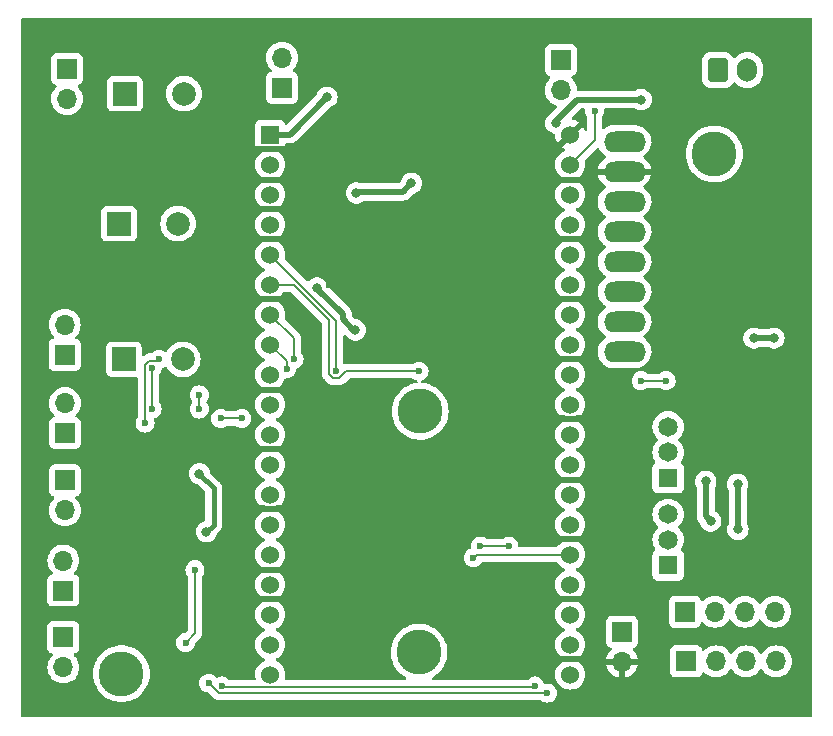
<source format=gbl>
G04 #@! TF.GenerationSoftware,KiCad,Pcbnew,7.0.8*
G04 #@! TF.CreationDate,2023-11-03T23:08:19-04:00*
G04 #@! TF.ProjectId,robot,726f626f-742e-46b6-9963-61645f706362,rev?*
G04 #@! TF.SameCoordinates,Original*
G04 #@! TF.FileFunction,Copper,L2,Bot*
G04 #@! TF.FilePolarity,Positive*
%FSLAX46Y46*%
G04 Gerber Fmt 4.6, Leading zero omitted, Abs format (unit mm)*
G04 Created by KiCad (PCBNEW 7.0.8) date 2023-11-03 23:08:19*
%MOMM*%
%LPD*%
G01*
G04 APERTURE LIST*
G04 Aperture macros list*
%AMRoundRect*
0 Rectangle with rounded corners*
0 $1 Rounding radius*
0 $2 $3 $4 $5 $6 $7 $8 $9 X,Y pos of 4 corners*
0 Add a 4 corners polygon primitive as box body*
4,1,4,$2,$3,$4,$5,$6,$7,$8,$9,$2,$3,0*
0 Add four circle primitives for the rounded corners*
1,1,$1+$1,$2,$3*
1,1,$1+$1,$4,$5*
1,1,$1+$1,$6,$7*
1,1,$1+$1,$8,$9*
0 Add four rect primitives between the rounded corners*
20,1,$1+$1,$2,$3,$4,$5,0*
20,1,$1+$1,$4,$5,$6,$7,0*
20,1,$1+$1,$6,$7,$8,$9,0*
20,1,$1+$1,$8,$9,$2,$3,0*%
G04 Aperture macros list end*
G04 #@! TA.AperFunction,ComponentPad*
%ADD10O,3.556000X1.778000*%
G04 #@! TD*
G04 #@! TA.AperFunction,ComponentPad*
%ADD11R,1.700000X1.700000*%
G04 #@! TD*
G04 #@! TA.AperFunction,ComponentPad*
%ADD12O,1.700000X1.700000*%
G04 #@! TD*
G04 #@! TA.AperFunction,ComponentPad*
%ADD13R,1.650000X1.650000*%
G04 #@! TD*
G04 #@! TA.AperFunction,ComponentPad*
%ADD14C,1.650000*%
G04 #@! TD*
G04 #@! TA.AperFunction,ComponentPad*
%ADD15R,2.000000X2.000000*%
G04 #@! TD*
G04 #@! TA.AperFunction,ComponentPad*
%ADD16C,2.000000*%
G04 #@! TD*
G04 #@! TA.AperFunction,ComponentPad*
%ADD17C,3.800000*%
G04 #@! TD*
G04 #@! TA.AperFunction,ComponentPad*
%ADD18RoundRect,0.250000X-0.600000X-0.750000X0.600000X-0.750000X0.600000X0.750000X-0.600000X0.750000X0*%
G04 #@! TD*
G04 #@! TA.AperFunction,ComponentPad*
%ADD19O,1.700000X2.000000*%
G04 #@! TD*
G04 #@! TA.AperFunction,ComponentPad*
%ADD20R,1.530000X1.530000*%
G04 #@! TD*
G04 #@! TA.AperFunction,ComponentPad*
%ADD21C,1.530000*%
G04 #@! TD*
G04 #@! TA.AperFunction,ViaPad*
%ADD22C,0.800000*%
G04 #@! TD*
G04 #@! TA.AperFunction,ViaPad*
%ADD23C,0.600000*%
G04 #@! TD*
G04 #@! TA.AperFunction,Conductor*
%ADD24C,0.500000*%
G04 #@! TD*
G04 #@! TA.AperFunction,Conductor*
%ADD25C,0.200000*%
G04 #@! TD*
G04 #@! TA.AperFunction,Conductor*
%ADD26C,0.400000*%
G04 #@! TD*
G04 APERTURE END LIST*
D10*
X207800000Y-81800000D03*
X207800000Y-69100000D03*
X207800000Y-84340000D03*
X207800000Y-71640000D03*
X207800000Y-74180000D03*
X207800000Y-66560000D03*
X207800000Y-79260000D03*
X207800000Y-76720000D03*
D11*
X213020000Y-110560000D03*
D12*
X215560000Y-110560000D03*
X218100000Y-110560000D03*
X220640000Y-110560000D03*
D11*
X160422500Y-91245000D03*
D12*
X160422500Y-88705000D03*
D13*
X211487500Y-95012500D03*
D14*
X211487500Y-92862500D03*
X211487500Y-90712500D03*
D15*
X165000000Y-73500000D03*
D16*
X170000000Y-73500000D03*
D11*
X160600000Y-60400000D03*
D12*
X160600000Y-62940000D03*
D17*
X190400000Y-109800000D03*
D11*
X160285000Y-104570000D03*
D12*
X160285000Y-102030000D03*
D13*
X211487500Y-102412500D03*
D14*
X211487500Y-100262500D03*
X211487500Y-98112500D03*
D11*
X160422500Y-95245000D03*
D12*
X160422500Y-97785000D03*
D11*
X160285000Y-108530000D03*
D12*
X160285000Y-111070000D03*
D11*
X202400000Y-59660000D03*
D12*
X202400000Y-62200000D03*
D17*
X215400000Y-67600000D03*
X165200000Y-111600000D03*
D11*
X160400000Y-84600000D03*
D12*
X160400000Y-82060000D03*
D15*
X165500000Y-62500000D03*
D16*
X170500000Y-62500000D03*
D15*
X165400000Y-85000000D03*
D16*
X170400000Y-85000000D03*
D11*
X178800000Y-62000000D03*
D12*
X178800000Y-59460000D03*
D18*
X215700000Y-60500000D03*
D19*
X218200000Y-60500000D03*
D11*
X212900000Y-106360000D03*
D12*
X215440000Y-106360000D03*
X217980000Y-106360000D03*
X220520000Y-106360000D03*
D20*
X177800000Y-65960000D03*
D21*
X177800000Y-68500000D03*
X177800000Y-71040000D03*
X177800000Y-73580000D03*
X177800000Y-76120000D03*
X177800000Y-78660000D03*
X177800000Y-81200000D03*
X177800000Y-83740000D03*
X177800000Y-86280000D03*
X177800000Y-88820000D03*
X177800000Y-91360000D03*
X177800000Y-93900000D03*
X177800000Y-96440000D03*
X177800000Y-98980000D03*
X177800000Y-101520000D03*
X177800000Y-104060000D03*
X177800000Y-106600000D03*
X177800000Y-109140000D03*
X177800000Y-111680000D03*
X203200000Y-111680000D03*
X203200000Y-109140000D03*
X203200000Y-106600000D03*
X203200000Y-104060000D03*
X203200000Y-101520000D03*
X203200000Y-98980000D03*
X203200000Y-96440000D03*
X203200000Y-93900000D03*
X203200000Y-91360000D03*
X203200000Y-88820000D03*
X203200000Y-86280000D03*
X203200000Y-83740000D03*
X203200000Y-81200000D03*
X203200000Y-78660000D03*
X203200000Y-76120000D03*
X203200000Y-73580000D03*
X203200000Y-71040000D03*
X203200000Y-68500000D03*
X203200000Y-65960000D03*
D17*
X190500000Y-89400000D03*
D11*
X207600000Y-108060000D03*
D12*
X207600000Y-110600000D03*
D22*
X217374312Y-95574312D03*
X185094287Y-70905713D03*
X217400000Y-99400000D03*
X189747907Y-70084031D03*
D23*
X198000000Y-100800000D03*
X195600000Y-100800000D03*
X209200000Y-86800000D03*
X211324500Y-86800000D03*
X173600000Y-90000000D03*
X175400000Y-90000000D03*
X167800000Y-85700500D03*
X167800000Y-89200000D03*
X171800000Y-89199500D03*
X171800000Y-88000000D03*
X167200000Y-90399500D03*
X168399500Y-85000000D03*
X200200000Y-112651000D03*
X173718533Y-112651000D03*
X205255227Y-63995273D03*
X195000000Y-101800000D03*
X201264511Y-113250500D03*
X172594622Y-112405378D03*
X170626161Y-108978339D03*
X179813911Y-84986089D03*
X171426411Y-102799500D03*
X179183137Y-85800000D03*
D22*
X171800000Y-94675500D03*
X220450000Y-83200000D03*
X172400000Y-99600000D03*
X218750500Y-83200000D03*
X211500000Y-84400000D03*
X162600000Y-104350500D03*
D23*
X199200000Y-104000000D03*
D22*
X176055000Y-105400000D03*
D23*
X181800000Y-83400000D03*
X179600000Y-64000000D03*
D22*
X218750500Y-85600000D03*
D23*
X199200000Y-100400000D03*
D22*
X162800000Y-93200000D03*
D23*
X185346767Y-81073383D03*
D22*
X162600000Y-106800000D03*
X185800000Y-59600000D03*
X184600000Y-90400000D03*
D23*
X181400000Y-65800000D03*
X181800000Y-85000000D03*
D22*
X200600000Y-87000000D03*
D23*
X189400000Y-72200000D03*
X168800000Y-88000000D03*
X166200000Y-88000000D03*
X213400000Y-96800000D03*
X187000000Y-69400000D03*
D22*
X168400000Y-103800000D03*
X172000000Y-91400000D03*
X162800000Y-95800000D03*
X183600000Y-63800000D03*
D23*
X219000000Y-98400000D03*
X182750487Y-78709467D03*
X184600000Y-85000000D03*
X213800000Y-99200000D03*
X181200000Y-81600000D03*
X218600000Y-96200000D03*
D22*
X209200000Y-63000000D03*
X201985000Y-65000000D03*
X215099647Y-98699647D03*
X182600000Y-62800000D03*
X214672469Y-95310469D03*
X181749562Y-78949562D03*
X185000497Y-82500000D03*
D23*
X183400000Y-86000000D03*
X190400000Y-86000000D03*
D24*
X185094287Y-70905713D02*
X185200000Y-70800000D01*
X217400000Y-95600000D02*
X217374312Y-95574312D01*
X189031938Y-70800000D02*
X189747907Y-70084031D01*
X185200000Y-70800000D02*
X189031938Y-70800000D01*
X217400000Y-99400000D02*
X217400000Y-95600000D01*
D25*
X195600000Y-100800000D02*
X198000000Y-100800000D01*
X211324500Y-86800000D02*
X209200000Y-86800000D01*
X173600000Y-90000000D02*
X175400000Y-90000000D01*
X167800000Y-85700500D02*
X167800000Y-89200000D01*
X171800000Y-89199500D02*
X171800000Y-88000000D01*
X167551471Y-85100500D02*
X167200000Y-85451971D01*
X168399500Y-85000000D02*
X168299000Y-85100500D01*
X168299000Y-85100500D02*
X167551471Y-85100500D01*
X167200000Y-85451971D02*
X167200000Y-90399500D01*
X173718533Y-112651000D02*
X173812533Y-112745000D01*
X173812533Y-112745000D02*
X200106000Y-112745000D01*
X200106000Y-112745000D02*
X200200000Y-112651000D01*
X205255227Y-63995273D02*
X205255227Y-66444773D01*
X205255227Y-66444773D02*
X203200000Y-68500000D01*
X173439744Y-113250500D02*
X201264511Y-113250500D01*
X172594622Y-112405378D02*
X173439744Y-113250500D01*
X195000000Y-101800000D02*
X195280000Y-101520000D01*
X195280000Y-101520000D02*
X203200000Y-101520000D01*
X171426411Y-105600000D02*
X171426411Y-108178089D01*
X179813911Y-83213911D02*
X177800000Y-81200000D01*
X171426411Y-108178089D02*
X170626161Y-108978339D01*
X171426411Y-105600000D02*
X171426411Y-102799500D01*
X179813911Y-84986089D02*
X179813911Y-83213911D01*
X179183137Y-85123137D02*
X177800000Y-83740000D01*
X179183137Y-85800000D02*
X179183137Y-85123137D01*
D26*
X172400000Y-99600000D02*
X173000000Y-99000000D01*
X173000000Y-95875500D02*
X171800000Y-94675500D01*
D24*
X218750500Y-83200000D02*
X220450000Y-83200000D01*
D26*
X173000000Y-99000000D02*
X173000000Y-95875500D01*
D24*
X201510000Y-105400000D02*
X201635000Y-105275000D01*
X201510000Y-69800000D02*
X205000000Y-69800000D01*
X183400000Y-63800000D02*
X181400000Y-65800000D01*
X176055000Y-97600000D02*
X177248532Y-97600000D01*
X175855000Y-72255000D02*
X179345000Y-72255000D01*
X178351468Y-97600000D02*
X179545000Y-97600000D01*
X185800000Y-59600000D02*
X185000000Y-59600000D01*
X176055000Y-105400000D02*
X176180000Y-105275000D01*
X176180000Y-79875000D02*
X179420000Y-79875000D01*
X176055000Y-69800000D02*
X179545000Y-69800000D01*
D26*
X172000000Y-91400000D02*
X172000000Y-92400000D01*
D24*
X177248532Y-97600000D02*
X177303532Y-97655000D01*
X204875000Y-79875000D02*
X205000000Y-80000000D01*
X176055000Y-80000000D02*
X176180000Y-79875000D01*
X201510000Y-74800000D02*
X205000000Y-74800000D01*
D26*
X162800000Y-93200000D02*
X162800000Y-95800000D01*
D24*
X176055000Y-92600000D02*
X179545000Y-92600000D01*
X176180000Y-105275000D02*
X179420000Y-105275000D01*
X176055000Y-67200000D02*
X179545000Y-67200000D01*
X176055000Y-74800000D02*
X179545000Y-74800000D01*
X201510000Y-95200000D02*
X205000000Y-95200000D01*
X201510000Y-90000000D02*
X202668532Y-90000000D01*
X183600000Y-63800000D02*
X183400000Y-63800000D01*
X203731468Y-90000000D02*
X205000000Y-90000000D01*
X176055000Y-87600000D02*
X179545000Y-87600000D01*
X178296468Y-97655000D02*
X178351468Y-97600000D01*
X203696468Y-90035000D02*
X203731468Y-90000000D01*
D26*
X168400000Y-103800000D02*
X167400000Y-104800000D01*
D24*
X201635000Y-105275000D02*
X204875000Y-105275000D01*
X200600000Y-87000000D02*
X201510000Y-86090000D01*
X218750500Y-85600000D02*
X219600000Y-85600000D01*
X219600000Y-85600000D02*
X219800000Y-85800000D01*
X179420000Y-79875000D02*
X179545000Y-80000000D01*
D26*
X162600000Y-106800000D02*
X162600000Y-104350500D01*
D24*
X202668532Y-90000000D02*
X202703532Y-90035000D01*
X177303532Y-97655000D02*
X178296468Y-97655000D01*
X201310000Y-100200000D02*
X204800000Y-100200000D01*
X204875000Y-105275000D02*
X205000000Y-105400000D01*
X201510000Y-85000000D02*
X205000000Y-85000000D01*
X184600000Y-90400000D02*
X185800000Y-90400000D01*
X201510000Y-110400000D02*
X205000000Y-110400000D01*
X202703532Y-90035000D02*
X203696468Y-90035000D01*
X201635000Y-79875000D02*
X204875000Y-79875000D01*
X201510000Y-80000000D02*
X201635000Y-79875000D01*
X176055000Y-102800000D02*
X179545000Y-102800000D01*
X179420000Y-105275000D02*
X179545000Y-105400000D01*
X201510000Y-86090000D02*
X201510000Y-85000000D01*
X201985000Y-64815000D02*
X203800000Y-63000000D01*
X201985000Y-65000000D02*
X201985000Y-64815000D01*
X203800000Y-63000000D02*
X209200000Y-63000000D01*
X182600000Y-62800000D02*
X179440000Y-65960000D01*
X215099647Y-98699647D02*
X214672469Y-98272469D01*
X179440000Y-65960000D02*
X177800000Y-65960000D01*
X214672469Y-98272469D02*
X214672469Y-95310469D01*
X183950000Y-81610661D02*
X183950000Y-81150000D01*
X183950000Y-81150000D02*
X181800000Y-79000000D01*
X185000497Y-82500000D02*
X184839339Y-82500000D01*
X184839339Y-82500000D02*
X183950000Y-81610661D01*
D25*
X183400000Y-86000000D02*
X183400000Y-81720000D01*
X183400000Y-81720000D02*
X177800000Y-76120000D01*
X182800000Y-81685686D02*
X179774314Y-78660000D01*
X183151471Y-86600000D02*
X182800000Y-86248529D01*
X184248529Y-86000000D02*
X183648529Y-86600000D01*
X179774314Y-78660000D02*
X177800000Y-78660000D01*
X183648529Y-86600000D02*
X183151471Y-86600000D01*
X182800000Y-86248529D02*
X182800000Y-81685686D01*
X190400000Y-86000000D02*
X184248529Y-86000000D01*
G04 #@! TA.AperFunction,Conductor*
G36*
X204405524Y-63770185D02*
G01*
X204451279Y-63822989D01*
X204461705Y-63888383D01*
X204449662Y-63995269D01*
X204449662Y-63995276D01*
X204469857Y-64174522D01*
X204469858Y-64174527D01*
X204529438Y-64344796D01*
X204625412Y-64497536D01*
X204627672Y-64500370D01*
X204628561Y-64502548D01*
X204629116Y-64503431D01*
X204628961Y-64503528D01*
X204654082Y-64565056D01*
X204654727Y-64577685D01*
X204654727Y-65559656D01*
X204635042Y-65626695D01*
X204582238Y-65672450D01*
X204513080Y-65682394D01*
X204449524Y-65653369D01*
X204411750Y-65594591D01*
X204410952Y-65591749D01*
X204393254Y-65525699D01*
X204393250Y-65525690D01*
X204299707Y-65325085D01*
X204299706Y-65325083D01*
X204253894Y-65259657D01*
X204253894Y-65259656D01*
X203691132Y-65822418D01*
X203668682Y-65745960D01*
X203589395Y-65622587D01*
X203478562Y-65526549D01*
X203345161Y-65465627D01*
X203341364Y-65465081D01*
X203900342Y-64906104D01*
X203900341Y-64906103D01*
X203834919Y-64860295D01*
X203634309Y-64766749D01*
X203634300Y-64766745D01*
X203416123Y-64708286D01*
X203356462Y-64671921D01*
X203325933Y-64609074D01*
X203334228Y-64539699D01*
X203360530Y-64500836D01*
X204074548Y-63786819D01*
X204135871Y-63753334D01*
X204162229Y-63750500D01*
X204338485Y-63750500D01*
X204405524Y-63770185D01*
G37*
G04 #@! TD.AperFunction*
G04 #@! TA.AperFunction,Conductor*
G36*
X223642539Y-56120185D02*
G01*
X223688294Y-56172989D01*
X223699500Y-56224500D01*
X223699500Y-115175500D01*
X223679815Y-115242539D01*
X223627011Y-115288294D01*
X223575500Y-115299500D01*
X156824500Y-115299500D01*
X156757461Y-115279815D01*
X156711706Y-115227011D01*
X156700500Y-115175500D01*
X156700500Y-111070000D01*
X158929341Y-111070000D01*
X158949936Y-111305403D01*
X158949938Y-111305413D01*
X159011094Y-111533655D01*
X159011096Y-111533659D01*
X159011097Y-111533663D01*
X159079144Y-111679589D01*
X159110965Y-111747830D01*
X159110967Y-111747834D01*
X159217930Y-111900592D01*
X159246505Y-111941401D01*
X159413599Y-112108495D01*
X159471072Y-112148738D01*
X159607165Y-112244032D01*
X159607167Y-112244033D01*
X159607170Y-112244035D01*
X159821337Y-112343903D01*
X160049592Y-112405063D01*
X160237918Y-112421539D01*
X160284999Y-112425659D01*
X160285000Y-112425659D01*
X160285001Y-112425659D01*
X160324234Y-112422226D01*
X160520408Y-112405063D01*
X160748663Y-112343903D01*
X160962830Y-112244035D01*
X161156401Y-112108495D01*
X161323495Y-111941401D01*
X161459035Y-111747830D01*
X161527967Y-111600005D01*
X162794754Y-111600005D01*
X162813718Y-111901446D01*
X162813719Y-111901453D01*
X162870320Y-112198164D01*
X162963659Y-112485431D01*
X162963661Y-112485436D01*
X163092265Y-112758732D01*
X163092268Y-112758738D01*
X163254111Y-113013763D01*
X163254114Y-113013767D01*
X163254115Y-113013768D01*
X163446651Y-113246504D01*
X163641786Y-113429749D01*
X163666836Y-113453272D01*
X163666846Y-113453280D01*
X163911193Y-113630808D01*
X163911198Y-113630810D01*
X163911205Y-113630816D01*
X164175896Y-113776332D01*
X164175901Y-113776334D01*
X164175903Y-113776335D01*
X164175904Y-113776336D01*
X164456734Y-113887524D01*
X164456737Y-113887525D01*
X164554259Y-113912564D01*
X164749302Y-113962642D01*
X164896039Y-113981179D01*
X165048963Y-114000499D01*
X165048969Y-114000499D01*
X165048973Y-114000500D01*
X165048975Y-114000500D01*
X165351025Y-114000500D01*
X165351027Y-114000500D01*
X165351032Y-114000499D01*
X165351036Y-114000499D01*
X165430591Y-113990448D01*
X165650698Y-113962642D01*
X165943262Y-113887525D01*
X165961470Y-113880316D01*
X166224095Y-113776336D01*
X166224096Y-113776335D01*
X166224094Y-113776335D01*
X166224104Y-113776332D01*
X166488795Y-113630816D01*
X166733162Y-113453274D01*
X166953349Y-113246504D01*
X167145885Y-113013768D01*
X167307733Y-112758736D01*
X167436341Y-112485430D01*
X167462351Y-112405381D01*
X171789057Y-112405381D01*
X171809252Y-112584627D01*
X171809253Y-112584632D01*
X171868833Y-112754901D01*
X171943495Y-112873724D01*
X171964806Y-112907640D01*
X172092360Y-113035194D01*
X172245100Y-113131167D01*
X172415367Y-113190746D01*
X172502291Y-113200539D01*
X172566702Y-113227604D01*
X172576087Y-113236078D01*
X172984413Y-113644404D01*
X172989764Y-113650505D01*
X173011462Y-113678782D01*
X173107875Y-113752762D01*
X173136903Y-113775036D01*
X173136906Y-113775037D01*
X173136907Y-113775038D01*
X173140041Y-113776336D01*
X173282982Y-113835544D01*
X173361363Y-113845863D01*
X173439743Y-113856182D01*
X173439744Y-113856182D01*
X173475073Y-113851530D01*
X173483172Y-113851000D01*
X200682099Y-113851000D01*
X200749138Y-113870685D01*
X200759414Y-113878055D01*
X200762247Y-113880314D01*
X200762249Y-113880316D01*
X200914989Y-113976289D01*
X201085256Y-114035868D01*
X201085261Y-114035869D01*
X201264507Y-114056065D01*
X201264511Y-114056065D01*
X201264515Y-114056065D01*
X201443760Y-114035869D01*
X201443763Y-114035868D01*
X201443766Y-114035868D01*
X201614033Y-113976289D01*
X201766773Y-113880316D01*
X201894327Y-113752762D01*
X201990300Y-113600022D01*
X202049879Y-113429755D01*
X202070076Y-113250500D01*
X202067496Y-113227604D01*
X202049880Y-113071250D01*
X202049879Y-113071245D01*
X201990299Y-112900976D01*
X201914374Y-112780143D01*
X201894327Y-112748238D01*
X201766773Y-112620684D01*
X201614034Y-112524711D01*
X201443765Y-112465131D01*
X201443760Y-112465130D01*
X201264515Y-112444935D01*
X201264507Y-112444935D01*
X201085195Y-112465138D01*
X201016373Y-112453083D01*
X200964994Y-112405734D01*
X200954270Y-112382872D01*
X200925789Y-112301478D01*
X200889695Y-112244035D01*
X200829816Y-112148738D01*
X200702262Y-112021184D01*
X200549523Y-111925211D01*
X200379254Y-111865631D01*
X200379249Y-111865630D01*
X200200004Y-111845435D01*
X200199996Y-111845435D01*
X200020750Y-111865630D01*
X200020745Y-111865631D01*
X199850476Y-111925211D01*
X199697737Y-112021184D01*
X199610741Y-112108181D01*
X199549418Y-112141666D01*
X199523060Y-112144500D01*
X191601155Y-112144500D01*
X191534116Y-112124815D01*
X191488361Y-112072011D01*
X191478417Y-112002853D01*
X191507442Y-111939297D01*
X191541417Y-111911838D01*
X191543853Y-111910499D01*
X191688795Y-111830816D01*
X191933162Y-111653274D01*
X192153349Y-111446504D01*
X192345885Y-111213768D01*
X192507733Y-110958736D01*
X192636341Y-110685430D01*
X192729681Y-110398160D01*
X192786280Y-110101457D01*
X192786602Y-110096337D01*
X192805246Y-109800005D01*
X192805246Y-109799994D01*
X192786281Y-109498553D01*
X192786280Y-109498546D01*
X192786280Y-109498543D01*
X192729681Y-109201840D01*
X192636341Y-108914570D01*
X192507733Y-108641264D01*
X192421152Y-108504834D01*
X192345888Y-108386236D01*
X192293942Y-108323444D01*
X192153349Y-108153496D01*
X192141918Y-108142762D01*
X191933163Y-107946727D01*
X191933153Y-107946719D01*
X191688806Y-107769191D01*
X191688799Y-107769186D01*
X191688795Y-107769184D01*
X191424104Y-107623668D01*
X191424101Y-107623666D01*
X191424096Y-107623664D01*
X191424095Y-107623663D01*
X191143265Y-107512475D01*
X191143262Y-107512474D01*
X190850695Y-107437357D01*
X190551036Y-107399500D01*
X190551027Y-107399500D01*
X190248973Y-107399500D01*
X190248963Y-107399500D01*
X189949304Y-107437357D01*
X189656737Y-107512474D01*
X189656734Y-107512475D01*
X189375904Y-107623663D01*
X189375903Y-107623664D01*
X189111205Y-107769184D01*
X189111193Y-107769191D01*
X188866846Y-107946719D01*
X188866836Y-107946727D01*
X188646652Y-108153494D01*
X188454111Y-108386236D01*
X188292268Y-108641261D01*
X188292265Y-108641267D01*
X188163661Y-108914563D01*
X188163659Y-108914568D01*
X188070320Y-109201835D01*
X188013719Y-109498546D01*
X188013718Y-109498553D01*
X187994754Y-109799994D01*
X187994754Y-109800005D01*
X188013718Y-110101446D01*
X188013719Y-110101453D01*
X188020406Y-110136507D01*
X188059947Y-110343790D01*
X188070320Y-110398164D01*
X188163659Y-110685431D01*
X188163661Y-110685436D01*
X188292265Y-110958732D01*
X188292268Y-110958738D01*
X188454111Y-111213763D01*
X188454114Y-111213767D01*
X188454115Y-111213768D01*
X188529930Y-111305413D01*
X188646652Y-111446505D01*
X188658757Y-111457872D01*
X188831414Y-111620009D01*
X188866836Y-111653272D01*
X188866846Y-111653280D01*
X189111193Y-111830808D01*
X189111198Y-111830810D01*
X189111205Y-111830816D01*
X189256147Y-111910499D01*
X189258583Y-111911838D01*
X189307847Y-111961384D01*
X189322503Y-112029700D01*
X189297899Y-112095094D01*
X189241846Y-112136805D01*
X189198845Y-112144500D01*
X179147280Y-112144500D01*
X179080241Y-112124815D01*
X179034486Y-112072011D01*
X179024542Y-112002853D01*
X179027505Y-111988407D01*
X179037395Y-111951492D01*
X179051035Y-111900591D01*
X179070334Y-111680000D01*
X179051035Y-111459409D01*
X178993723Y-111245520D01*
X178984875Y-111226546D01*
X178956443Y-111165572D01*
X178900142Y-111044833D01*
X178773132Y-110863445D01*
X178616555Y-110706868D01*
X178435167Y-110579858D01*
X178311907Y-110522381D01*
X178259468Y-110476210D01*
X178240316Y-110409017D01*
X178260531Y-110342136D01*
X178311908Y-110297618D01*
X178435167Y-110240142D01*
X178616555Y-110113132D01*
X178773132Y-109956555D01*
X178900142Y-109775167D01*
X178993723Y-109574480D01*
X179051035Y-109360591D01*
X179069255Y-109152331D01*
X179070334Y-109140001D01*
X179070334Y-109139998D01*
X179056191Y-108978342D01*
X179051035Y-108919409D01*
X178993723Y-108705520D01*
X178900142Y-108504833D01*
X178773132Y-108323445D01*
X178616555Y-108166868D01*
X178435167Y-108039858D01*
X178311907Y-107982381D01*
X178259468Y-107936210D01*
X178240316Y-107869017D01*
X178260531Y-107802136D01*
X178311908Y-107757618D01*
X178435167Y-107700142D01*
X178616555Y-107573132D01*
X178773132Y-107416555D01*
X178900142Y-107235167D01*
X178993723Y-107034480D01*
X179051035Y-106820591D01*
X179070334Y-106600000D01*
X179051035Y-106379409D01*
X178993723Y-106165520D01*
X178900142Y-105964833D01*
X178773132Y-105783445D01*
X178616555Y-105626868D01*
X178435167Y-105499858D01*
X178411017Y-105488597D01*
X178354228Y-105462116D01*
X178311907Y-105442381D01*
X178259468Y-105396210D01*
X178240316Y-105329017D01*
X178260531Y-105262136D01*
X178311908Y-105217618D01*
X178435167Y-105160142D01*
X178616555Y-105033132D01*
X178773132Y-104876555D01*
X178900142Y-104695167D01*
X178993723Y-104494480D01*
X179051035Y-104280591D01*
X179070334Y-104060000D01*
X179051035Y-103839409D01*
X178993723Y-103625520D01*
X178979513Y-103595047D01*
X178956443Y-103545572D01*
X178900142Y-103424833D01*
X178773132Y-103243445D01*
X178616555Y-103086868D01*
X178435167Y-102959858D01*
X178311907Y-102902381D01*
X178259468Y-102856210D01*
X178240316Y-102789017D01*
X178260531Y-102722136D01*
X178311908Y-102677618D01*
X178435167Y-102620142D01*
X178616555Y-102493132D01*
X178773132Y-102336555D01*
X178900142Y-102155167D01*
X178993723Y-101954480D01*
X179035115Y-101800003D01*
X194194435Y-101800003D01*
X194214630Y-101979249D01*
X194214631Y-101979254D01*
X194274211Y-102149523D01*
X194347024Y-102265403D01*
X194370184Y-102302262D01*
X194497738Y-102429816D01*
X194650478Y-102525789D01*
X194820745Y-102585368D01*
X194820750Y-102585369D01*
X194999996Y-102605565D01*
X195000000Y-102605565D01*
X195000004Y-102605565D01*
X195179249Y-102585369D01*
X195179252Y-102585368D01*
X195179255Y-102585368D01*
X195349522Y-102525789D01*
X195502262Y-102429816D01*
X195629816Y-102302262D01*
X195707563Y-102178527D01*
X195759898Y-102132237D01*
X195812557Y-102120500D01*
X202011034Y-102120500D01*
X202078073Y-102140185D01*
X202112606Y-102173373D01*
X202226868Y-102336555D01*
X202383445Y-102493132D01*
X202564833Y-102620142D01*
X202565065Y-102620250D01*
X202688091Y-102677618D01*
X202740531Y-102723790D01*
X202759683Y-102790983D01*
X202739467Y-102857865D01*
X202688091Y-102902382D01*
X202564836Y-102959856D01*
X202564834Y-102959857D01*
X202383444Y-103086868D01*
X202226868Y-103243444D01*
X202099857Y-103424834D01*
X202099856Y-103424836D01*
X202006279Y-103625513D01*
X202006275Y-103625524D01*
X201948965Y-103839407D01*
X201948964Y-103839414D01*
X201929666Y-104059998D01*
X201929666Y-104060001D01*
X201948964Y-104280585D01*
X201948965Y-104280592D01*
X202006275Y-104494475D01*
X202006279Y-104494486D01*
X202099856Y-104695163D01*
X202099858Y-104695167D01*
X202226868Y-104876555D01*
X202383445Y-105033132D01*
X202564833Y-105160142D01*
X202626828Y-105189050D01*
X202688091Y-105217618D01*
X202740531Y-105263790D01*
X202759683Y-105330983D01*
X202739467Y-105397865D01*
X202688091Y-105442382D01*
X202564836Y-105499856D01*
X202564834Y-105499857D01*
X202383444Y-105626868D01*
X202226868Y-105783444D01*
X202099857Y-105964834D01*
X202099856Y-105964836D01*
X202006279Y-106165513D01*
X202006275Y-106165524D01*
X201948965Y-106379407D01*
X201948964Y-106379414D01*
X201929666Y-106599998D01*
X201929666Y-106600001D01*
X201948964Y-106820585D01*
X201948965Y-106820592D01*
X202006275Y-107034475D01*
X202006279Y-107034486D01*
X202098102Y-107231401D01*
X202099858Y-107235167D01*
X202226868Y-107416555D01*
X202383445Y-107573132D01*
X202564833Y-107700142D01*
X202598110Y-107715659D01*
X202688091Y-107757618D01*
X202740531Y-107803790D01*
X202759683Y-107870983D01*
X202739467Y-107937865D01*
X202688091Y-107982382D01*
X202564836Y-108039856D01*
X202564834Y-108039857D01*
X202383444Y-108166868D01*
X202226868Y-108323444D01*
X202099857Y-108504834D01*
X202099856Y-108504836D01*
X202006279Y-108705513D01*
X202006275Y-108705524D01*
X201948965Y-108919407D01*
X201948964Y-108919414D01*
X201929666Y-109139998D01*
X201929666Y-109140001D01*
X201948964Y-109360585D01*
X201948965Y-109360592D01*
X202006275Y-109574475D01*
X202006279Y-109574486D01*
X202099856Y-109775163D01*
X202099858Y-109775167D01*
X202226868Y-109956555D01*
X202383445Y-110113132D01*
X202564833Y-110240142D01*
X202626828Y-110269050D01*
X202688091Y-110297618D01*
X202740531Y-110343790D01*
X202759683Y-110410983D01*
X202739467Y-110477865D01*
X202688091Y-110522382D01*
X202564836Y-110579856D01*
X202564834Y-110579857D01*
X202383444Y-110706868D01*
X202226868Y-110863444D01*
X202099857Y-111044834D01*
X202099856Y-111044836D01*
X202006279Y-111245513D01*
X202006275Y-111245524D01*
X201948965Y-111459407D01*
X201948964Y-111459414D01*
X201929666Y-111679998D01*
X201929666Y-111680001D01*
X201948964Y-111900585D01*
X201948965Y-111900592D01*
X202006275Y-112114475D01*
X202006279Y-112114486D01*
X202066688Y-112244034D01*
X202099858Y-112315167D01*
X202226868Y-112496555D01*
X202383445Y-112653132D01*
X202564833Y-112780142D01*
X202685572Y-112836443D01*
X202765513Y-112873720D01*
X202765515Y-112873720D01*
X202765520Y-112873723D01*
X202979409Y-112931035D01*
X203136974Y-112944820D01*
X203199998Y-112950334D01*
X203200000Y-112950334D01*
X203200002Y-112950334D01*
X203255147Y-112945509D01*
X203420591Y-112931035D01*
X203634480Y-112873723D01*
X203835167Y-112780142D01*
X204016555Y-112653132D01*
X204173132Y-112496555D01*
X204300142Y-112315167D01*
X204393723Y-112114480D01*
X204451035Y-111900591D01*
X204470334Y-111680000D01*
X204451035Y-111459409D01*
X204393723Y-111245520D01*
X204384875Y-111226546D01*
X204356443Y-111165572D01*
X204300142Y-111044833D01*
X204173132Y-110863445D01*
X204016555Y-110706868D01*
X203835167Y-110579858D01*
X203711907Y-110522381D01*
X203659468Y-110476210D01*
X203640316Y-110409017D01*
X203660531Y-110342136D01*
X203711908Y-110297618D01*
X203835167Y-110240142D01*
X204016555Y-110113132D01*
X204173132Y-109956555D01*
X204300142Y-109775167D01*
X204393723Y-109574480D01*
X204451035Y-109360591D01*
X204469255Y-109152331D01*
X204470334Y-109140001D01*
X204470334Y-109139998D01*
X204456191Y-108978342D01*
X204454400Y-108957870D01*
X206249500Y-108957870D01*
X206249501Y-108957876D01*
X206255908Y-109017483D01*
X206306202Y-109152328D01*
X206306206Y-109152335D01*
X206392452Y-109267544D01*
X206392455Y-109267547D01*
X206507664Y-109353793D01*
X206507671Y-109353797D01*
X206507674Y-109353798D01*
X206639598Y-109403002D01*
X206695531Y-109444873D01*
X206719949Y-109510337D01*
X206705098Y-109578610D01*
X206683947Y-109606865D01*
X206561886Y-109728926D01*
X206426400Y-109922420D01*
X206426399Y-109922422D01*
X206326570Y-110136507D01*
X206326567Y-110136513D01*
X206269364Y-110349999D01*
X206269364Y-110350000D01*
X207166314Y-110350000D01*
X207140507Y-110390156D01*
X207100000Y-110528111D01*
X207100000Y-110671889D01*
X207140507Y-110809844D01*
X207166314Y-110850000D01*
X206269364Y-110850000D01*
X206326567Y-111063486D01*
X206326570Y-111063492D01*
X206426399Y-111277578D01*
X206561894Y-111471082D01*
X206728917Y-111638105D01*
X206922421Y-111773600D01*
X207136507Y-111873429D01*
X207136516Y-111873433D01*
X207350000Y-111930634D01*
X207350000Y-111035501D01*
X207457685Y-111084680D01*
X207564237Y-111100000D01*
X207635763Y-111100000D01*
X207742315Y-111084680D01*
X207850000Y-111035501D01*
X207850000Y-111930633D01*
X208063483Y-111873433D01*
X208063492Y-111873429D01*
X208277578Y-111773600D01*
X208471082Y-111638105D01*
X208638105Y-111471082D01*
X208647356Y-111457870D01*
X211669500Y-111457870D01*
X211669501Y-111457876D01*
X211675908Y-111517483D01*
X211726202Y-111652328D01*
X211726206Y-111652335D01*
X211812452Y-111767544D01*
X211812455Y-111767547D01*
X211927664Y-111853793D01*
X211927671Y-111853797D01*
X212062517Y-111904091D01*
X212062516Y-111904091D01*
X212069444Y-111904835D01*
X212122127Y-111910500D01*
X213917872Y-111910499D01*
X213977483Y-111904091D01*
X214112331Y-111853796D01*
X214227546Y-111767546D01*
X214313796Y-111652331D01*
X214362810Y-111520916D01*
X214404681Y-111464984D01*
X214470145Y-111440566D01*
X214538418Y-111455417D01*
X214566673Y-111476569D01*
X214688599Y-111598495D01*
X214766840Y-111653280D01*
X214882165Y-111734032D01*
X214882167Y-111734033D01*
X214882170Y-111734035D01*
X215096337Y-111833903D01*
X215096343Y-111833904D01*
X215096344Y-111833905D01*
X215151285Y-111848626D01*
X215324592Y-111895063D01*
X215501034Y-111910500D01*
X215559999Y-111915659D01*
X215560000Y-111915659D01*
X215560001Y-111915659D01*
X215618966Y-111910500D01*
X215795408Y-111895063D01*
X216023663Y-111833903D01*
X216237830Y-111734035D01*
X216431401Y-111598495D01*
X216598495Y-111431401D01*
X216728425Y-111245842D01*
X216783002Y-111202217D01*
X216852500Y-111195023D01*
X216914855Y-111226546D01*
X216931575Y-111245842D01*
X217061500Y-111431395D01*
X217061505Y-111431401D01*
X217228599Y-111598495D01*
X217306840Y-111653280D01*
X217422165Y-111734032D01*
X217422167Y-111734033D01*
X217422170Y-111734035D01*
X217636337Y-111833903D01*
X217636343Y-111833904D01*
X217636344Y-111833905D01*
X217691285Y-111848626D01*
X217864592Y-111895063D01*
X218041034Y-111910500D01*
X218099999Y-111915659D01*
X218100000Y-111915659D01*
X218100001Y-111915659D01*
X218158966Y-111910500D01*
X218335408Y-111895063D01*
X218563663Y-111833903D01*
X218777830Y-111734035D01*
X218971401Y-111598495D01*
X219138495Y-111431401D01*
X219268425Y-111245842D01*
X219323002Y-111202217D01*
X219392500Y-111195023D01*
X219454855Y-111226546D01*
X219471575Y-111245842D01*
X219601500Y-111431395D01*
X219601505Y-111431401D01*
X219768599Y-111598495D01*
X219846840Y-111653280D01*
X219962165Y-111734032D01*
X219962167Y-111734033D01*
X219962170Y-111734035D01*
X220176337Y-111833903D01*
X220176343Y-111833904D01*
X220176344Y-111833905D01*
X220231285Y-111848626D01*
X220404592Y-111895063D01*
X220581034Y-111910500D01*
X220639999Y-111915659D01*
X220640000Y-111915659D01*
X220640001Y-111915659D01*
X220698966Y-111910500D01*
X220875408Y-111895063D01*
X221103663Y-111833903D01*
X221317830Y-111734035D01*
X221511401Y-111598495D01*
X221678495Y-111431401D01*
X221814035Y-111237830D01*
X221913903Y-111023663D01*
X221975063Y-110795408D01*
X221995659Y-110560000D01*
X221975063Y-110324592D01*
X221915272Y-110101446D01*
X221913905Y-110096344D01*
X221913904Y-110096343D01*
X221913903Y-110096337D01*
X221814035Y-109882171D01*
X221812865Y-109880499D01*
X221678494Y-109688597D01*
X221511402Y-109521506D01*
X221511395Y-109521501D01*
X221317834Y-109385967D01*
X221317830Y-109385965D01*
X221317828Y-109385964D01*
X221103663Y-109286097D01*
X221103659Y-109286096D01*
X221103655Y-109286094D01*
X220875413Y-109224938D01*
X220875403Y-109224936D01*
X220640001Y-109204341D01*
X220639999Y-109204341D01*
X220404596Y-109224936D01*
X220404586Y-109224938D01*
X220176344Y-109286094D01*
X220176335Y-109286098D01*
X219962171Y-109385964D01*
X219962169Y-109385965D01*
X219768597Y-109521505D01*
X219601505Y-109688597D01*
X219471575Y-109874158D01*
X219416998Y-109917783D01*
X219347500Y-109924977D01*
X219285145Y-109893454D01*
X219268425Y-109874158D01*
X219138494Y-109688597D01*
X218971402Y-109521506D01*
X218971395Y-109521501D01*
X218777834Y-109385967D01*
X218777830Y-109385965D01*
X218777828Y-109385964D01*
X218563663Y-109286097D01*
X218563659Y-109286096D01*
X218563655Y-109286094D01*
X218335413Y-109224938D01*
X218335403Y-109224936D01*
X218100001Y-109204341D01*
X218099999Y-109204341D01*
X217864596Y-109224936D01*
X217864586Y-109224938D01*
X217636344Y-109286094D01*
X217636335Y-109286098D01*
X217422171Y-109385964D01*
X217422169Y-109385965D01*
X217228597Y-109521505D01*
X217061505Y-109688597D01*
X216931575Y-109874158D01*
X216876998Y-109917783D01*
X216807500Y-109924977D01*
X216745145Y-109893454D01*
X216728425Y-109874158D01*
X216598494Y-109688597D01*
X216431402Y-109521506D01*
X216431395Y-109521501D01*
X216237834Y-109385967D01*
X216237830Y-109385965D01*
X216237828Y-109385964D01*
X216023663Y-109286097D01*
X216023659Y-109286096D01*
X216023655Y-109286094D01*
X215795413Y-109224938D01*
X215795403Y-109224936D01*
X215560001Y-109204341D01*
X215559999Y-109204341D01*
X215324596Y-109224936D01*
X215324586Y-109224938D01*
X215096344Y-109286094D01*
X215096335Y-109286098D01*
X214882171Y-109385964D01*
X214882169Y-109385965D01*
X214688600Y-109521503D01*
X214566673Y-109643430D01*
X214505350Y-109676914D01*
X214435658Y-109671930D01*
X214379725Y-109630058D01*
X214362810Y-109599081D01*
X214313797Y-109467671D01*
X214313793Y-109467664D01*
X214227547Y-109352455D01*
X214227544Y-109352452D01*
X214112335Y-109266206D01*
X214112328Y-109266202D01*
X213977482Y-109215908D01*
X213977483Y-109215908D01*
X213917883Y-109209501D01*
X213917881Y-109209500D01*
X213917873Y-109209500D01*
X213917864Y-109209500D01*
X212122129Y-109209500D01*
X212122123Y-109209501D01*
X212062516Y-109215908D01*
X211927671Y-109266202D01*
X211927664Y-109266206D01*
X211812455Y-109352452D01*
X211812452Y-109352455D01*
X211726206Y-109467664D01*
X211726202Y-109467671D01*
X211675908Y-109602517D01*
X211669501Y-109662116D01*
X211669500Y-109662135D01*
X211669500Y-111457870D01*
X208647356Y-111457870D01*
X208773600Y-111277578D01*
X208873429Y-111063492D01*
X208873432Y-111063486D01*
X208930636Y-110850000D01*
X208033686Y-110850000D01*
X208059493Y-110809844D01*
X208100000Y-110671889D01*
X208100000Y-110528111D01*
X208059493Y-110390156D01*
X208033686Y-110350000D01*
X208930636Y-110350000D01*
X208930635Y-110349999D01*
X208873432Y-110136513D01*
X208873429Y-110136507D01*
X208773600Y-109922422D01*
X208773599Y-109922420D01*
X208638113Y-109728926D01*
X208638108Y-109728920D01*
X208516053Y-109606865D01*
X208482568Y-109545542D01*
X208487552Y-109475850D01*
X208529424Y-109419917D01*
X208560400Y-109403002D01*
X208692331Y-109353796D01*
X208807546Y-109267546D01*
X208893796Y-109152331D01*
X208944091Y-109017483D01*
X208950500Y-108957873D01*
X208950499Y-107257870D01*
X211549500Y-107257870D01*
X211549501Y-107257876D01*
X211555908Y-107317483D01*
X211606202Y-107452328D01*
X211606206Y-107452335D01*
X211692452Y-107567544D01*
X211692455Y-107567547D01*
X211807664Y-107653793D01*
X211807671Y-107653797D01*
X211942517Y-107704091D01*
X211942516Y-107704091D01*
X211949444Y-107704835D01*
X212002127Y-107710500D01*
X213797872Y-107710499D01*
X213857483Y-107704091D01*
X213992331Y-107653796D01*
X214107546Y-107567546D01*
X214193796Y-107452331D01*
X214242810Y-107320916D01*
X214284681Y-107264984D01*
X214350145Y-107240566D01*
X214418418Y-107255417D01*
X214446673Y-107276569D01*
X214568599Y-107398495D01*
X214665384Y-107466265D01*
X214762165Y-107534032D01*
X214762167Y-107534033D01*
X214762170Y-107534035D01*
X214976337Y-107633903D01*
X215204592Y-107695063D01*
X215381034Y-107710500D01*
X215439999Y-107715659D01*
X215440000Y-107715659D01*
X215440001Y-107715659D01*
X215498966Y-107710500D01*
X215675408Y-107695063D01*
X215903663Y-107633903D01*
X216117830Y-107534035D01*
X216311401Y-107398495D01*
X216478495Y-107231401D01*
X216608425Y-107045842D01*
X216663002Y-107002217D01*
X216732500Y-106995023D01*
X216794855Y-107026546D01*
X216811575Y-107045842D01*
X216941500Y-107231395D01*
X216941505Y-107231401D01*
X217108599Y-107398495D01*
X217205384Y-107466265D01*
X217302165Y-107534032D01*
X217302167Y-107534033D01*
X217302170Y-107534035D01*
X217516337Y-107633903D01*
X217744592Y-107695063D01*
X217921034Y-107710500D01*
X217979999Y-107715659D01*
X217980000Y-107715659D01*
X217980001Y-107715659D01*
X218038966Y-107710500D01*
X218215408Y-107695063D01*
X218443663Y-107633903D01*
X218657830Y-107534035D01*
X218851401Y-107398495D01*
X219018495Y-107231401D01*
X219148425Y-107045842D01*
X219203002Y-107002217D01*
X219272500Y-106995023D01*
X219334855Y-107026546D01*
X219351575Y-107045842D01*
X219481500Y-107231395D01*
X219481505Y-107231401D01*
X219648599Y-107398495D01*
X219745384Y-107466265D01*
X219842165Y-107534032D01*
X219842167Y-107534033D01*
X219842170Y-107534035D01*
X220056337Y-107633903D01*
X220284592Y-107695063D01*
X220461034Y-107710500D01*
X220519999Y-107715659D01*
X220520000Y-107715659D01*
X220520001Y-107715659D01*
X220578966Y-107710500D01*
X220755408Y-107695063D01*
X220983663Y-107633903D01*
X221197830Y-107534035D01*
X221391401Y-107398495D01*
X221558495Y-107231401D01*
X221694035Y-107037830D01*
X221793903Y-106823663D01*
X221855063Y-106595408D01*
X221875659Y-106360000D01*
X221855063Y-106124592D01*
X221793903Y-105896337D01*
X221694035Y-105682171D01*
X221688425Y-105674158D01*
X221558494Y-105488597D01*
X221391402Y-105321506D01*
X221391395Y-105321501D01*
X221197834Y-105185967D01*
X221197830Y-105185965D01*
X221197828Y-105185964D01*
X220983663Y-105086097D01*
X220983659Y-105086096D01*
X220983655Y-105086094D01*
X220755413Y-105024938D01*
X220755403Y-105024936D01*
X220520001Y-105004341D01*
X220519999Y-105004341D01*
X220284596Y-105024936D01*
X220284586Y-105024938D01*
X220056344Y-105086094D01*
X220056335Y-105086098D01*
X219842171Y-105185964D01*
X219842169Y-105185965D01*
X219648597Y-105321505D01*
X219481505Y-105488597D01*
X219351575Y-105674158D01*
X219296998Y-105717783D01*
X219227500Y-105724977D01*
X219165145Y-105693454D01*
X219148425Y-105674158D01*
X219018494Y-105488597D01*
X218851402Y-105321506D01*
X218851395Y-105321501D01*
X218657834Y-105185967D01*
X218657830Y-105185965D01*
X218657828Y-105185964D01*
X218443663Y-105086097D01*
X218443659Y-105086096D01*
X218443655Y-105086094D01*
X218215413Y-105024938D01*
X218215403Y-105024936D01*
X217980001Y-105004341D01*
X217979999Y-105004341D01*
X217744596Y-105024936D01*
X217744586Y-105024938D01*
X217516344Y-105086094D01*
X217516335Y-105086098D01*
X217302171Y-105185964D01*
X217302169Y-105185965D01*
X217108597Y-105321505D01*
X216941505Y-105488597D01*
X216811575Y-105674158D01*
X216756998Y-105717783D01*
X216687500Y-105724977D01*
X216625145Y-105693454D01*
X216608425Y-105674158D01*
X216478494Y-105488597D01*
X216311402Y-105321506D01*
X216311395Y-105321501D01*
X216117834Y-105185967D01*
X216117830Y-105185965D01*
X216117828Y-105185964D01*
X215903663Y-105086097D01*
X215903659Y-105086096D01*
X215903655Y-105086094D01*
X215675413Y-105024938D01*
X215675403Y-105024936D01*
X215440001Y-105004341D01*
X215439999Y-105004341D01*
X215204596Y-105024936D01*
X215204586Y-105024938D01*
X214976344Y-105086094D01*
X214976335Y-105086098D01*
X214762171Y-105185964D01*
X214762169Y-105185965D01*
X214568600Y-105321503D01*
X214446673Y-105443430D01*
X214385350Y-105476914D01*
X214315658Y-105471930D01*
X214259725Y-105430058D01*
X214242810Y-105399081D01*
X214193797Y-105267671D01*
X214193793Y-105267664D01*
X214107547Y-105152455D01*
X214107544Y-105152452D01*
X213992335Y-105066206D01*
X213992328Y-105066202D01*
X213857482Y-105015908D01*
X213857483Y-105015908D01*
X213797883Y-105009501D01*
X213797881Y-105009500D01*
X213797873Y-105009500D01*
X213797864Y-105009500D01*
X212002129Y-105009500D01*
X212002123Y-105009501D01*
X211942516Y-105015908D01*
X211807671Y-105066202D01*
X211807664Y-105066206D01*
X211692455Y-105152452D01*
X211692452Y-105152455D01*
X211606206Y-105267664D01*
X211606202Y-105267671D01*
X211555908Y-105402517D01*
X211549501Y-105462116D01*
X211549500Y-105462135D01*
X211549500Y-107257870D01*
X208950499Y-107257870D01*
X208950499Y-107162128D01*
X208944091Y-107102517D01*
X208919964Y-107037830D01*
X208893797Y-106967671D01*
X208893793Y-106967664D01*
X208807547Y-106852455D01*
X208807544Y-106852452D01*
X208692335Y-106766206D01*
X208692328Y-106766202D01*
X208557482Y-106715908D01*
X208557483Y-106715908D01*
X208497883Y-106709501D01*
X208497881Y-106709500D01*
X208497873Y-106709500D01*
X208497864Y-106709500D01*
X206702129Y-106709500D01*
X206702123Y-106709501D01*
X206642516Y-106715908D01*
X206507671Y-106766202D01*
X206507664Y-106766206D01*
X206392455Y-106852452D01*
X206392452Y-106852455D01*
X206306206Y-106967664D01*
X206306202Y-106967671D01*
X206255908Y-107102517D01*
X206249501Y-107162116D01*
X206249501Y-107162123D01*
X206249500Y-107162135D01*
X206249500Y-108957870D01*
X204454400Y-108957870D01*
X204451035Y-108919409D01*
X204393723Y-108705520D01*
X204300142Y-108504833D01*
X204173132Y-108323445D01*
X204016555Y-108166868D01*
X203835167Y-108039858D01*
X203711907Y-107982381D01*
X203659468Y-107936210D01*
X203640316Y-107869017D01*
X203660531Y-107802136D01*
X203711908Y-107757618D01*
X203835167Y-107700142D01*
X204016555Y-107573132D01*
X204173132Y-107416555D01*
X204300142Y-107235167D01*
X204393723Y-107034480D01*
X204451035Y-106820591D01*
X204470334Y-106600000D01*
X204451035Y-106379409D01*
X204393723Y-106165520D01*
X204300142Y-105964833D01*
X204173132Y-105783445D01*
X204016555Y-105626868D01*
X203835167Y-105499858D01*
X203811017Y-105488597D01*
X203754228Y-105462116D01*
X203711907Y-105442381D01*
X203659468Y-105396210D01*
X203640316Y-105329017D01*
X203660531Y-105262136D01*
X203711908Y-105217618D01*
X203835167Y-105160142D01*
X204016555Y-105033132D01*
X204173132Y-104876555D01*
X204300142Y-104695167D01*
X204393723Y-104494480D01*
X204451035Y-104280591D01*
X204470334Y-104060000D01*
X204451035Y-103839409D01*
X204393723Y-103625520D01*
X204379513Y-103595047D01*
X204356443Y-103545572D01*
X204300142Y-103424833D01*
X204173132Y-103243445D01*
X204016555Y-103086868D01*
X203835167Y-102959858D01*
X203711907Y-102902381D01*
X203659468Y-102856210D01*
X203640316Y-102789017D01*
X203660531Y-102722136D01*
X203711908Y-102677618D01*
X203835167Y-102620142D01*
X204016555Y-102493132D01*
X204173132Y-102336555D01*
X204300142Y-102155167D01*
X204393723Y-101954480D01*
X204451035Y-101740591D01*
X204470334Y-101520000D01*
X204451035Y-101299409D01*
X204393723Y-101085520D01*
X204371230Y-101037284D01*
X204349884Y-100991506D01*
X204300142Y-100884833D01*
X204173132Y-100703445D01*
X204016555Y-100546868D01*
X203835167Y-100419858D01*
X203711907Y-100362381D01*
X203659468Y-100316210D01*
X203644159Y-100262501D01*
X210156937Y-100262501D01*
X210177150Y-100493544D01*
X210177151Y-100493551D01*
X210237178Y-100717574D01*
X210237179Y-100717576D01*
X210237180Y-100717579D01*
X210278752Y-100806731D01*
X210335199Y-100927782D01*
X210335203Y-100927788D01*
X210394714Y-101012778D01*
X210417042Y-101078984D01*
X210400032Y-101146751D01*
X210367451Y-101183168D01*
X210304955Y-101229952D01*
X210304952Y-101229955D01*
X210218706Y-101345164D01*
X210218702Y-101345171D01*
X210168408Y-101480017D01*
X210164110Y-101519998D01*
X210162001Y-101539623D01*
X210162000Y-101539635D01*
X210162000Y-103285370D01*
X210162001Y-103285376D01*
X210168408Y-103344983D01*
X210218702Y-103479828D01*
X210218706Y-103479835D01*
X210304952Y-103595044D01*
X210304955Y-103595047D01*
X210420164Y-103681293D01*
X210420171Y-103681297D01*
X210555017Y-103731591D01*
X210555016Y-103731591D01*
X210561944Y-103732335D01*
X210614627Y-103738000D01*
X212360372Y-103737999D01*
X212419983Y-103731591D01*
X212554831Y-103681296D01*
X212670046Y-103595046D01*
X212756296Y-103479831D01*
X212806591Y-103344983D01*
X212813000Y-103285373D01*
X212812999Y-101539628D01*
X212806591Y-101480017D01*
X212756296Y-101345169D01*
X212756295Y-101345168D01*
X212756293Y-101345164D01*
X212670047Y-101229955D01*
X212670044Y-101229952D01*
X212607549Y-101183168D01*
X212565678Y-101127234D01*
X212560694Y-101057543D01*
X212580286Y-101012778D01*
X212595184Y-100991501D01*
X212639801Y-100927782D01*
X212737820Y-100717579D01*
X212797849Y-100493550D01*
X212818063Y-100262500D01*
X212817944Y-100261144D01*
X212806665Y-100132216D01*
X212797849Y-100031450D01*
X212737820Y-99807421D01*
X212639801Y-99597219D01*
X212639799Y-99597216D01*
X212639798Y-99597214D01*
X212506773Y-99407235D01*
X212506768Y-99407229D01*
X212374720Y-99275181D01*
X212341235Y-99213858D01*
X212346219Y-99144166D01*
X212374720Y-99099819D01*
X212431936Y-99042603D01*
X212506770Y-98967769D01*
X212639801Y-98777782D01*
X212737820Y-98567579D01*
X212797849Y-98343550D01*
X212818063Y-98112500D01*
X212797849Y-97881450D01*
X212737820Y-97657421D01*
X212639801Y-97447219D01*
X212639799Y-97447216D01*
X212639798Y-97447214D01*
X212506773Y-97257235D01*
X212506768Y-97257229D01*
X212342769Y-97093230D01*
X212316967Y-97075163D01*
X212152782Y-96960199D01*
X211942579Y-96862180D01*
X211942576Y-96862179D01*
X211942574Y-96862178D01*
X211718551Y-96802151D01*
X211718544Y-96802150D01*
X211487502Y-96781937D01*
X211487498Y-96781937D01*
X211256455Y-96802150D01*
X211256448Y-96802151D01*
X211032417Y-96862181D01*
X210822218Y-96960199D01*
X210822214Y-96960201D01*
X210632235Y-97093226D01*
X210632229Y-97093231D01*
X210468231Y-97257229D01*
X210468226Y-97257235D01*
X210335201Y-97447214D01*
X210335199Y-97447218D01*
X210237181Y-97657417D01*
X210177151Y-97881448D01*
X210177150Y-97881455D01*
X210156937Y-98112498D01*
X210156937Y-98112501D01*
X210177150Y-98343544D01*
X210177151Y-98343551D01*
X210237178Y-98567574D01*
X210237179Y-98567576D01*
X210237180Y-98567579D01*
X210335199Y-98777782D01*
X210439761Y-98927111D01*
X210468230Y-98967769D01*
X210600280Y-99099819D01*
X210633765Y-99161142D01*
X210628781Y-99230834D01*
X210600280Y-99275181D01*
X210468231Y-99407229D01*
X210468226Y-99407235D01*
X210335201Y-99597214D01*
X210335199Y-99597218D01*
X210237181Y-99807417D01*
X210177151Y-100031448D01*
X210177150Y-100031455D01*
X210156937Y-100262498D01*
X210156937Y-100262501D01*
X203644159Y-100262501D01*
X203640316Y-100249017D01*
X203660531Y-100182136D01*
X203711908Y-100137618D01*
X203723497Y-100132214D01*
X203835167Y-100080142D01*
X204016555Y-99953132D01*
X204173132Y-99796555D01*
X204300142Y-99615167D01*
X204393723Y-99414480D01*
X204451035Y-99200591D01*
X204470334Y-98980000D01*
X204451035Y-98759409D01*
X204393723Y-98545520D01*
X204300142Y-98344833D01*
X204173132Y-98163445D01*
X204016555Y-98006868D01*
X203835167Y-97879858D01*
X203788032Y-97857879D01*
X203711908Y-97822382D01*
X203659468Y-97776210D01*
X203640316Y-97709017D01*
X203660531Y-97642136D01*
X203711908Y-97597618D01*
X203835167Y-97540142D01*
X204016555Y-97413132D01*
X204173132Y-97256555D01*
X204300142Y-97075167D01*
X204393723Y-96874480D01*
X204451035Y-96660591D01*
X204470334Y-96440000D01*
X204451035Y-96219409D01*
X204393723Y-96005520D01*
X204300142Y-95804833D01*
X204173132Y-95623445D01*
X204016555Y-95466868D01*
X203835167Y-95339858D01*
X203772141Y-95310469D01*
X203711908Y-95282382D01*
X203659468Y-95236210D01*
X203640316Y-95169017D01*
X203660531Y-95102136D01*
X203711908Y-95057618D01*
X203835167Y-95000142D01*
X204016555Y-94873132D01*
X204173132Y-94716555D01*
X204300142Y-94535167D01*
X204393723Y-94334480D01*
X204451035Y-94120591D01*
X204467577Y-93931513D01*
X204470334Y-93900001D01*
X204470334Y-93899998D01*
X204462841Y-93814355D01*
X204451035Y-93679409D01*
X204393723Y-93465520D01*
X204300142Y-93264833D01*
X204173132Y-93083445D01*
X204016555Y-92926868D01*
X203924630Y-92862501D01*
X210156937Y-92862501D01*
X210177150Y-93093544D01*
X210177151Y-93093551D01*
X210237178Y-93317574D01*
X210237179Y-93317576D01*
X210237180Y-93317579D01*
X210306163Y-93465513D01*
X210335199Y-93527782D01*
X210335203Y-93527788D01*
X210394714Y-93612778D01*
X210417042Y-93678984D01*
X210400032Y-93746751D01*
X210367451Y-93783168D01*
X210304955Y-93829952D01*
X210304952Y-93829955D01*
X210218706Y-93945164D01*
X210218702Y-93945171D01*
X210168408Y-94080017D01*
X210162001Y-94139616D01*
X210162001Y-94139623D01*
X210162000Y-94139635D01*
X210162000Y-95885370D01*
X210162001Y-95885376D01*
X210168408Y-95944983D01*
X210218702Y-96079828D01*
X210218706Y-96079835D01*
X210304952Y-96195044D01*
X210304955Y-96195047D01*
X210420164Y-96281293D01*
X210420171Y-96281297D01*
X210555017Y-96331591D01*
X210555016Y-96331591D01*
X210561944Y-96332335D01*
X210614627Y-96338000D01*
X212360372Y-96337999D01*
X212419983Y-96331591D01*
X212554831Y-96281296D01*
X212670046Y-96195046D01*
X212756296Y-96079831D01*
X212806591Y-95944983D01*
X212813000Y-95885373D01*
X212813000Y-95310469D01*
X213767009Y-95310469D01*
X213786795Y-95498725D01*
X213786796Y-95498728D01*
X213845287Y-95678746D01*
X213845290Y-95678753D01*
X213899064Y-95771893D01*
X213905356Y-95782790D01*
X213921969Y-95844790D01*
X213921969Y-98208763D01*
X213920660Y-98226732D01*
X213917179Y-98250494D01*
X213921733Y-98302533D01*
X213921969Y-98307939D01*
X213921969Y-98316178D01*
X213925775Y-98348743D01*
X213932469Y-98425260D01*
X213933930Y-98432336D01*
X213933872Y-98432347D01*
X213935503Y-98439706D01*
X213935561Y-98439693D01*
X213937226Y-98446719D01*
X213963494Y-98518893D01*
X213987654Y-98591800D01*
X213990705Y-98598343D01*
X213990651Y-98598367D01*
X213993939Y-98605157D01*
X213993990Y-98605132D01*
X213997230Y-98611582D01*
X213997231Y-98611583D01*
X213997232Y-98611586D01*
X214039434Y-98675752D01*
X214079756Y-98741124D01*
X214084235Y-98746788D01*
X214084188Y-98746825D01*
X214088951Y-98752671D01*
X214088997Y-98752633D01*
X214093642Y-98758169D01*
X214149486Y-98810854D01*
X214186875Y-98848244D01*
X214217125Y-98897606D01*
X214272466Y-99067927D01*
X214272468Y-99067931D01*
X214367114Y-99231863D01*
X214461112Y-99336258D01*
X214493776Y-99372535D01*
X214646912Y-99483795D01*
X214646917Y-99483798D01*
X214819839Y-99560789D01*
X214819844Y-99560791D01*
X215005001Y-99600147D01*
X215005002Y-99600147D01*
X215194291Y-99600147D01*
X215194293Y-99600147D01*
X215379450Y-99560791D01*
X215552377Y-99483798D01*
X215705518Y-99372535D01*
X215832180Y-99231863D01*
X215926826Y-99067931D01*
X215985321Y-98887903D01*
X216005107Y-98699647D01*
X215985321Y-98511391D01*
X215926826Y-98331363D01*
X215832180Y-98167431D01*
X215705518Y-98026759D01*
X215705517Y-98026758D01*
X215552381Y-97915498D01*
X215552379Y-97915497D01*
X215496532Y-97890632D01*
X215443296Y-97845381D01*
X215422975Y-97778532D01*
X215422969Y-97777353D01*
X215422969Y-95844790D01*
X215439582Y-95782790D01*
X215499648Y-95678753D01*
X215533583Y-95574312D01*
X216468852Y-95574312D01*
X216488638Y-95762568D01*
X216488639Y-95762571D01*
X216547130Y-95942589D01*
X216547133Y-95942596D01*
X216617306Y-96064140D01*
X216632887Y-96091126D01*
X216649500Y-96153126D01*
X216649500Y-98865677D01*
X216632887Y-98927677D01*
X216572821Y-99031714D01*
X216514327Y-99211740D01*
X216514326Y-99211744D01*
X216494540Y-99400000D01*
X216514326Y-99588256D01*
X216514327Y-99588259D01*
X216572818Y-99768277D01*
X216572821Y-99768284D01*
X216667467Y-99932216D01*
X216794129Y-100072888D01*
X216947265Y-100184148D01*
X216947270Y-100184151D01*
X217120192Y-100261142D01*
X217120197Y-100261144D01*
X217305354Y-100300500D01*
X217305355Y-100300500D01*
X217494644Y-100300500D01*
X217494646Y-100300500D01*
X217679803Y-100261144D01*
X217852730Y-100184151D01*
X218005871Y-100072888D01*
X218132533Y-99932216D01*
X218227179Y-99768284D01*
X218285674Y-99588256D01*
X218305460Y-99400000D01*
X218285674Y-99211744D01*
X218227179Y-99031716D01*
X218195568Y-98976963D01*
X218167113Y-98927677D01*
X218150500Y-98865677D01*
X218150500Y-96064140D01*
X218167113Y-96002140D01*
X218201491Y-95942596D01*
X218259986Y-95762568D01*
X218279772Y-95574312D01*
X218259986Y-95386056D01*
X218205424Y-95218135D01*
X218201493Y-95206034D01*
X218201492Y-95206033D01*
X218201491Y-95206028D01*
X218106845Y-95042096D01*
X217980183Y-94901424D01*
X217980182Y-94901423D01*
X217827046Y-94790163D01*
X217827041Y-94790160D01*
X217654119Y-94713169D01*
X217654114Y-94713167D01*
X217476899Y-94675500D01*
X217468958Y-94673812D01*
X217279666Y-94673812D01*
X217271725Y-94675500D01*
X217094509Y-94713167D01*
X217094504Y-94713169D01*
X216921582Y-94790160D01*
X216921577Y-94790163D01*
X216768441Y-94901423D01*
X216641778Y-95042097D01*
X216547133Y-95206027D01*
X216547130Y-95206034D01*
X216500877Y-95348388D01*
X216488638Y-95386056D01*
X216468852Y-95574312D01*
X215533583Y-95574312D01*
X215558143Y-95498725D01*
X215577929Y-95310469D01*
X215558143Y-95122213D01*
X215499648Y-94942185D01*
X215405002Y-94778253D01*
X215278340Y-94637581D01*
X215278339Y-94637580D01*
X215125203Y-94526320D01*
X215125198Y-94526317D01*
X214952276Y-94449326D01*
X214952271Y-94449324D01*
X214806470Y-94418334D01*
X214767115Y-94409969D01*
X214577823Y-94409969D01*
X214545366Y-94416867D01*
X214392666Y-94449324D01*
X214392661Y-94449326D01*
X214219739Y-94526317D01*
X214219734Y-94526320D01*
X214066598Y-94637580D01*
X213939935Y-94778254D01*
X213845290Y-94942184D01*
X213845287Y-94942191D01*
X213812278Y-95043784D01*
X213786795Y-95122213D01*
X213767009Y-95310469D01*
X212813000Y-95310469D01*
X212812999Y-94139628D01*
X212806591Y-94080017D01*
X212790716Y-94037455D01*
X212756297Y-93945171D01*
X212756293Y-93945164D01*
X212670047Y-93829955D01*
X212670044Y-93829952D01*
X212607549Y-93783168D01*
X212565678Y-93727234D01*
X212560694Y-93657543D01*
X212580286Y-93612778D01*
X212589153Y-93600113D01*
X212639801Y-93527782D01*
X212737820Y-93317579D01*
X212797849Y-93093550D01*
X212818063Y-92862500D01*
X212797849Y-92631450D01*
X212737820Y-92407421D01*
X212639801Y-92197219D01*
X212639799Y-92197216D01*
X212639798Y-92197214D01*
X212506773Y-92007235D01*
X212506768Y-92007229D01*
X212374720Y-91875181D01*
X212341235Y-91813858D01*
X212346219Y-91744166D01*
X212374720Y-91699819D01*
X212387015Y-91687524D01*
X212506770Y-91567769D01*
X212639801Y-91377782D01*
X212737820Y-91167579D01*
X212797849Y-90943550D01*
X212816900Y-90725789D01*
X212818063Y-90712501D01*
X212818063Y-90712498D01*
X212810631Y-90627555D01*
X212797849Y-90481450D01*
X212737820Y-90257421D01*
X212639801Y-90047219D01*
X212639799Y-90047216D01*
X212639798Y-90047214D01*
X212506773Y-89857235D01*
X212506768Y-89857229D01*
X212342769Y-89693230D01*
X212261829Y-89636555D01*
X212152782Y-89560199D01*
X211942579Y-89462180D01*
X211942576Y-89462179D01*
X211942574Y-89462178D01*
X211718551Y-89402151D01*
X211718544Y-89402150D01*
X211487502Y-89381937D01*
X211487498Y-89381937D01*
X211256455Y-89402150D01*
X211256448Y-89402151D01*
X211032417Y-89462181D01*
X210822218Y-89560199D01*
X210822214Y-89560201D01*
X210632235Y-89693226D01*
X210632229Y-89693231D01*
X210468231Y-89857229D01*
X210468226Y-89857235D01*
X210335201Y-90047214D01*
X210335199Y-90047218D01*
X210237181Y-90257417D01*
X210177151Y-90481448D01*
X210177150Y-90481455D01*
X210156937Y-90712498D01*
X210156937Y-90712501D01*
X210177150Y-90943544D01*
X210177151Y-90943551D01*
X210237178Y-91167574D01*
X210237179Y-91167576D01*
X210237180Y-91167579D01*
X210335199Y-91377782D01*
X210372334Y-91430816D01*
X210468230Y-91567769D01*
X210600280Y-91699819D01*
X210633765Y-91761142D01*
X210628781Y-91830834D01*
X210600280Y-91875181D01*
X210468231Y-92007229D01*
X210468226Y-92007235D01*
X210335201Y-92197214D01*
X210335199Y-92197218D01*
X210237181Y-92407417D01*
X210177151Y-92631448D01*
X210177150Y-92631455D01*
X210156937Y-92862498D01*
X210156937Y-92862501D01*
X203924630Y-92862501D01*
X203835167Y-92799858D01*
X203711907Y-92742381D01*
X203659468Y-92696210D01*
X203640316Y-92629017D01*
X203660531Y-92562136D01*
X203711908Y-92517618D01*
X203835167Y-92460142D01*
X204016555Y-92333132D01*
X204173132Y-92176555D01*
X204300142Y-91995167D01*
X204393723Y-91794480D01*
X204451035Y-91580591D01*
X204470334Y-91360000D01*
X204451035Y-91139409D01*
X204393723Y-90925520D01*
X204300142Y-90724833D01*
X204173132Y-90543445D01*
X204016555Y-90386868D01*
X203835167Y-90259858D01*
X203711907Y-90202381D01*
X203659468Y-90156210D01*
X203640316Y-90089017D01*
X203660531Y-90022136D01*
X203711908Y-89977618D01*
X203835167Y-89920142D01*
X204016555Y-89793132D01*
X204173132Y-89636555D01*
X204300142Y-89455167D01*
X204393723Y-89254480D01*
X204451035Y-89040591D01*
X204470334Y-88820000D01*
X204451035Y-88599409D01*
X204393723Y-88385520D01*
X204376937Y-88349523D01*
X204326456Y-88241264D01*
X204300142Y-88184833D01*
X204173132Y-88003445D01*
X204016555Y-87846868D01*
X203835167Y-87719858D01*
X203711907Y-87662381D01*
X203659468Y-87616210D01*
X203640316Y-87549017D01*
X203660531Y-87482136D01*
X203711908Y-87437618D01*
X203725890Y-87431098D01*
X203835167Y-87380142D01*
X204016555Y-87253132D01*
X204173132Y-87096555D01*
X204300142Y-86915167D01*
X204353843Y-86800003D01*
X208394435Y-86800003D01*
X208414630Y-86979249D01*
X208414631Y-86979254D01*
X208474211Y-87149523D01*
X208552558Y-87274211D01*
X208570184Y-87302262D01*
X208697738Y-87429816D01*
X208710155Y-87437618D01*
X208805833Y-87497737D01*
X208850478Y-87525789D01*
X208973868Y-87568965D01*
X209020745Y-87585368D01*
X209020750Y-87585369D01*
X209199996Y-87605565D01*
X209200000Y-87605565D01*
X209200004Y-87605565D01*
X209379249Y-87585369D01*
X209379252Y-87585368D01*
X209379255Y-87585368D01*
X209549522Y-87525789D01*
X209702262Y-87429816D01*
X209702267Y-87429810D01*
X209705097Y-87427555D01*
X209707275Y-87426665D01*
X209708158Y-87426111D01*
X209708255Y-87426265D01*
X209769783Y-87401145D01*
X209782412Y-87400500D01*
X210742088Y-87400500D01*
X210809127Y-87420185D01*
X210819403Y-87427555D01*
X210822236Y-87429814D01*
X210822238Y-87429816D01*
X210974978Y-87525789D01*
X211098368Y-87568965D01*
X211145245Y-87585368D01*
X211145250Y-87585369D01*
X211324496Y-87605565D01*
X211324500Y-87605565D01*
X211324504Y-87605565D01*
X211503749Y-87585369D01*
X211503752Y-87585368D01*
X211503755Y-87585368D01*
X211674022Y-87525789D01*
X211826762Y-87429816D01*
X211954316Y-87302262D01*
X212050289Y-87149522D01*
X212109868Y-86979255D01*
X212117089Y-86915165D01*
X212130065Y-86800003D01*
X212130065Y-86799996D01*
X212109869Y-86620750D01*
X212109868Y-86620745D01*
X212097489Y-86585368D01*
X212050289Y-86450478D01*
X212046090Y-86443796D01*
X212011082Y-86388080D01*
X211954316Y-86297738D01*
X211826762Y-86170184D01*
X211793879Y-86149522D01*
X211674023Y-86074211D01*
X211503754Y-86014631D01*
X211503749Y-86014630D01*
X211324504Y-85994435D01*
X211324496Y-85994435D01*
X211145250Y-86014630D01*
X211145245Y-86014631D01*
X210974976Y-86074211D01*
X210822236Y-86170185D01*
X210819403Y-86172445D01*
X210817224Y-86173334D01*
X210816342Y-86173889D01*
X210816244Y-86173734D01*
X210754717Y-86198855D01*
X210742088Y-86199500D01*
X209782412Y-86199500D01*
X209715373Y-86179815D01*
X209705097Y-86172445D01*
X209702263Y-86170185D01*
X209702262Y-86170184D01*
X209602474Y-86107483D01*
X209549523Y-86074211D01*
X209379254Y-86014631D01*
X209379249Y-86014630D01*
X209200004Y-85994435D01*
X209199996Y-85994435D01*
X209020750Y-86014630D01*
X209020745Y-86014631D01*
X208850476Y-86074211D01*
X208697737Y-86170184D01*
X208570184Y-86297737D01*
X208474211Y-86450476D01*
X208414631Y-86620745D01*
X208414630Y-86620750D01*
X208394435Y-86799996D01*
X208394435Y-86800003D01*
X204353843Y-86800003D01*
X204393723Y-86714480D01*
X204451035Y-86500591D01*
X204470334Y-86280000D01*
X204451035Y-86059409D01*
X204393723Y-85845520D01*
X204382170Y-85820745D01*
X204337892Y-85725789D01*
X204300142Y-85644833D01*
X204173132Y-85463445D01*
X204016555Y-85306868D01*
X203835167Y-85179858D01*
X203804041Y-85165344D01*
X203711908Y-85122382D01*
X203659468Y-85076210D01*
X203640316Y-85009017D01*
X203660531Y-84942136D01*
X203711908Y-84897618D01*
X203835167Y-84840142D01*
X204016555Y-84713132D01*
X204173132Y-84556555D01*
X204300142Y-84375167D01*
X204393723Y-84174480D01*
X204451035Y-83960591D01*
X204470334Y-83740000D01*
X204470292Y-83739524D01*
X204451035Y-83519414D01*
X204451035Y-83519409D01*
X204393723Y-83305520D01*
X204300142Y-83104833D01*
X204173132Y-82923445D01*
X204016555Y-82766868D01*
X203835167Y-82639858D01*
X203711907Y-82582381D01*
X203659468Y-82536210D01*
X203640316Y-82469017D01*
X203660531Y-82402136D01*
X203711908Y-82357618D01*
X203835167Y-82300142D01*
X204016555Y-82173132D01*
X204173132Y-82016555D01*
X204300142Y-81835167D01*
X204393723Y-81634480D01*
X204451035Y-81420591D01*
X204470334Y-81200000D01*
X204469336Y-81188597D01*
X204454718Y-81021505D01*
X204451035Y-80979409D01*
X204393723Y-80765520D01*
X204374799Y-80724938D01*
X204349088Y-80669799D01*
X204300142Y-80564833D01*
X204173132Y-80383445D01*
X204016555Y-80226868D01*
X203835167Y-80099858D01*
X203711907Y-80042381D01*
X203659468Y-79996210D01*
X203640316Y-79929017D01*
X203660531Y-79862136D01*
X203711908Y-79817618D01*
X203835167Y-79760142D01*
X204016555Y-79633132D01*
X204173132Y-79476555D01*
X204300142Y-79295167D01*
X204393723Y-79094480D01*
X204451035Y-78880591D01*
X204470334Y-78660000D01*
X204451035Y-78439409D01*
X204393723Y-78225520D01*
X204300142Y-78024833D01*
X204173132Y-77843445D01*
X204016555Y-77686868D01*
X203835167Y-77559858D01*
X203711907Y-77502381D01*
X203659468Y-77456210D01*
X203640316Y-77389017D01*
X203660531Y-77322136D01*
X203711908Y-77277618D01*
X203835167Y-77220142D01*
X204016555Y-77093132D01*
X204173132Y-76936555D01*
X204300142Y-76755167D01*
X204393723Y-76554480D01*
X204451035Y-76340591D01*
X204470334Y-76120000D01*
X204451035Y-75899409D01*
X204393723Y-75685520D01*
X204300142Y-75484833D01*
X204173132Y-75303445D01*
X204016555Y-75146868D01*
X203835167Y-75019858D01*
X203711907Y-74962381D01*
X203659468Y-74916210D01*
X203640316Y-74849017D01*
X203660531Y-74782136D01*
X203711908Y-74737618D01*
X203835167Y-74680142D01*
X204016555Y-74553132D01*
X204173132Y-74396555D01*
X204300142Y-74215167D01*
X204393723Y-74014480D01*
X204451035Y-73800591D01*
X204470334Y-73580000D01*
X204451035Y-73359409D01*
X204393723Y-73145520D01*
X204300142Y-72944833D01*
X204173132Y-72763445D01*
X204016555Y-72606868D01*
X203835167Y-72479858D01*
X203711907Y-72422381D01*
X203659468Y-72376210D01*
X203640316Y-72309017D01*
X203660531Y-72242136D01*
X203711908Y-72197618D01*
X203835167Y-72140142D01*
X204016555Y-72013132D01*
X204173132Y-71856555D01*
X204300142Y-71675167D01*
X204393723Y-71474480D01*
X204451035Y-71260591D01*
X204470334Y-71040000D01*
X204451035Y-70819409D01*
X204393723Y-70605520D01*
X204361971Y-70537428D01*
X204337347Y-70484620D01*
X204300142Y-70404833D01*
X204173132Y-70223445D01*
X204016555Y-70066868D01*
X203835167Y-69939858D01*
X203711907Y-69882381D01*
X203659468Y-69836210D01*
X203640316Y-69769017D01*
X203660531Y-69702136D01*
X203711908Y-69657618D01*
X203835167Y-69600142D01*
X204016555Y-69473132D01*
X204173132Y-69316555D01*
X204300142Y-69135167D01*
X204393723Y-68934480D01*
X204451035Y-68720591D01*
X204470334Y-68500000D01*
X204451035Y-68279409D01*
X204451033Y-68279401D01*
X204431270Y-68205646D01*
X204432932Y-68135796D01*
X204463361Y-68085872D01*
X205445801Y-67103432D01*
X205507122Y-67069949D01*
X205576814Y-67074933D01*
X205632747Y-67116805D01*
X205648538Y-67144880D01*
X205658149Y-67168797D01*
X205665793Y-67187820D01*
X205703442Y-67248965D01*
X205789806Y-67389229D01*
X205946075Y-67566785D01*
X205946079Y-67566789D01*
X206130103Y-67715378D01*
X206130105Y-67715379D01*
X206145383Y-67723914D01*
X206194310Y-67773793D01*
X206208503Y-67842206D01*
X206183456Y-67907432D01*
X206154347Y-67934903D01*
X206035258Y-68015393D01*
X206035248Y-68015401D01*
X205864545Y-68179006D01*
X205723952Y-68369101D01*
X205617501Y-68580231D01*
X205548265Y-68806309D01*
X205542671Y-68850000D01*
X207484314Y-68850000D01*
X207472359Y-68861955D01*
X207414835Y-68974852D01*
X207395014Y-69100000D01*
X207414835Y-69225148D01*
X207472359Y-69338045D01*
X207484314Y-69350000D01*
X205543988Y-69350000D01*
X205578083Y-69508201D01*
X205578083Y-69508202D01*
X205666241Y-69727592D01*
X205790211Y-69928933D01*
X205946418Y-70106418D01*
X205946420Y-70106420D01*
X206130382Y-70254960D01*
X206130387Y-70254963D01*
X206145358Y-70263327D01*
X206194285Y-70313206D01*
X206208478Y-70381619D01*
X206183431Y-70446845D01*
X206154322Y-70474316D01*
X206034941Y-70555002D01*
X206034932Y-70555010D01*
X205864168Y-70718674D01*
X205723524Y-70908838D01*
X205723521Y-70908842D01*
X205617039Y-71120037D01*
X205617036Y-71120043D01*
X205547775Y-71346206D01*
X205517733Y-71580815D01*
X205527770Y-71817125D01*
X205527770Y-71817126D01*
X205577603Y-72048348D01*
X205661714Y-72257671D01*
X205665793Y-72267820D01*
X205692370Y-72310983D01*
X205789806Y-72469229D01*
X205946075Y-72646785D01*
X205946079Y-72646789D01*
X206090554Y-72763444D01*
X206130102Y-72795377D01*
X206144892Y-72803639D01*
X206193819Y-72853516D01*
X206208014Y-72921928D01*
X206182970Y-72987155D01*
X206153858Y-73014629D01*
X206034942Y-73095002D01*
X206034932Y-73095010D01*
X205864168Y-73258674D01*
X205723524Y-73448838D01*
X205723521Y-73448842D01*
X205617039Y-73660037D01*
X205617036Y-73660043D01*
X205547775Y-73886206D01*
X205517733Y-74120815D01*
X205527770Y-74357125D01*
X205527770Y-74357126D01*
X205577603Y-74588348D01*
X205639477Y-74742331D01*
X205665793Y-74807820D01*
X205703442Y-74868965D01*
X205789806Y-75009229D01*
X205946075Y-75186785D01*
X205946079Y-75186789D01*
X206090554Y-75303444D01*
X206130102Y-75335377D01*
X206144892Y-75343639D01*
X206193819Y-75393516D01*
X206208014Y-75461928D01*
X206182970Y-75527155D01*
X206153858Y-75554629D01*
X206034942Y-75635002D01*
X206034932Y-75635010D01*
X205864168Y-75798674D01*
X205723524Y-75988838D01*
X205723521Y-75988842D01*
X205617039Y-76200037D01*
X205617036Y-76200043D01*
X205547775Y-76426206D01*
X205517733Y-76660815D01*
X205527770Y-76897125D01*
X205527770Y-76897126D01*
X205577603Y-77128348D01*
X205622452Y-77239962D01*
X205665793Y-77347820D01*
X205692370Y-77390983D01*
X205789806Y-77549229D01*
X205946075Y-77726785D01*
X205946079Y-77726789D01*
X206090554Y-77843444D01*
X206130102Y-77875377D01*
X206144892Y-77883639D01*
X206193819Y-77933516D01*
X206208014Y-78001928D01*
X206182970Y-78067155D01*
X206153858Y-78094629D01*
X206034942Y-78175002D01*
X206034932Y-78175010D01*
X205864168Y-78338674D01*
X205723524Y-78528838D01*
X205723521Y-78528842D01*
X205617039Y-78740037D01*
X205617036Y-78740043D01*
X205547775Y-78966206D01*
X205517733Y-79200815D01*
X205527770Y-79437125D01*
X205527770Y-79437126D01*
X205577603Y-79668348D01*
X205622452Y-79779962D01*
X205665793Y-79887820D01*
X205692370Y-79930983D01*
X205789806Y-80089229D01*
X205946075Y-80266785D01*
X205946079Y-80266789D01*
X206090554Y-80383444D01*
X206130102Y-80415377D01*
X206144892Y-80423639D01*
X206193819Y-80473516D01*
X206208014Y-80541928D01*
X206182970Y-80607155D01*
X206153858Y-80634629D01*
X206034942Y-80715002D01*
X206034932Y-80715010D01*
X205864168Y-80878674D01*
X205723524Y-81068838D01*
X205723521Y-81068842D01*
X205617039Y-81280037D01*
X205617036Y-81280043D01*
X205547775Y-81506206D01*
X205517733Y-81740815D01*
X205527770Y-81977125D01*
X205527770Y-81977126D01*
X205577603Y-82208348D01*
X205664988Y-82425818D01*
X205665793Y-82427820D01*
X205692370Y-82470983D01*
X205789806Y-82629229D01*
X205946075Y-82806785D01*
X205946079Y-82806789D01*
X206101538Y-82932313D01*
X206130102Y-82955377D01*
X206144892Y-82963639D01*
X206193819Y-83013516D01*
X206208014Y-83081928D01*
X206182970Y-83147155D01*
X206153858Y-83174629D01*
X206034942Y-83255002D01*
X206034932Y-83255010D01*
X205864168Y-83418674D01*
X205723524Y-83608838D01*
X205723521Y-83608842D01*
X205617039Y-83820037D01*
X205617036Y-83820043D01*
X205547775Y-84046206D01*
X205517733Y-84280815D01*
X205527770Y-84517125D01*
X205527770Y-84517126D01*
X205577603Y-84748348D01*
X205639439Y-84902236D01*
X205665793Y-84967820D01*
X205692370Y-85010983D01*
X205789806Y-85169229D01*
X205946075Y-85346785D01*
X205946079Y-85346789D01*
X206077322Y-85452760D01*
X206130102Y-85495377D01*
X206336594Y-85610730D01*
X206559611Y-85689527D01*
X206559617Y-85689528D01*
X206792726Y-85729499D01*
X206792734Y-85729499D01*
X206792736Y-85729500D01*
X206792737Y-85729500D01*
X208748033Y-85729500D01*
X208924671Y-85714466D01*
X208924674Y-85714465D01*
X208924676Y-85714465D01*
X209153571Y-85654865D01*
X209369102Y-85557439D01*
X209565068Y-85424990D01*
X209735831Y-85261327D01*
X209876478Y-85071159D01*
X209982964Y-84859957D01*
X210052224Y-84633797D01*
X210082267Y-84399185D01*
X210081437Y-84379655D01*
X210072229Y-84162874D01*
X210072229Y-84162873D01*
X210072229Y-84162871D01*
X210022397Y-83931652D01*
X209934207Y-83712180D01*
X209810193Y-83510770D01*
X209653925Y-83333215D01*
X209653924Y-83333214D01*
X209653920Y-83333210D01*
X209488942Y-83200000D01*
X217845040Y-83200000D01*
X217864826Y-83388256D01*
X217864827Y-83388259D01*
X217923318Y-83568277D01*
X217923321Y-83568284D01*
X218017967Y-83732216D01*
X218097042Y-83820037D01*
X218144629Y-83872888D01*
X218297765Y-83984148D01*
X218297770Y-83984151D01*
X218470692Y-84061142D01*
X218470697Y-84061144D01*
X218655854Y-84100500D01*
X218655855Y-84100500D01*
X218845144Y-84100500D01*
X218845146Y-84100500D01*
X219030303Y-84061144D01*
X219203230Y-83984151D01*
X219205276Y-83982664D01*
X219216952Y-83974182D01*
X219282758Y-83950702D01*
X219289837Y-83950500D01*
X219910663Y-83950500D01*
X219977702Y-83970185D01*
X219983548Y-83974182D01*
X219997265Y-83984148D01*
X219997270Y-83984151D01*
X220170192Y-84061142D01*
X220170197Y-84061144D01*
X220355354Y-84100500D01*
X220355355Y-84100500D01*
X220544644Y-84100500D01*
X220544646Y-84100500D01*
X220729803Y-84061144D01*
X220902730Y-83984151D01*
X221055871Y-83872888D01*
X221182533Y-83732216D01*
X221277179Y-83568284D01*
X221335674Y-83388256D01*
X221355460Y-83200000D01*
X221335674Y-83011744D01*
X221277179Y-82831716D01*
X221182533Y-82667784D01*
X221055871Y-82527112D01*
X221055870Y-82527111D01*
X220902734Y-82415851D01*
X220902729Y-82415848D01*
X220729807Y-82338857D01*
X220729802Y-82338855D01*
X220584001Y-82307865D01*
X220544646Y-82299500D01*
X220355354Y-82299500D01*
X220322897Y-82306398D01*
X220170197Y-82338855D01*
X220170192Y-82338857D01*
X219997270Y-82415848D01*
X219997265Y-82415851D01*
X219983548Y-82425818D01*
X219917742Y-82449298D01*
X219910663Y-82449500D01*
X219289837Y-82449500D01*
X219222798Y-82429815D01*
X219216952Y-82425818D01*
X219203234Y-82415851D01*
X219203229Y-82415848D01*
X219030307Y-82338857D01*
X219030302Y-82338855D01*
X218884501Y-82307865D01*
X218845146Y-82299500D01*
X218655854Y-82299500D01*
X218623397Y-82306398D01*
X218470697Y-82338855D01*
X218470692Y-82338857D01*
X218297770Y-82415848D01*
X218297765Y-82415851D01*
X218144629Y-82527111D01*
X218017966Y-82667785D01*
X217923321Y-82831715D01*
X217923318Y-82831722D01*
X217870969Y-82992838D01*
X217864826Y-83011744D01*
X217845040Y-83200000D01*
X209488942Y-83200000D01*
X209469897Y-83184622D01*
X209455102Y-83176357D01*
X209406177Y-83126476D01*
X209391985Y-83058063D01*
X209417034Y-82992838D01*
X209446136Y-82965372D01*
X209565068Y-82884990D01*
X209735831Y-82721327D01*
X209876478Y-82531159D01*
X209982964Y-82319957D01*
X210052224Y-82093797D01*
X210082267Y-81859185D01*
X210072229Y-81622871D01*
X210022397Y-81391652D01*
X209934207Y-81172180D01*
X209810193Y-80970770D01*
X209653925Y-80793215D01*
X209653924Y-80793214D01*
X209653920Y-80793210D01*
X209469897Y-80644622D01*
X209455102Y-80636357D01*
X209406177Y-80586476D01*
X209391985Y-80518063D01*
X209417034Y-80452838D01*
X209446136Y-80425372D01*
X209565068Y-80344990D01*
X209735831Y-80181327D01*
X209876478Y-79991159D01*
X209982964Y-79779957D01*
X210052224Y-79553797D01*
X210082267Y-79319185D01*
X210080610Y-79280185D01*
X210072229Y-79082874D01*
X210072229Y-79082873D01*
X210072229Y-79082871D01*
X210022397Y-78851652D01*
X209934207Y-78632180D01*
X209810193Y-78430770D01*
X209653925Y-78253215D01*
X209653924Y-78253214D01*
X209653920Y-78253210D01*
X209469897Y-78104622D01*
X209455102Y-78096357D01*
X209406177Y-78046476D01*
X209391985Y-77978063D01*
X209417034Y-77912838D01*
X209446136Y-77885372D01*
X209565068Y-77804990D01*
X209735831Y-77641327D01*
X209876478Y-77451159D01*
X209982964Y-77239957D01*
X210052224Y-77013797D01*
X210082267Y-76779185D01*
X210072229Y-76542871D01*
X210022397Y-76311652D01*
X209934207Y-76092180D01*
X209810193Y-75890770D01*
X209653925Y-75713215D01*
X209653924Y-75713214D01*
X209653920Y-75713210D01*
X209469897Y-75564622D01*
X209455102Y-75556357D01*
X209406177Y-75506476D01*
X209391985Y-75438063D01*
X209417034Y-75372838D01*
X209446136Y-75345372D01*
X209565068Y-75264990D01*
X209735831Y-75101327D01*
X209876478Y-74911159D01*
X209982964Y-74699957D01*
X210052224Y-74473797D01*
X210082267Y-74239185D01*
X210072229Y-74002871D01*
X210022397Y-73771652D01*
X209934207Y-73552180D01*
X209810193Y-73350770D01*
X209653925Y-73173215D01*
X209653924Y-73173214D01*
X209653920Y-73173210D01*
X209469897Y-73024622D01*
X209455102Y-73016357D01*
X209406177Y-72966476D01*
X209391985Y-72898063D01*
X209417034Y-72832838D01*
X209446136Y-72805372D01*
X209565068Y-72724990D01*
X209735831Y-72561327D01*
X209876478Y-72371159D01*
X209982964Y-72159957D01*
X210052224Y-71933797D01*
X210082267Y-71699185D01*
X210072229Y-71462871D01*
X210022397Y-71231652D01*
X209934207Y-71012180D01*
X209810193Y-70810770D01*
X209653925Y-70633215D01*
X209653924Y-70633214D01*
X209653920Y-70633210D01*
X209469896Y-70484621D01*
X209469894Y-70484620D01*
X209454614Y-70476084D01*
X209405688Y-70426204D01*
X209391496Y-70357791D01*
X209416544Y-70292565D01*
X209445653Y-70265095D01*
X209564744Y-70184604D01*
X209564751Y-70184598D01*
X209735454Y-70020993D01*
X209876047Y-69830898D01*
X209982498Y-69619768D01*
X210051734Y-69393690D01*
X210057329Y-69350000D01*
X208115686Y-69350000D01*
X208127641Y-69338045D01*
X208185165Y-69225148D01*
X208204986Y-69100000D01*
X208185165Y-68974852D01*
X208127641Y-68861955D01*
X208115686Y-68850000D01*
X210056012Y-68850000D01*
X210021916Y-68691798D01*
X210021916Y-68691797D01*
X209933758Y-68472407D01*
X209809788Y-68271066D01*
X209653581Y-68093581D01*
X209653579Y-68093579D01*
X209469617Y-67945039D01*
X209469613Y-67945036D01*
X209454639Y-67936671D01*
X209405713Y-67886791D01*
X209391521Y-67818378D01*
X209416569Y-67753153D01*
X209445674Y-67725685D01*
X209565068Y-67644990D01*
X209612005Y-67600005D01*
X212994754Y-67600005D01*
X213013718Y-67901446D01*
X213013719Y-67901453D01*
X213020100Y-67934903D01*
X213058422Y-68135796D01*
X213070320Y-68198164D01*
X213163659Y-68485431D01*
X213163661Y-68485436D01*
X213292265Y-68758732D01*
X213292268Y-68758738D01*
X213454111Y-69013763D01*
X213454114Y-69013767D01*
X213454115Y-69013768D01*
X213627112Y-69222886D01*
X213646652Y-69246505D01*
X213866836Y-69453272D01*
X213866846Y-69453280D01*
X214111193Y-69630808D01*
X214111198Y-69630810D01*
X214111205Y-69630816D01*
X214375896Y-69776332D01*
X214375901Y-69776334D01*
X214375903Y-69776335D01*
X214375904Y-69776336D01*
X214656734Y-69887524D01*
X214656737Y-69887525D01*
X214743541Y-69909812D01*
X214949302Y-69962642D01*
X215096039Y-69981179D01*
X215248963Y-70000499D01*
X215248969Y-70000499D01*
X215248973Y-70000500D01*
X215248975Y-70000500D01*
X215551025Y-70000500D01*
X215551027Y-70000500D01*
X215551032Y-70000499D01*
X215551036Y-70000499D01*
X215630591Y-69990448D01*
X215850698Y-69962642D01*
X216143262Y-69887525D01*
X216143265Y-69887524D01*
X216424095Y-69776336D01*
X216424096Y-69776335D01*
X216424094Y-69776335D01*
X216424104Y-69776332D01*
X216688795Y-69630816D01*
X216933162Y-69453274D01*
X217153349Y-69246504D01*
X217345885Y-69013768D01*
X217507733Y-68758736D01*
X217636341Y-68485430D01*
X217729681Y-68198160D01*
X217786280Y-67901457D01*
X217794312Y-67773793D01*
X217805246Y-67600005D01*
X217805246Y-67599994D01*
X217786281Y-67298553D01*
X217786280Y-67298546D01*
X217786280Y-67298543D01*
X217729681Y-67001840D01*
X217636341Y-66714570D01*
X217634425Y-66710499D01*
X217580038Y-66594919D01*
X217507733Y-66441264D01*
X217416443Y-66297413D01*
X217345888Y-66186236D01*
X217345885Y-66186232D01*
X217153349Y-65953496D01*
X217119926Y-65922110D01*
X216933163Y-65746727D01*
X216933153Y-65746719D01*
X216688806Y-65569191D01*
X216688799Y-65569186D01*
X216688795Y-65569184D01*
X216424104Y-65423668D01*
X216424101Y-65423666D01*
X216424096Y-65423664D01*
X216424095Y-65423663D01*
X216143265Y-65312475D01*
X216143262Y-65312474D01*
X215850695Y-65237357D01*
X215551036Y-65199500D01*
X215551027Y-65199500D01*
X215248973Y-65199500D01*
X215248963Y-65199500D01*
X214949304Y-65237357D01*
X214656737Y-65312474D01*
X214656734Y-65312475D01*
X214375904Y-65423663D01*
X214375903Y-65423664D01*
X214111205Y-65569184D01*
X214111193Y-65569191D01*
X213866846Y-65746719D01*
X213866836Y-65746727D01*
X213646652Y-65953494D01*
X213454111Y-66186236D01*
X213292268Y-66441261D01*
X213292265Y-66441267D01*
X213163661Y-66714563D01*
X213163659Y-66714568D01*
X213070320Y-67001835D01*
X213013719Y-67298546D01*
X213013718Y-67298553D01*
X212994754Y-67599994D01*
X212994754Y-67600005D01*
X209612005Y-67600005D01*
X209735831Y-67481327D01*
X209876478Y-67291159D01*
X209982964Y-67079957D01*
X210052224Y-66853797D01*
X210082267Y-66619185D01*
X210079443Y-66552713D01*
X210075266Y-66454373D01*
X210072229Y-66382871D01*
X210022397Y-66151652D01*
X209934207Y-65932180D01*
X209810193Y-65730770D01*
X209653925Y-65553215D01*
X209653924Y-65553214D01*
X209653920Y-65553210D01*
X209469897Y-65404622D01*
X209263409Y-65289271D01*
X209040392Y-65210474D01*
X209040382Y-65210471D01*
X208807273Y-65170500D01*
X208807264Y-65170500D01*
X206851972Y-65170500D01*
X206851967Y-65170500D01*
X206675328Y-65185533D01*
X206446429Y-65245134D01*
X206230904Y-65342557D01*
X206230898Y-65342560D01*
X206049163Y-65465391D01*
X205982597Y-65486622D01*
X205915120Y-65468494D01*
X205868155Y-65416764D01*
X205855727Y-65362655D01*
X205855727Y-64577685D01*
X205875412Y-64510646D01*
X205882782Y-64500370D01*
X205885037Y-64497540D01*
X205885043Y-64497535D01*
X205981016Y-64344795D01*
X206040595Y-64174528D01*
X206047411Y-64114034D01*
X206060792Y-63995276D01*
X206060792Y-63995269D01*
X206048749Y-63888383D01*
X206060804Y-63819562D01*
X206108153Y-63768182D01*
X206171969Y-63750500D01*
X208660663Y-63750500D01*
X208727702Y-63770185D01*
X208733548Y-63774182D01*
X208747265Y-63784148D01*
X208747270Y-63784151D01*
X208920192Y-63861142D01*
X208920197Y-63861144D01*
X209105354Y-63900500D01*
X209105355Y-63900500D01*
X209294644Y-63900500D01*
X209294646Y-63900500D01*
X209479803Y-63861144D01*
X209652730Y-63784151D01*
X209805871Y-63672888D01*
X209932533Y-63532216D01*
X210027179Y-63368284D01*
X210085674Y-63188256D01*
X210105460Y-63000000D01*
X210085674Y-62811744D01*
X210027179Y-62631716D01*
X209932533Y-62467784D01*
X209805871Y-62327112D01*
X209805870Y-62327111D01*
X209652734Y-62215851D01*
X209652729Y-62215848D01*
X209479807Y-62138857D01*
X209479802Y-62138855D01*
X209334001Y-62107865D01*
X209294646Y-62099500D01*
X209105354Y-62099500D01*
X209072897Y-62106398D01*
X208920197Y-62138855D01*
X208920192Y-62138857D01*
X208747270Y-62215848D01*
X208747265Y-62215851D01*
X208733548Y-62225818D01*
X208667742Y-62249298D01*
X208660663Y-62249500D01*
X203873615Y-62249500D01*
X203806576Y-62229815D01*
X203760821Y-62177011D01*
X203750087Y-62136308D01*
X203739548Y-62015851D01*
X203735063Y-61964592D01*
X203675981Y-61744091D01*
X203673905Y-61736344D01*
X203673904Y-61736343D01*
X203673903Y-61736337D01*
X203574035Y-61522171D01*
X203524995Y-61452135D01*
X203438496Y-61328600D01*
X203409897Y-61300001D01*
X214349500Y-61300001D01*
X214349501Y-61300018D01*
X214360000Y-61402796D01*
X214360001Y-61402799D01*
X214415185Y-61569331D01*
X214415187Y-61569336D01*
X214438754Y-61607544D01*
X214507288Y-61718656D01*
X214631344Y-61842712D01*
X214780666Y-61934814D01*
X214947203Y-61989999D01*
X215049991Y-62000500D01*
X216350008Y-62000499D01*
X216452797Y-61989999D01*
X216619334Y-61934814D01*
X216768656Y-61842712D01*
X216892712Y-61718656D01*
X216984814Y-61569334D01*
X216984814Y-61569331D01*
X216988178Y-61563879D01*
X217040126Y-61517154D01*
X217109088Y-61505931D01*
X217173170Y-61533774D01*
X217181398Y-61541294D01*
X217328599Y-61688495D01*
X217406169Y-61742810D01*
X217522165Y-61824032D01*
X217522167Y-61824033D01*
X217522170Y-61824035D01*
X217736337Y-61923903D01*
X217964592Y-61985063D01*
X218141034Y-62000500D01*
X218199999Y-62005659D01*
X218200000Y-62005659D01*
X218200001Y-62005659D01*
X218258966Y-62000500D01*
X218435408Y-61985063D01*
X218663663Y-61923903D01*
X218877829Y-61824035D01*
X219071401Y-61688495D01*
X219238495Y-61521401D01*
X219374035Y-61327829D01*
X219473903Y-61113663D01*
X219535063Y-60885408D01*
X219550500Y-60708966D01*
X219550500Y-60291034D01*
X219535063Y-60114592D01*
X219473903Y-59886337D01*
X219374035Y-59672171D01*
X219355105Y-59645135D01*
X219238494Y-59478597D01*
X219071402Y-59311506D01*
X219071395Y-59311501D01*
X219065922Y-59307669D01*
X219028324Y-59281342D01*
X218877834Y-59175967D01*
X218877830Y-59175965D01*
X218837777Y-59157288D01*
X218663663Y-59076097D01*
X218663659Y-59076096D01*
X218663655Y-59076094D01*
X218435413Y-59014938D01*
X218435403Y-59014936D01*
X218200001Y-58994341D01*
X218199999Y-58994341D01*
X217964596Y-59014936D01*
X217964586Y-59014938D01*
X217736344Y-59076094D01*
X217736335Y-59076098D01*
X217522171Y-59175964D01*
X217522169Y-59175965D01*
X217328597Y-59311505D01*
X217181398Y-59458705D01*
X217120075Y-59492190D01*
X217050383Y-59487206D01*
X216994450Y-59445334D01*
X216988178Y-59436120D01*
X216892712Y-59281344D01*
X216768657Y-59157289D01*
X216768656Y-59157288D01*
X216675888Y-59100069D01*
X216619336Y-59065187D01*
X216619331Y-59065185D01*
X216591335Y-59055908D01*
X216452797Y-59010001D01*
X216452795Y-59010000D01*
X216350010Y-58999500D01*
X215049998Y-58999500D01*
X215049981Y-58999501D01*
X214947203Y-59010000D01*
X214947200Y-59010001D01*
X214780668Y-59065185D01*
X214780663Y-59065187D01*
X214631342Y-59157289D01*
X214507289Y-59281342D01*
X214415187Y-59430663D01*
X214415185Y-59430668D01*
X214396450Y-59487206D01*
X214360001Y-59597203D01*
X214360001Y-59597204D01*
X214360000Y-59597204D01*
X214349500Y-59699983D01*
X214349500Y-61300001D01*
X203409897Y-61300001D01*
X203407760Y-61297864D01*
X203316567Y-61206671D01*
X203283084Y-61145351D01*
X203288068Y-61075659D01*
X203329939Y-61019725D01*
X203360915Y-61002810D01*
X203492331Y-60953796D01*
X203607546Y-60867546D01*
X203693796Y-60752331D01*
X203744091Y-60617483D01*
X203750500Y-60557873D01*
X203750499Y-58762128D01*
X203744091Y-58702517D01*
X203701602Y-58588599D01*
X203693797Y-58567671D01*
X203693793Y-58567664D01*
X203607547Y-58452455D01*
X203607544Y-58452452D01*
X203492335Y-58366206D01*
X203492328Y-58366202D01*
X203357482Y-58315908D01*
X203357483Y-58315908D01*
X203297883Y-58309501D01*
X203297881Y-58309500D01*
X203297873Y-58309500D01*
X203297864Y-58309500D01*
X201502129Y-58309500D01*
X201502123Y-58309501D01*
X201442516Y-58315908D01*
X201307671Y-58366202D01*
X201307664Y-58366206D01*
X201192455Y-58452452D01*
X201192452Y-58452455D01*
X201106206Y-58567664D01*
X201106202Y-58567671D01*
X201055908Y-58702517D01*
X201049501Y-58762116D01*
X201049501Y-58762123D01*
X201049500Y-58762135D01*
X201049500Y-60557870D01*
X201049501Y-60557876D01*
X201055908Y-60617483D01*
X201106202Y-60752328D01*
X201106206Y-60752335D01*
X201192452Y-60867544D01*
X201192455Y-60867547D01*
X201307664Y-60953793D01*
X201307671Y-60953797D01*
X201439081Y-61002810D01*
X201495015Y-61044681D01*
X201519432Y-61110145D01*
X201504580Y-61178418D01*
X201483430Y-61206673D01*
X201361503Y-61328600D01*
X201225965Y-61522169D01*
X201225964Y-61522171D01*
X201126098Y-61736335D01*
X201126094Y-61736344D01*
X201064938Y-61964586D01*
X201064936Y-61964596D01*
X201044341Y-62199999D01*
X201044341Y-62200000D01*
X201064936Y-62435403D01*
X201064938Y-62435413D01*
X201126094Y-62663655D01*
X201126096Y-62663659D01*
X201126097Y-62663663D01*
X201165341Y-62747821D01*
X201225965Y-62877830D01*
X201225967Y-62877834D01*
X201303286Y-62988256D01*
X201361505Y-63071401D01*
X201528599Y-63238495D01*
X201607573Y-63293793D01*
X201722165Y-63374032D01*
X201722167Y-63374033D01*
X201722170Y-63374035D01*
X201936337Y-63473903D01*
X201936342Y-63473904D01*
X201936346Y-63473906D01*
X201987873Y-63487712D01*
X202047534Y-63524076D01*
X202078064Y-63586923D01*
X202069770Y-63656298D01*
X202043462Y-63695168D01*
X201504480Y-64234150D01*
X201489685Y-64246786D01*
X201379132Y-64327109D01*
X201379123Y-64327116D01*
X201252466Y-64467785D01*
X201157821Y-64631715D01*
X201157818Y-64631722D01*
X201099327Y-64811740D01*
X201099326Y-64811744D01*
X201079540Y-65000000D01*
X201099326Y-65188256D01*
X201099327Y-65188259D01*
X201157818Y-65368277D01*
X201157821Y-65368284D01*
X201252467Y-65532216D01*
X201285760Y-65569191D01*
X201379129Y-65672888D01*
X201532265Y-65784148D01*
X201532270Y-65784151D01*
X201705191Y-65861142D01*
X201705193Y-65861142D01*
X201705197Y-65861144D01*
X201835871Y-65888919D01*
X201897349Y-65922110D01*
X201931126Y-65983272D01*
X201933615Y-65999400D01*
X201949459Y-66180499D01*
X201949461Y-66180509D01*
X202006745Y-66394300D01*
X202006749Y-66394309D01*
X202100295Y-66594919D01*
X202146103Y-66660341D01*
X202146104Y-66660342D01*
X202708866Y-66097579D01*
X202731318Y-66174040D01*
X202810605Y-66297413D01*
X202921438Y-66393451D01*
X203054839Y-66454373D01*
X203058633Y-66454918D01*
X202499656Y-67013894D01*
X202565083Y-67059706D01*
X202565085Y-67059707D01*
X202688683Y-67117342D01*
X202741122Y-67163514D01*
X202760274Y-67230708D01*
X202740058Y-67297589D01*
X202688683Y-67342106D01*
X202564833Y-67399857D01*
X202383444Y-67526868D01*
X202226868Y-67683444D01*
X202099857Y-67864834D01*
X202099856Y-67864836D01*
X202006279Y-68065513D01*
X202006275Y-68065524D01*
X201948965Y-68279407D01*
X201948964Y-68279414D01*
X201929666Y-68499998D01*
X201929666Y-68500001D01*
X201948964Y-68720585D01*
X201948965Y-68720592D01*
X202006275Y-68934475D01*
X202006279Y-68934486D01*
X202099856Y-69135163D01*
X202099858Y-69135167D01*
X202226868Y-69316555D01*
X202383445Y-69473132D01*
X202564833Y-69600142D01*
X202626828Y-69629050D01*
X202688091Y-69657618D01*
X202740531Y-69703790D01*
X202759683Y-69770983D01*
X202739467Y-69837865D01*
X202688091Y-69882382D01*
X202564836Y-69939856D01*
X202564834Y-69939857D01*
X202383444Y-70066868D01*
X202226868Y-70223444D01*
X202099857Y-70404834D01*
X202099856Y-70404836D01*
X202006279Y-70605513D01*
X202006275Y-70605524D01*
X201948965Y-70819407D01*
X201948964Y-70819414D01*
X201929666Y-71039998D01*
X201929666Y-71040001D01*
X201948964Y-71260585D01*
X201948965Y-71260592D01*
X202006275Y-71474475D01*
X202006279Y-71474486D01*
X202054829Y-71578601D01*
X202099858Y-71675167D01*
X202226868Y-71856555D01*
X202383445Y-72013132D01*
X202564833Y-72140142D01*
X202607325Y-72159956D01*
X202688091Y-72197618D01*
X202740531Y-72243790D01*
X202759683Y-72310983D01*
X202739467Y-72377865D01*
X202688091Y-72422382D01*
X202564836Y-72479856D01*
X202564834Y-72479857D01*
X202383444Y-72606868D01*
X202226868Y-72763444D01*
X202099857Y-72944834D01*
X202099856Y-72944836D01*
X202006279Y-73145513D01*
X202006275Y-73145524D01*
X201948965Y-73359407D01*
X201948964Y-73359414D01*
X201929666Y-73579998D01*
X201929666Y-73580001D01*
X201948964Y-73800585D01*
X201948965Y-73800592D01*
X202006275Y-74014475D01*
X202006279Y-74014486D01*
X202055861Y-74120815D01*
X202099858Y-74215167D01*
X202226868Y-74396555D01*
X202383445Y-74553132D01*
X202564833Y-74680142D01*
X202607325Y-74699956D01*
X202688091Y-74737618D01*
X202740531Y-74783790D01*
X202759683Y-74850983D01*
X202739467Y-74917865D01*
X202688091Y-74962382D01*
X202564836Y-75019856D01*
X202564834Y-75019857D01*
X202383444Y-75146868D01*
X202226868Y-75303444D01*
X202099857Y-75484834D01*
X202099856Y-75484836D01*
X202006279Y-75685513D01*
X202006275Y-75685524D01*
X201948965Y-75899407D01*
X201948964Y-75899414D01*
X201929666Y-76119998D01*
X201929666Y-76120001D01*
X201948964Y-76340585D01*
X201948965Y-76340592D01*
X202006275Y-76554475D01*
X202006279Y-76554486D01*
X202055861Y-76660815D01*
X202099858Y-76755167D01*
X202226868Y-76936555D01*
X202383445Y-77093132D01*
X202564833Y-77220142D01*
X202607325Y-77239956D01*
X202688091Y-77277618D01*
X202740531Y-77323790D01*
X202759683Y-77390983D01*
X202739467Y-77457865D01*
X202688091Y-77502382D01*
X202564836Y-77559856D01*
X202564834Y-77559857D01*
X202383444Y-77686868D01*
X202226868Y-77843444D01*
X202099857Y-78024834D01*
X202099856Y-78024836D01*
X202006279Y-78225513D01*
X202006275Y-78225524D01*
X201948965Y-78439407D01*
X201948964Y-78439414D01*
X201929666Y-78659998D01*
X201929666Y-78660001D01*
X201948964Y-78880585D01*
X201948965Y-78880592D01*
X202006275Y-79094475D01*
X202006279Y-79094486D01*
X202088007Y-79269752D01*
X202099858Y-79295167D01*
X202226868Y-79476555D01*
X202383445Y-79633132D01*
X202564833Y-79760142D01*
X202607325Y-79779956D01*
X202688091Y-79817618D01*
X202740531Y-79863790D01*
X202759683Y-79930983D01*
X202739467Y-79997865D01*
X202688091Y-80042382D01*
X202564836Y-80099856D01*
X202564834Y-80099857D01*
X202383444Y-80226868D01*
X202226868Y-80383444D01*
X202099857Y-80564834D01*
X202099856Y-80564836D01*
X202006279Y-80765513D01*
X202006275Y-80765524D01*
X201948965Y-80979407D01*
X201948964Y-80979414D01*
X201929666Y-81199998D01*
X201929666Y-81200001D01*
X201948964Y-81420585D01*
X201948965Y-81420592D01*
X202006275Y-81634475D01*
X202006279Y-81634486D01*
X202055861Y-81740815D01*
X202099858Y-81835167D01*
X202226868Y-82016555D01*
X202383445Y-82173132D01*
X202564833Y-82300142D01*
X202589714Y-82311744D01*
X202688091Y-82357618D01*
X202740531Y-82403790D01*
X202759683Y-82470983D01*
X202739467Y-82537865D01*
X202688091Y-82582382D01*
X202564836Y-82639856D01*
X202564834Y-82639857D01*
X202383444Y-82766868D01*
X202226868Y-82923444D01*
X202099857Y-83104834D01*
X202099856Y-83104836D01*
X202006279Y-83305513D01*
X202006275Y-83305524D01*
X201948965Y-83519407D01*
X201948964Y-83519414D01*
X201929666Y-83739998D01*
X201929666Y-83740001D01*
X201948964Y-83960585D01*
X201948965Y-83960592D01*
X202006275Y-84174475D01*
X202006279Y-84174486D01*
X202092304Y-84358967D01*
X202099858Y-84375167D01*
X202226868Y-84556555D01*
X202383445Y-84713132D01*
X202564833Y-84840142D01*
X202607325Y-84859956D01*
X202688091Y-84897618D01*
X202740531Y-84943790D01*
X202759683Y-85010983D01*
X202739467Y-85077865D01*
X202688091Y-85122382D01*
X202564836Y-85179856D01*
X202564834Y-85179857D01*
X202383444Y-85306868D01*
X202226868Y-85463444D01*
X202099857Y-85644834D01*
X202099856Y-85644836D01*
X202006279Y-85845513D01*
X202006275Y-85845524D01*
X201948965Y-86059407D01*
X201948964Y-86059414D01*
X201929666Y-86279998D01*
X201929666Y-86280001D01*
X201948964Y-86500585D01*
X201948965Y-86500592D01*
X202006275Y-86714475D01*
X202006279Y-86714486D01*
X202048750Y-86805565D01*
X202099858Y-86915167D01*
X202226868Y-87096555D01*
X202383445Y-87253132D01*
X202564833Y-87380142D01*
X202609875Y-87401145D01*
X202688091Y-87437618D01*
X202740531Y-87483790D01*
X202759683Y-87550983D01*
X202739467Y-87617865D01*
X202688091Y-87662382D01*
X202564836Y-87719856D01*
X202564834Y-87719857D01*
X202383444Y-87846868D01*
X202226868Y-88003444D01*
X202099857Y-88184834D01*
X202099856Y-88184836D01*
X202006279Y-88385513D01*
X202006275Y-88385524D01*
X201948965Y-88599407D01*
X201948964Y-88599414D01*
X201929666Y-88819998D01*
X201929666Y-88820001D01*
X201948964Y-89040585D01*
X201948965Y-89040592D01*
X202006275Y-89254475D01*
X202006279Y-89254486D01*
X202075136Y-89402150D01*
X202099858Y-89455167D01*
X202226868Y-89636555D01*
X202383445Y-89793132D01*
X202564833Y-89920142D01*
X202626828Y-89949050D01*
X202688091Y-89977618D01*
X202740531Y-90023790D01*
X202759683Y-90090983D01*
X202739467Y-90157865D01*
X202688091Y-90202382D01*
X202564836Y-90259856D01*
X202564834Y-90259857D01*
X202383444Y-90386868D01*
X202226868Y-90543444D01*
X202099857Y-90724834D01*
X202099856Y-90724836D01*
X202006279Y-90925513D01*
X202006275Y-90925524D01*
X201948965Y-91139407D01*
X201948964Y-91139414D01*
X201929666Y-91359998D01*
X201929666Y-91360001D01*
X201948964Y-91580585D01*
X201948965Y-91580592D01*
X202006275Y-91794475D01*
X202006279Y-91794486D01*
X202029009Y-91843230D01*
X202099858Y-91995167D01*
X202226868Y-92176555D01*
X202383445Y-92333132D01*
X202564833Y-92460142D01*
X202626828Y-92489050D01*
X202688091Y-92517618D01*
X202740531Y-92563790D01*
X202759683Y-92630983D01*
X202739467Y-92697865D01*
X202688091Y-92742382D01*
X202564836Y-92799856D01*
X202564834Y-92799857D01*
X202383444Y-92926868D01*
X202226868Y-93083444D01*
X202099857Y-93264834D01*
X202099856Y-93264836D01*
X202006279Y-93465513D01*
X202006275Y-93465524D01*
X201948965Y-93679407D01*
X201948964Y-93679414D01*
X201929666Y-93899998D01*
X201929666Y-93900001D01*
X201948964Y-94120585D01*
X201948965Y-94120592D01*
X202006275Y-94334475D01*
X202006279Y-94334486D01*
X202099856Y-94535163D01*
X202099858Y-94535167D01*
X202226868Y-94716555D01*
X202383445Y-94873132D01*
X202564833Y-95000142D01*
X202626828Y-95029050D01*
X202688091Y-95057618D01*
X202740531Y-95103790D01*
X202759683Y-95170983D01*
X202739467Y-95237865D01*
X202688091Y-95282382D01*
X202564836Y-95339856D01*
X202564834Y-95339857D01*
X202383444Y-95466868D01*
X202226868Y-95623444D01*
X202099857Y-95804834D01*
X202099856Y-95804836D01*
X202006279Y-96005513D01*
X202006275Y-96005524D01*
X201948965Y-96219407D01*
X201948964Y-96219414D01*
X201929666Y-96439998D01*
X201929666Y-96440001D01*
X201948964Y-96660585D01*
X201948965Y-96660592D01*
X202006275Y-96874475D01*
X202006279Y-96874486D01*
X202099856Y-97075163D01*
X202099858Y-97075167D01*
X202226868Y-97256555D01*
X202383445Y-97413132D01*
X202564833Y-97540142D01*
X202626828Y-97569050D01*
X202688091Y-97597618D01*
X202740531Y-97643790D01*
X202759683Y-97710983D01*
X202739467Y-97777865D01*
X202688091Y-97822382D01*
X202564836Y-97879856D01*
X202564834Y-97879857D01*
X202383444Y-98006868D01*
X202226868Y-98163444D01*
X202099857Y-98344834D01*
X202099856Y-98344836D01*
X202006279Y-98545513D01*
X202006275Y-98545524D01*
X201948965Y-98759407D01*
X201948964Y-98759414D01*
X201929666Y-98979998D01*
X201929666Y-98980001D01*
X201948964Y-99200585D01*
X201948965Y-99200592D01*
X202006275Y-99414475D01*
X202006279Y-99414486D01*
X202092854Y-99600147D01*
X202099858Y-99615167D01*
X202226868Y-99796555D01*
X202383445Y-99953132D01*
X202564833Y-100080142D01*
X202626828Y-100109050D01*
X202688091Y-100137618D01*
X202740531Y-100183790D01*
X202759683Y-100250983D01*
X202739467Y-100317865D01*
X202688091Y-100362382D01*
X202564836Y-100419856D01*
X202564834Y-100419857D01*
X202383444Y-100546868D01*
X202226868Y-100703444D01*
X202190000Y-100756097D01*
X202112607Y-100866625D01*
X202058032Y-100910248D01*
X202011034Y-100919500D01*
X198929565Y-100919500D01*
X198862526Y-100899815D01*
X198816771Y-100847011D01*
X198808008Y-100806731D01*
X198806345Y-100806919D01*
X198785369Y-100620750D01*
X198785368Y-100620745D01*
X198740861Y-100493551D01*
X198725789Y-100450478D01*
X198629816Y-100297738D01*
X198502262Y-100170184D01*
X198450434Y-100137618D01*
X198349523Y-100074211D01*
X198179254Y-100014631D01*
X198179249Y-100014630D01*
X198000004Y-99994435D01*
X197999996Y-99994435D01*
X197820750Y-100014630D01*
X197820745Y-100014631D01*
X197650476Y-100074211D01*
X197497736Y-100170185D01*
X197494903Y-100172445D01*
X197492724Y-100173334D01*
X197491842Y-100173889D01*
X197491744Y-100173734D01*
X197430217Y-100198855D01*
X197417588Y-100199500D01*
X196182412Y-100199500D01*
X196115373Y-100179815D01*
X196105097Y-100172445D01*
X196102263Y-100170185D01*
X196102262Y-100170184D01*
X196041833Y-100132214D01*
X195949523Y-100074211D01*
X195779254Y-100014631D01*
X195779249Y-100014630D01*
X195600004Y-99994435D01*
X195599996Y-99994435D01*
X195420750Y-100014630D01*
X195420745Y-100014631D01*
X195250476Y-100074211D01*
X195097737Y-100170184D01*
X194970184Y-100297737D01*
X194874211Y-100450476D01*
X194814631Y-100620745D01*
X194814630Y-100620750D01*
X194794435Y-100799996D01*
X194794435Y-100800004D01*
X194807626Y-100917083D01*
X194795571Y-100985905D01*
X194748222Y-101037284D01*
X194725361Y-101048007D01*
X194650480Y-101074209D01*
X194497737Y-101170184D01*
X194370184Y-101297737D01*
X194274211Y-101450476D01*
X194214631Y-101620745D01*
X194214630Y-101620750D01*
X194194435Y-101799996D01*
X194194435Y-101800003D01*
X179035115Y-101800003D01*
X179051035Y-101740591D01*
X179070334Y-101520000D01*
X179051035Y-101299409D01*
X178993723Y-101085520D01*
X178971230Y-101037284D01*
X178949884Y-100991506D01*
X178900142Y-100884833D01*
X178773132Y-100703445D01*
X178616555Y-100546868D01*
X178435167Y-100419858D01*
X178311907Y-100362381D01*
X178259468Y-100316210D01*
X178240316Y-100249017D01*
X178260531Y-100182136D01*
X178311908Y-100137618D01*
X178323497Y-100132214D01*
X178435167Y-100080142D01*
X178616555Y-99953132D01*
X178773132Y-99796555D01*
X178900142Y-99615167D01*
X178993723Y-99414480D01*
X179051035Y-99200591D01*
X179070334Y-98980000D01*
X179051035Y-98759409D01*
X178993723Y-98545520D01*
X178900142Y-98344833D01*
X178773132Y-98163445D01*
X178616555Y-98006868D01*
X178435167Y-97879858D01*
X178388032Y-97857879D01*
X178311908Y-97822382D01*
X178259468Y-97776210D01*
X178240316Y-97709017D01*
X178260531Y-97642136D01*
X178311908Y-97597618D01*
X178435167Y-97540142D01*
X178616555Y-97413132D01*
X178773132Y-97256555D01*
X178900142Y-97075167D01*
X178993723Y-96874480D01*
X179051035Y-96660591D01*
X179070334Y-96440000D01*
X179051035Y-96219409D01*
X178993723Y-96005520D01*
X178900142Y-95804833D01*
X178773132Y-95623445D01*
X178616555Y-95466868D01*
X178435167Y-95339858D01*
X178372141Y-95310469D01*
X178311908Y-95282382D01*
X178259468Y-95236210D01*
X178240316Y-95169017D01*
X178260531Y-95102136D01*
X178311908Y-95057618D01*
X178435167Y-95000142D01*
X178616555Y-94873132D01*
X178773132Y-94716555D01*
X178900142Y-94535167D01*
X178993723Y-94334480D01*
X179051035Y-94120591D01*
X179067577Y-93931513D01*
X179070334Y-93900001D01*
X179070334Y-93899998D01*
X179062841Y-93814355D01*
X179051035Y-93679409D01*
X178993723Y-93465520D01*
X178900142Y-93264833D01*
X178773132Y-93083445D01*
X178616555Y-92926868D01*
X178435167Y-92799858D01*
X178311907Y-92742381D01*
X178259468Y-92696210D01*
X178240316Y-92629017D01*
X178260531Y-92562136D01*
X178311908Y-92517618D01*
X178435167Y-92460142D01*
X178616555Y-92333132D01*
X178773132Y-92176555D01*
X178900142Y-91995167D01*
X178993723Y-91794480D01*
X179051035Y-91580591D01*
X179070334Y-91360000D01*
X179051035Y-91139409D01*
X178993723Y-90925520D01*
X178900142Y-90724833D01*
X178773132Y-90543445D01*
X178616555Y-90386868D01*
X178435167Y-90259858D01*
X178311907Y-90202381D01*
X178259468Y-90156210D01*
X178240316Y-90089017D01*
X178260531Y-90022136D01*
X178311908Y-89977618D01*
X178435167Y-89920142D01*
X178616555Y-89793132D01*
X178773132Y-89636555D01*
X178900142Y-89455167D01*
X178993723Y-89254480D01*
X179051035Y-89040591D01*
X179070334Y-88820000D01*
X179051035Y-88599409D01*
X178993723Y-88385520D01*
X178976937Y-88349523D01*
X178926456Y-88241264D01*
X178900142Y-88184833D01*
X178773132Y-88003445D01*
X178616555Y-87846868D01*
X178435167Y-87719858D01*
X178311907Y-87662381D01*
X178259468Y-87616210D01*
X178240316Y-87549017D01*
X178260531Y-87482136D01*
X178311908Y-87437618D01*
X178325890Y-87431098D01*
X178435167Y-87380142D01*
X178616555Y-87253132D01*
X178773132Y-87096555D01*
X178900142Y-86915167D01*
X178993723Y-86714480D01*
X178999983Y-86691115D01*
X179036345Y-86631457D01*
X179099191Y-86600926D01*
X179133641Y-86599988D01*
X179163337Y-86603334D01*
X179183136Y-86605565D01*
X179183137Y-86605565D01*
X179183141Y-86605565D01*
X179362386Y-86585369D01*
X179362389Y-86585368D01*
X179362392Y-86585368D01*
X179532659Y-86525789D01*
X179685399Y-86429816D01*
X179812953Y-86302262D01*
X179908926Y-86149522D01*
X179968505Y-85979255D01*
X179983143Y-85849335D01*
X180010209Y-85784922D01*
X180065407Y-85746178D01*
X180134900Y-85721861D01*
X180163431Y-85711879D01*
X180191061Y-85694518D01*
X180316173Y-85615905D01*
X180443727Y-85488351D01*
X180539700Y-85335611D01*
X180599279Y-85165344D01*
X180608188Y-85086277D01*
X180619476Y-84986092D01*
X180619476Y-84986085D01*
X180599280Y-84806839D01*
X180599279Y-84806834D01*
X180554187Y-84677969D01*
X180539700Y-84636567D01*
X180537959Y-84633797D01*
X180464650Y-84517126D01*
X180443727Y-84483827D01*
X180443725Y-84483825D01*
X180443724Y-84483823D01*
X180441461Y-84480985D01*
X180440570Y-84478804D01*
X180440022Y-84477931D01*
X180440175Y-84477834D01*
X180415055Y-84416298D01*
X180414411Y-84403676D01*
X180414411Y-83257339D01*
X180414942Y-83249237D01*
X180416944Y-83234035D01*
X180419593Y-83213911D01*
X180414421Y-83174629D01*
X180400551Y-83069270D01*
X180398955Y-83057149D01*
X180360657Y-82964689D01*
X180338449Y-82911074D01*
X180338448Y-82911073D01*
X180338447Y-82911070D01*
X180305616Y-82868284D01*
X180242193Y-82785629D01*
X180213916Y-82763931D01*
X180207815Y-82758580D01*
X179063363Y-81614128D01*
X179029878Y-81552805D01*
X179031270Y-81494351D01*
X179051034Y-81420595D01*
X179051034Y-81420594D01*
X179051035Y-81420591D01*
X179070334Y-81200000D01*
X179069336Y-81188597D01*
X179054718Y-81021505D01*
X179051035Y-80979409D01*
X178993723Y-80765520D01*
X178974799Y-80724938D01*
X178949088Y-80669799D01*
X178900142Y-80564833D01*
X178773132Y-80383445D01*
X178616555Y-80226868D01*
X178435167Y-80099858D01*
X178311907Y-80042381D01*
X178259468Y-79996210D01*
X178240316Y-79929017D01*
X178260531Y-79862136D01*
X178311908Y-79817618D01*
X178435167Y-79760142D01*
X178616555Y-79633132D01*
X178773132Y-79476555D01*
X178887392Y-79313374D01*
X178941968Y-79269752D01*
X178988966Y-79260500D01*
X179474217Y-79260500D01*
X179541256Y-79280185D01*
X179561898Y-79296819D01*
X182163181Y-81898102D01*
X182196666Y-81959425D01*
X182199500Y-81985783D01*
X182199500Y-86205100D01*
X182198969Y-86213202D01*
X182194318Y-86248528D01*
X182194318Y-86248530D01*
X182210536Y-86371717D01*
X182214956Y-86405290D01*
X182214956Y-86405291D01*
X182264867Y-86525788D01*
X182275464Y-86551370D01*
X182371718Y-86676811D01*
X182399995Y-86698509D01*
X182406085Y-86703849D01*
X182588486Y-86886250D01*
X182696140Y-86993904D01*
X182701491Y-87000005D01*
X182723189Y-87028282D01*
X182795201Y-87083538D01*
X182832911Y-87112475D01*
X182844972Y-87121729D01*
X182848630Y-87124536D01*
X182848632Y-87124536D01*
X182848634Y-87124538D01*
X182908951Y-87149522D01*
X182994709Y-87185044D01*
X183066041Y-87194435D01*
X183151470Y-87205682D01*
X183151471Y-87205682D01*
X183186800Y-87201030D01*
X183194899Y-87200500D01*
X183605101Y-87200500D01*
X183613199Y-87201030D01*
X183648529Y-87205682D01*
X183648530Y-87205682D01*
X183700783Y-87198802D01*
X183805291Y-87185044D01*
X183951370Y-87124536D01*
X183960264Y-87117711D01*
X183967089Y-87112475D01*
X184076808Y-87028284D01*
X184076807Y-87028284D01*
X184076811Y-87028282D01*
X184098513Y-86999998D01*
X184103847Y-86993915D01*
X184460945Y-86636819D01*
X184522268Y-86603334D01*
X184548626Y-86600500D01*
X189817588Y-86600500D01*
X189884627Y-86620185D01*
X189894903Y-86627555D01*
X189897736Y-86629814D01*
X189897738Y-86629816D01*
X190050478Y-86725789D01*
X190207047Y-86780575D01*
X190263824Y-86821297D01*
X190289571Y-86886250D01*
X190276115Y-86954811D01*
X190227728Y-87005214D01*
X190181635Y-87020639D01*
X190049305Y-87037357D01*
X189756737Y-87112474D01*
X189756734Y-87112475D01*
X189475904Y-87223663D01*
X189475903Y-87223664D01*
X189211205Y-87369184D01*
X189211193Y-87369191D01*
X188966846Y-87546719D01*
X188966836Y-87546727D01*
X188746652Y-87753494D01*
X188554111Y-87986236D01*
X188392268Y-88241261D01*
X188392265Y-88241267D01*
X188263661Y-88514563D01*
X188263659Y-88514568D01*
X188170320Y-88801835D01*
X188113719Y-89098546D01*
X188113718Y-89098553D01*
X188094754Y-89399994D01*
X188094754Y-89400005D01*
X188113718Y-89701446D01*
X188113719Y-89701453D01*
X188118512Y-89726580D01*
X188169853Y-89995719D01*
X188170320Y-89998164D01*
X188263659Y-90285431D01*
X188263661Y-90285436D01*
X188392265Y-90558732D01*
X188392268Y-90558738D01*
X188554111Y-90813763D01*
X188746652Y-91046505D01*
X188966836Y-91253272D01*
X188966846Y-91253280D01*
X189211193Y-91430808D01*
X189211198Y-91430810D01*
X189211205Y-91430816D01*
X189475896Y-91576332D01*
X189475901Y-91576334D01*
X189475903Y-91576335D01*
X189475904Y-91576336D01*
X189756734Y-91687524D01*
X189756737Y-91687525D01*
X189804620Y-91699819D01*
X190049302Y-91762642D01*
X190196039Y-91781179D01*
X190348963Y-91800499D01*
X190348969Y-91800499D01*
X190348973Y-91800500D01*
X190348975Y-91800500D01*
X190651025Y-91800500D01*
X190651027Y-91800500D01*
X190651032Y-91800499D01*
X190651036Y-91800499D01*
X190730591Y-91790448D01*
X190950698Y-91762642D01*
X191243262Y-91687525D01*
X191243265Y-91687524D01*
X191524095Y-91576336D01*
X191524096Y-91576335D01*
X191524094Y-91576335D01*
X191524104Y-91576332D01*
X191788795Y-91430816D01*
X192033162Y-91253274D01*
X192253349Y-91046504D01*
X192445885Y-90813768D01*
X192607733Y-90558736D01*
X192736341Y-90285430D01*
X192829681Y-89998160D01*
X192886280Y-89701457D01*
X192886798Y-89693226D01*
X192905246Y-89400005D01*
X192905246Y-89399994D01*
X192886281Y-89098553D01*
X192886280Y-89098546D01*
X192886280Y-89098543D01*
X192829681Y-88801840D01*
X192736341Y-88514570D01*
X192733369Y-88508255D01*
X192658675Y-88349522D01*
X192607733Y-88241264D01*
X192571923Y-88184836D01*
X192445888Y-87986236D01*
X192253347Y-87753494D01*
X192033163Y-87546727D01*
X192033153Y-87546719D01*
X191788806Y-87369191D01*
X191788799Y-87369186D01*
X191788795Y-87369184D01*
X191524104Y-87223668D01*
X191524101Y-87223666D01*
X191524096Y-87223664D01*
X191524095Y-87223663D01*
X191243265Y-87112475D01*
X191243262Y-87112474D01*
X190950694Y-87037357D01*
X190671417Y-87002075D01*
X190607374Y-86974143D01*
X190568598Y-86916021D01*
X190567401Y-86846161D01*
X190604163Y-86786745D01*
X190646005Y-86762011D01*
X190749522Y-86725789D01*
X190902262Y-86629816D01*
X191029816Y-86502262D01*
X191125789Y-86349522D01*
X191185368Y-86179255D01*
X191186035Y-86173334D01*
X191205565Y-86000003D01*
X191205565Y-85999996D01*
X191185369Y-85820750D01*
X191185368Y-85820745D01*
X191172833Y-85784922D01*
X191125789Y-85650478D01*
X191029816Y-85497738D01*
X190902262Y-85370184D01*
X190847241Y-85335612D01*
X190749523Y-85274211D01*
X190579254Y-85214631D01*
X190579249Y-85214630D01*
X190400004Y-85194435D01*
X190399996Y-85194435D01*
X190220750Y-85214630D01*
X190220745Y-85214631D01*
X190050476Y-85274211D01*
X189897736Y-85370185D01*
X189894903Y-85372445D01*
X189892724Y-85373334D01*
X189891842Y-85373889D01*
X189891744Y-85373734D01*
X189830217Y-85398855D01*
X189817588Y-85399500D01*
X184291957Y-85399500D01*
X184283858Y-85398969D01*
X184248529Y-85394318D01*
X184209168Y-85399500D01*
X184140684Y-85408515D01*
X184071648Y-85397749D01*
X184019393Y-85351368D01*
X184000500Y-85285576D01*
X184000500Y-83031728D01*
X184020185Y-82964689D01*
X184072989Y-82918934D01*
X184142147Y-82908990D01*
X184205703Y-82938015D01*
X184231885Y-82969725D01*
X184267682Y-83031728D01*
X184267964Y-83032216D01*
X184394626Y-83172888D01*
X184547762Y-83284148D01*
X184547767Y-83284151D01*
X184720689Y-83361142D01*
X184720694Y-83361144D01*
X184905851Y-83400500D01*
X184905852Y-83400500D01*
X185095141Y-83400500D01*
X185095143Y-83400500D01*
X185280300Y-83361144D01*
X185453227Y-83284151D01*
X185606368Y-83172888D01*
X185733030Y-83032216D01*
X185827676Y-82868284D01*
X185886171Y-82688256D01*
X185905957Y-82500000D01*
X185886171Y-82311744D01*
X185827676Y-82131716D01*
X185733030Y-81967784D01*
X185606368Y-81827112D01*
X185602900Y-81824592D01*
X185453231Y-81715851D01*
X185453226Y-81715848D01*
X185280304Y-81638857D01*
X185280299Y-81638855D01*
X185134498Y-81607865D01*
X185095143Y-81599500D01*
X185095142Y-81599500D01*
X185051569Y-81599500D01*
X184984530Y-81579815D01*
X184963888Y-81563181D01*
X184736819Y-81336112D01*
X184703334Y-81274789D01*
X184700500Y-81248431D01*
X184700500Y-81213705D01*
X184701809Y-81195735D01*
X184702854Y-81188599D01*
X184705289Y-81171977D01*
X184700735Y-81119933D01*
X184700500Y-81114532D01*
X184700500Y-81106296D01*
X184700500Y-81106291D01*
X184696691Y-81073705D01*
X184689998Y-80997203D01*
X184689995Y-80997194D01*
X184688538Y-80990135D01*
X184688598Y-80990122D01*
X184686966Y-80982764D01*
X184686908Y-80982778D01*
X184685241Y-80975747D01*
X184685241Y-80975745D01*
X184658969Y-80903563D01*
X184634815Y-80830668D01*
X184631762Y-80824121D01*
X184631815Y-80824095D01*
X184628531Y-80817311D01*
X184628479Y-80817338D01*
X184625236Y-80810882D01*
X184613616Y-80793215D01*
X184583034Y-80746716D01*
X184569600Y-80724936D01*
X184542714Y-80681347D01*
X184538234Y-80675681D01*
X184538280Y-80675643D01*
X184533519Y-80669799D01*
X184533474Y-80669838D01*
X184528834Y-80664308D01*
X184472982Y-80611613D01*
X182662332Y-78800964D01*
X182632083Y-78751603D01*
X182576741Y-78581278D01*
X182482095Y-78417346D01*
X182355433Y-78276674D01*
X182355432Y-78276673D01*
X182202296Y-78165413D01*
X182202291Y-78165410D01*
X182029369Y-78088419D01*
X182029364Y-78088417D01*
X181883563Y-78057427D01*
X181844208Y-78049062D01*
X181654916Y-78049062D01*
X181622459Y-78055960D01*
X181469759Y-78088417D01*
X181469754Y-78088419D01*
X181296832Y-78165410D01*
X181296827Y-78165413D01*
X181143691Y-78276673D01*
X181143690Y-78276674D01*
X181071084Y-78357311D01*
X181011597Y-78393959D01*
X180941740Y-78392628D01*
X180891254Y-78362019D01*
X179063363Y-76534128D01*
X179029878Y-76472805D01*
X179031270Y-76414351D01*
X179051034Y-76340595D01*
X179051034Y-76340594D01*
X179051035Y-76340591D01*
X179070334Y-76120000D01*
X179051035Y-75899409D01*
X178993723Y-75685520D01*
X178900142Y-75484833D01*
X178773132Y-75303445D01*
X178616555Y-75146868D01*
X178435167Y-75019858D01*
X178311907Y-74962381D01*
X178259468Y-74916210D01*
X178240316Y-74849017D01*
X178260531Y-74782136D01*
X178311908Y-74737618D01*
X178435167Y-74680142D01*
X178616555Y-74553132D01*
X178773132Y-74396555D01*
X178900142Y-74215167D01*
X178993723Y-74014480D01*
X179051035Y-73800591D01*
X179070334Y-73580000D01*
X179051035Y-73359409D01*
X178993723Y-73145520D01*
X178900142Y-72944833D01*
X178773132Y-72763445D01*
X178616555Y-72606868D01*
X178435167Y-72479858D01*
X178311907Y-72422381D01*
X178259468Y-72376210D01*
X178240316Y-72309017D01*
X178260531Y-72242136D01*
X178311908Y-72197618D01*
X178435167Y-72140142D01*
X178616555Y-72013132D01*
X178773132Y-71856555D01*
X178900142Y-71675167D01*
X178993723Y-71474480D01*
X179051035Y-71260591D01*
X179070334Y-71040000D01*
X179058586Y-70905713D01*
X184188827Y-70905713D01*
X184208613Y-71093969D01*
X184208614Y-71093972D01*
X184267105Y-71273990D01*
X184267108Y-71273997D01*
X184361754Y-71437929D01*
X184450529Y-71536523D01*
X184488416Y-71578601D01*
X184641552Y-71689861D01*
X184641557Y-71689864D01*
X184814479Y-71766855D01*
X184814484Y-71766857D01*
X184999641Y-71806213D01*
X184999642Y-71806213D01*
X185188931Y-71806213D01*
X185188933Y-71806213D01*
X185374090Y-71766857D01*
X185547017Y-71689864D01*
X185700158Y-71578601D01*
X185700157Y-71578601D01*
X185705416Y-71574781D01*
X185707060Y-71577044D01*
X185758962Y-71552124D01*
X185778966Y-71550500D01*
X188968233Y-71550500D01*
X188986203Y-71551809D01*
X189009961Y-71555289D01*
X189062006Y-71550735D01*
X189067408Y-71550500D01*
X189075642Y-71550500D01*
X189075647Y-71550500D01*
X189087265Y-71549141D01*
X189108214Y-71546693D01*
X189120966Y-71545577D01*
X189184735Y-71539999D01*
X189184743Y-71539996D01*
X189191804Y-71538539D01*
X189191816Y-71538598D01*
X189199181Y-71536965D01*
X189199167Y-71536906D01*
X189206184Y-71535241D01*
X189206193Y-71535241D01*
X189278361Y-71508974D01*
X189351272Y-71484814D01*
X189351281Y-71484807D01*
X189357820Y-71481760D01*
X189357846Y-71481816D01*
X189364628Y-71478532D01*
X189364601Y-71478478D01*
X189371044Y-71475240D01*
X189371055Y-71475237D01*
X189435221Y-71433034D01*
X189500594Y-71392712D01*
X189500600Y-71392705D01*
X189506263Y-71388229D01*
X189506301Y-71388277D01*
X189512138Y-71383522D01*
X189512099Y-71383475D01*
X189517634Y-71378830D01*
X189570323Y-71322983D01*
X189680440Y-71212864D01*
X189900679Y-70992625D01*
X189961999Y-70959143D01*
X189962355Y-70959065D01*
X190027710Y-70945175D01*
X190200637Y-70868182D01*
X190353778Y-70756919D01*
X190480440Y-70616247D01*
X190575086Y-70452315D01*
X190633581Y-70272287D01*
X190653367Y-70084031D01*
X190633581Y-69895775D01*
X190575086Y-69715747D01*
X190480440Y-69551815D01*
X190353778Y-69411143D01*
X190269622Y-69350000D01*
X190200641Y-69299882D01*
X190200636Y-69299879D01*
X190027714Y-69222888D01*
X190027709Y-69222886D01*
X189881908Y-69191896D01*
X189842553Y-69183531D01*
X189653261Y-69183531D01*
X189620804Y-69190429D01*
X189468104Y-69222886D01*
X189468099Y-69222888D01*
X189295177Y-69299879D01*
X189295172Y-69299882D01*
X189142036Y-69411142D01*
X189015373Y-69551816D01*
X188920728Y-69715746D01*
X188920726Y-69715750D01*
X188865386Y-69886069D01*
X188835137Y-69935430D01*
X188757389Y-70013180D01*
X188696067Y-70046666D01*
X188669707Y-70049500D01*
X185408906Y-70049500D01*
X185380637Y-70045023D01*
X185380447Y-70045920D01*
X185285142Y-70025662D01*
X185188933Y-70005213D01*
X184999641Y-70005213D01*
X184967184Y-70012111D01*
X184814484Y-70044568D01*
X184814479Y-70044570D01*
X184641557Y-70121561D01*
X184641552Y-70121564D01*
X184488416Y-70232824D01*
X184361753Y-70373498D01*
X184267108Y-70537428D01*
X184267105Y-70537435D01*
X184208614Y-70717453D01*
X184208613Y-70717457D01*
X184188827Y-70905713D01*
X179058586Y-70905713D01*
X179051035Y-70819409D01*
X178993723Y-70605520D01*
X178961971Y-70537428D01*
X178937347Y-70484620D01*
X178900142Y-70404833D01*
X178773132Y-70223445D01*
X178616555Y-70066868D01*
X178435167Y-69939858D01*
X178311907Y-69882381D01*
X178259468Y-69836210D01*
X178240316Y-69769017D01*
X178260531Y-69702136D01*
X178311908Y-69657618D01*
X178435167Y-69600142D01*
X178616555Y-69473132D01*
X178773132Y-69316555D01*
X178900142Y-69135167D01*
X178993723Y-68934480D01*
X179051035Y-68720591D01*
X179070334Y-68500000D01*
X179069059Y-68485431D01*
X179051035Y-68279414D01*
X179051035Y-68279409D01*
X178993723Y-68065520D01*
X178900142Y-67864833D01*
X178773132Y-67683445D01*
X178616555Y-67526868D01*
X178616552Y-67526866D01*
X178616550Y-67526864D01*
X178551513Y-67481325D01*
X178508309Y-67451073D01*
X178464685Y-67396497D01*
X178457491Y-67326999D01*
X178489014Y-67264644D01*
X178549244Y-67229230D01*
X178579432Y-67225499D01*
X178612872Y-67225499D01*
X178672483Y-67219091D01*
X178807331Y-67168796D01*
X178922546Y-67082546D01*
X179008796Y-66967331D01*
X179059091Y-66832483D01*
X179060299Y-66821244D01*
X179087035Y-66756696D01*
X179144426Y-66716846D01*
X179183588Y-66710500D01*
X179376295Y-66710500D01*
X179394265Y-66711809D01*
X179418023Y-66715289D01*
X179470068Y-66710735D01*
X179475470Y-66710500D01*
X179483704Y-66710500D01*
X179483709Y-66710500D01*
X179495327Y-66709141D01*
X179516276Y-66706693D01*
X179529028Y-66705577D01*
X179592797Y-66699999D01*
X179592805Y-66699996D01*
X179599866Y-66698539D01*
X179599878Y-66698598D01*
X179607243Y-66696965D01*
X179607229Y-66696906D01*
X179614246Y-66695241D01*
X179614255Y-66695241D01*
X179686423Y-66668974D01*
X179759334Y-66644814D01*
X179759343Y-66644807D01*
X179765882Y-66641760D01*
X179765908Y-66641816D01*
X179772690Y-66638532D01*
X179772663Y-66638478D01*
X179779106Y-66635240D01*
X179779117Y-66635237D01*
X179843283Y-66593034D01*
X179908656Y-66552712D01*
X179908662Y-66552705D01*
X179914325Y-66548229D01*
X179914363Y-66548277D01*
X179920200Y-66543522D01*
X179920161Y-66543475D01*
X179925696Y-66538830D01*
X179978385Y-66482983D01*
X181993583Y-64467784D01*
X182752771Y-63708595D01*
X182814092Y-63675112D01*
X182814448Y-63675034D01*
X182879803Y-63661144D01*
X183052730Y-63584151D01*
X183205871Y-63472888D01*
X183332533Y-63332216D01*
X183427179Y-63168284D01*
X183485674Y-62988256D01*
X183505460Y-62800000D01*
X183485674Y-62611744D01*
X183427179Y-62431716D01*
X183332533Y-62267784D01*
X183205871Y-62127112D01*
X183205870Y-62127111D01*
X183052734Y-62015851D01*
X183052729Y-62015848D01*
X182879807Y-61938857D01*
X182879802Y-61938855D01*
X182734001Y-61907865D01*
X182694646Y-61899500D01*
X182505354Y-61899500D01*
X182472897Y-61906398D01*
X182320197Y-61938855D01*
X182320192Y-61938857D01*
X182147270Y-62015848D01*
X182147265Y-62015851D01*
X181994129Y-62127111D01*
X181867466Y-62267785D01*
X181772821Y-62431715D01*
X181772819Y-62431719D01*
X181717478Y-62602041D01*
X181687228Y-62651403D01*
X179247690Y-65090941D01*
X179186367Y-65124426D01*
X179116675Y-65119442D01*
X179060742Y-65077570D01*
X179043827Y-65046592D01*
X179008798Y-64952673D01*
X179008793Y-64952664D01*
X178922547Y-64837455D01*
X178922544Y-64837452D01*
X178807335Y-64751206D01*
X178807328Y-64751202D01*
X178672482Y-64700908D01*
X178672483Y-64700908D01*
X178612883Y-64694501D01*
X178612881Y-64694500D01*
X178612873Y-64694500D01*
X178612864Y-64694500D01*
X176987129Y-64694500D01*
X176987123Y-64694501D01*
X176927516Y-64700908D01*
X176792671Y-64751202D01*
X176792664Y-64751206D01*
X176677455Y-64837452D01*
X176677452Y-64837455D01*
X176591206Y-64952664D01*
X176591202Y-64952671D01*
X176540908Y-65087517D01*
X176534501Y-65147116D01*
X176534500Y-65147135D01*
X176534500Y-66772870D01*
X176534501Y-66772876D01*
X176540908Y-66832483D01*
X176591202Y-66967328D01*
X176591206Y-66967335D01*
X176677452Y-67082544D01*
X176677455Y-67082547D01*
X176792664Y-67168793D01*
X176792671Y-67168797D01*
X176927517Y-67219091D01*
X176927516Y-67219091D01*
X176934444Y-67219835D01*
X176987127Y-67225500D01*
X177020564Y-67225499D01*
X177087601Y-67245182D01*
X177133357Y-67297984D01*
X177143302Y-67367143D01*
X177114279Y-67430699D01*
X177091689Y-67451073D01*
X176983447Y-67526866D01*
X176983441Y-67526871D01*
X176826868Y-67683444D01*
X176699857Y-67864834D01*
X176699856Y-67864836D01*
X176606279Y-68065513D01*
X176606275Y-68065524D01*
X176548965Y-68279407D01*
X176548964Y-68279414D01*
X176529666Y-68499998D01*
X176529666Y-68500001D01*
X176548964Y-68720585D01*
X176548965Y-68720592D01*
X176606275Y-68934475D01*
X176606279Y-68934486D01*
X176699856Y-69135163D01*
X176699858Y-69135167D01*
X176826868Y-69316555D01*
X176983445Y-69473132D01*
X177164833Y-69600142D01*
X177226828Y-69629050D01*
X177288091Y-69657618D01*
X177340531Y-69703790D01*
X177359683Y-69770983D01*
X177339467Y-69837865D01*
X177288091Y-69882382D01*
X177164836Y-69939856D01*
X177164834Y-69939857D01*
X176983444Y-70066868D01*
X176826868Y-70223444D01*
X176699857Y-70404834D01*
X176699856Y-70404836D01*
X176606279Y-70605513D01*
X176606275Y-70605524D01*
X176548965Y-70819407D01*
X176548964Y-70819414D01*
X176529666Y-71039998D01*
X176529666Y-71040001D01*
X176548964Y-71260585D01*
X176548965Y-71260592D01*
X176606275Y-71474475D01*
X176606279Y-71474486D01*
X176654829Y-71578601D01*
X176699858Y-71675167D01*
X176826868Y-71856555D01*
X176983445Y-72013132D01*
X177164833Y-72140142D01*
X177207325Y-72159956D01*
X177288091Y-72197618D01*
X177340531Y-72243790D01*
X177359683Y-72310983D01*
X177339467Y-72377865D01*
X177288091Y-72422382D01*
X177164836Y-72479856D01*
X177164834Y-72479857D01*
X176983444Y-72606868D01*
X176826868Y-72763444D01*
X176699857Y-72944834D01*
X176699856Y-72944836D01*
X176606279Y-73145513D01*
X176606275Y-73145524D01*
X176548965Y-73359407D01*
X176548964Y-73359414D01*
X176529666Y-73579998D01*
X176529666Y-73580001D01*
X176548964Y-73800585D01*
X176548965Y-73800592D01*
X176606275Y-74014475D01*
X176606279Y-74014486D01*
X176655861Y-74120815D01*
X176699858Y-74215167D01*
X176826868Y-74396555D01*
X176983445Y-74553132D01*
X177164833Y-74680142D01*
X177207325Y-74699956D01*
X177288091Y-74737618D01*
X177340531Y-74783790D01*
X177359683Y-74850983D01*
X177339467Y-74917865D01*
X177288091Y-74962382D01*
X177164836Y-75019856D01*
X177164834Y-75019857D01*
X176983444Y-75146868D01*
X176826868Y-75303444D01*
X176699857Y-75484834D01*
X176699856Y-75484836D01*
X176606279Y-75685513D01*
X176606275Y-75685524D01*
X176548965Y-75899407D01*
X176548964Y-75899414D01*
X176529666Y-76119998D01*
X176529666Y-76120001D01*
X176548964Y-76340585D01*
X176548965Y-76340592D01*
X176606275Y-76554475D01*
X176606279Y-76554486D01*
X176655861Y-76660815D01*
X176699858Y-76755167D01*
X176826868Y-76936555D01*
X176983445Y-77093132D01*
X177164833Y-77220142D01*
X177207325Y-77239956D01*
X177288091Y-77277618D01*
X177340531Y-77323790D01*
X177359683Y-77390983D01*
X177339467Y-77457865D01*
X177288091Y-77502382D01*
X177164836Y-77559856D01*
X177164834Y-77559857D01*
X176983444Y-77686868D01*
X176826868Y-77843444D01*
X176699857Y-78024834D01*
X176699856Y-78024836D01*
X176606279Y-78225513D01*
X176606275Y-78225524D01*
X176548965Y-78439407D01*
X176548964Y-78439414D01*
X176529666Y-78659998D01*
X176529666Y-78660001D01*
X176548964Y-78880585D01*
X176548965Y-78880592D01*
X176606275Y-79094475D01*
X176606279Y-79094486D01*
X176688007Y-79269752D01*
X176699858Y-79295167D01*
X176826868Y-79476555D01*
X176983445Y-79633132D01*
X177164833Y-79760142D01*
X177207325Y-79779956D01*
X177288091Y-79817618D01*
X177340531Y-79863790D01*
X177359683Y-79930983D01*
X177339467Y-79997865D01*
X177288091Y-80042382D01*
X177164836Y-80099856D01*
X177164834Y-80099857D01*
X176983444Y-80226868D01*
X176826868Y-80383444D01*
X176699857Y-80564834D01*
X176699856Y-80564836D01*
X176606279Y-80765513D01*
X176606275Y-80765524D01*
X176548965Y-80979407D01*
X176548964Y-80979414D01*
X176529666Y-81199998D01*
X176529666Y-81200001D01*
X176548964Y-81420585D01*
X176548965Y-81420592D01*
X176606275Y-81634475D01*
X176606279Y-81634486D01*
X176655861Y-81740815D01*
X176699858Y-81835167D01*
X176826868Y-82016555D01*
X176983445Y-82173132D01*
X177164833Y-82300142D01*
X177189714Y-82311744D01*
X177288091Y-82357618D01*
X177340531Y-82403790D01*
X177359683Y-82470983D01*
X177339467Y-82537865D01*
X177288091Y-82582382D01*
X177164836Y-82639856D01*
X177164834Y-82639857D01*
X176983444Y-82766868D01*
X176826868Y-82923444D01*
X176699857Y-83104834D01*
X176699856Y-83104836D01*
X176606279Y-83305513D01*
X176606275Y-83305524D01*
X176548965Y-83519407D01*
X176548964Y-83519414D01*
X176529666Y-83739998D01*
X176529666Y-83740001D01*
X176548964Y-83960585D01*
X176548965Y-83960592D01*
X176606275Y-84174475D01*
X176606279Y-84174486D01*
X176692304Y-84358967D01*
X176699858Y-84375167D01*
X176826868Y-84556555D01*
X176983445Y-84713132D01*
X177164833Y-84840142D01*
X177207325Y-84859956D01*
X177288091Y-84897618D01*
X177340531Y-84943790D01*
X177359683Y-85010983D01*
X177339467Y-85077865D01*
X177288091Y-85122382D01*
X177164836Y-85179856D01*
X177164834Y-85179857D01*
X176983444Y-85306868D01*
X176826868Y-85463444D01*
X176699857Y-85644834D01*
X176699856Y-85644836D01*
X176606279Y-85845513D01*
X176606275Y-85845524D01*
X176548965Y-86059407D01*
X176548964Y-86059414D01*
X176529666Y-86279998D01*
X176529666Y-86280001D01*
X176548964Y-86500585D01*
X176548965Y-86500592D01*
X176606275Y-86714475D01*
X176606279Y-86714486D01*
X176648750Y-86805565D01*
X176699858Y-86915167D01*
X176826868Y-87096555D01*
X176983445Y-87253132D01*
X177164833Y-87380142D01*
X177209875Y-87401145D01*
X177288091Y-87437618D01*
X177340531Y-87483790D01*
X177359683Y-87550983D01*
X177339467Y-87617865D01*
X177288091Y-87662382D01*
X177164836Y-87719856D01*
X177164834Y-87719857D01*
X176983444Y-87846868D01*
X176826868Y-88003444D01*
X176699857Y-88184834D01*
X176699856Y-88184836D01*
X176606279Y-88385513D01*
X176606275Y-88385524D01*
X176548965Y-88599407D01*
X176548964Y-88599414D01*
X176529666Y-88819998D01*
X176529666Y-88820001D01*
X176548964Y-89040585D01*
X176548965Y-89040592D01*
X176606275Y-89254475D01*
X176606279Y-89254486D01*
X176675136Y-89402150D01*
X176699858Y-89455167D01*
X176826868Y-89636555D01*
X176983445Y-89793132D01*
X177164833Y-89920142D01*
X177226828Y-89949050D01*
X177288091Y-89977618D01*
X177340531Y-90023790D01*
X177359683Y-90090983D01*
X177339467Y-90157865D01*
X177288091Y-90202382D01*
X177164836Y-90259856D01*
X177164834Y-90259857D01*
X176983444Y-90386868D01*
X176826868Y-90543444D01*
X176699857Y-90724834D01*
X176699856Y-90724836D01*
X176606279Y-90925513D01*
X176606275Y-90925524D01*
X176548965Y-91139407D01*
X176548964Y-91139414D01*
X176529666Y-91359998D01*
X176529666Y-91360001D01*
X176548964Y-91580585D01*
X176548965Y-91580592D01*
X176606275Y-91794475D01*
X176606279Y-91794486D01*
X176629009Y-91843230D01*
X176699858Y-91995167D01*
X176826868Y-92176555D01*
X176983445Y-92333132D01*
X177164833Y-92460142D01*
X177226828Y-92489050D01*
X177288091Y-92517618D01*
X177340531Y-92563790D01*
X177359683Y-92630983D01*
X177339467Y-92697865D01*
X177288091Y-92742382D01*
X177164836Y-92799856D01*
X177164834Y-92799857D01*
X176983444Y-92926868D01*
X176826868Y-93083444D01*
X176699857Y-93264834D01*
X176699856Y-93264836D01*
X176606279Y-93465513D01*
X176606275Y-93465524D01*
X176548965Y-93679407D01*
X176548964Y-93679414D01*
X176529666Y-93899998D01*
X176529666Y-93900001D01*
X176548964Y-94120585D01*
X176548965Y-94120592D01*
X176606275Y-94334475D01*
X176606279Y-94334486D01*
X176699856Y-94535163D01*
X176699858Y-94535167D01*
X176826868Y-94716555D01*
X176983445Y-94873132D01*
X177164833Y-95000142D01*
X177226828Y-95029050D01*
X177288091Y-95057618D01*
X177340531Y-95103790D01*
X177359683Y-95170983D01*
X177339467Y-95237865D01*
X177288091Y-95282382D01*
X177164836Y-95339856D01*
X177164834Y-95339857D01*
X176983444Y-95466868D01*
X176826868Y-95623444D01*
X176699857Y-95804834D01*
X176699856Y-95804836D01*
X176606279Y-96005513D01*
X176606275Y-96005524D01*
X176548965Y-96219407D01*
X176548964Y-96219414D01*
X176529666Y-96439998D01*
X176529666Y-96440001D01*
X176548964Y-96660585D01*
X176548965Y-96660592D01*
X176606275Y-96874475D01*
X176606279Y-96874486D01*
X176699856Y-97075163D01*
X176699858Y-97075167D01*
X176826868Y-97256555D01*
X176983445Y-97413132D01*
X177164833Y-97540142D01*
X177226828Y-97569050D01*
X177288091Y-97597618D01*
X177340531Y-97643790D01*
X177359683Y-97710983D01*
X177339467Y-97777865D01*
X177288091Y-97822382D01*
X177164836Y-97879856D01*
X177164834Y-97879857D01*
X176983444Y-98006868D01*
X176826868Y-98163444D01*
X176699857Y-98344834D01*
X176699856Y-98344836D01*
X176606279Y-98545513D01*
X176606275Y-98545524D01*
X176548965Y-98759407D01*
X176548964Y-98759414D01*
X176529666Y-98979998D01*
X176529666Y-98980001D01*
X176548964Y-99200585D01*
X176548965Y-99200592D01*
X176606275Y-99414475D01*
X176606279Y-99414486D01*
X176692854Y-99600147D01*
X176699858Y-99615167D01*
X176826868Y-99796555D01*
X176983445Y-99953132D01*
X177164833Y-100080142D01*
X177226828Y-100109050D01*
X177288091Y-100137618D01*
X177340531Y-100183790D01*
X177359683Y-100250983D01*
X177339467Y-100317865D01*
X177288091Y-100362382D01*
X177164836Y-100419856D01*
X177164834Y-100419857D01*
X176983444Y-100546868D01*
X176826868Y-100703444D01*
X176699857Y-100884834D01*
X176699856Y-100884836D01*
X176606279Y-101085513D01*
X176606275Y-101085524D01*
X176548965Y-101299407D01*
X176548964Y-101299414D01*
X176529666Y-101519998D01*
X176529666Y-101520001D01*
X176548964Y-101740585D01*
X176548965Y-101740592D01*
X176606275Y-101954475D01*
X176606279Y-101954486D01*
X176692872Y-102140185D01*
X176699858Y-102155167D01*
X176826868Y-102336555D01*
X176983445Y-102493132D01*
X177164833Y-102620142D01*
X177165065Y-102620250D01*
X177288091Y-102677618D01*
X177340531Y-102723790D01*
X177359683Y-102790983D01*
X177339467Y-102857865D01*
X177288091Y-102902382D01*
X177164836Y-102959856D01*
X177164834Y-102959857D01*
X176983444Y-103086868D01*
X176826868Y-103243444D01*
X176699857Y-103424834D01*
X176699856Y-103424836D01*
X176606279Y-103625513D01*
X176606275Y-103625524D01*
X176548965Y-103839407D01*
X176548964Y-103839414D01*
X176529666Y-104059998D01*
X176529666Y-104060001D01*
X176548964Y-104280585D01*
X176548965Y-104280592D01*
X176606275Y-104494475D01*
X176606279Y-104494486D01*
X176699856Y-104695163D01*
X176699858Y-104695167D01*
X176826868Y-104876555D01*
X176983445Y-105033132D01*
X177164833Y-105160142D01*
X177226828Y-105189050D01*
X177288091Y-105217618D01*
X177340531Y-105263790D01*
X177359683Y-105330983D01*
X177339467Y-105397865D01*
X177288091Y-105442382D01*
X177164836Y-105499856D01*
X177164834Y-105499857D01*
X176983444Y-105626868D01*
X176826868Y-105783444D01*
X176699857Y-105964834D01*
X176699856Y-105964836D01*
X176606279Y-106165513D01*
X176606275Y-106165524D01*
X176548965Y-106379407D01*
X176548964Y-106379414D01*
X176529666Y-106599998D01*
X176529666Y-106600001D01*
X176548964Y-106820585D01*
X176548965Y-106820592D01*
X176606275Y-107034475D01*
X176606279Y-107034486D01*
X176698102Y-107231401D01*
X176699858Y-107235167D01*
X176826868Y-107416555D01*
X176983445Y-107573132D01*
X177164833Y-107700142D01*
X177198110Y-107715659D01*
X177288091Y-107757618D01*
X177340531Y-107803790D01*
X177359683Y-107870983D01*
X177339467Y-107937865D01*
X177288091Y-107982382D01*
X177164836Y-108039856D01*
X177164834Y-108039857D01*
X176983444Y-108166868D01*
X176826868Y-108323444D01*
X176699857Y-108504834D01*
X176699856Y-108504836D01*
X176606279Y-108705513D01*
X176606275Y-108705524D01*
X176548965Y-108919407D01*
X176548964Y-108919414D01*
X176529666Y-109139998D01*
X176529666Y-109140001D01*
X176548964Y-109360585D01*
X176548965Y-109360592D01*
X176606275Y-109574475D01*
X176606279Y-109574486D01*
X176699856Y-109775163D01*
X176699858Y-109775167D01*
X176826868Y-109956555D01*
X176983445Y-110113132D01*
X177164833Y-110240142D01*
X177226828Y-110269050D01*
X177288091Y-110297618D01*
X177340531Y-110343790D01*
X177359683Y-110410983D01*
X177339467Y-110477865D01*
X177288091Y-110522382D01*
X177164836Y-110579856D01*
X177164834Y-110579857D01*
X176983444Y-110706868D01*
X176826868Y-110863444D01*
X176699857Y-111044834D01*
X176699856Y-111044836D01*
X176606279Y-111245513D01*
X176606275Y-111245524D01*
X176548965Y-111459407D01*
X176548964Y-111459414D01*
X176529666Y-111679998D01*
X176529666Y-111680001D01*
X176548964Y-111900585D01*
X176548966Y-111900596D01*
X176572495Y-111988407D01*
X176570832Y-112058257D01*
X176531669Y-112116119D01*
X176467441Y-112143623D01*
X176452720Y-112144500D01*
X174395473Y-112144500D01*
X174328434Y-112124815D01*
X174307792Y-112108181D01*
X174220795Y-112021184D01*
X174068056Y-111925211D01*
X173897787Y-111865631D01*
X173897782Y-111865630D01*
X173718537Y-111845435D01*
X173718529Y-111845435D01*
X173539283Y-111865630D01*
X173539270Y-111865633D01*
X173369010Y-111925210D01*
X173365610Y-111926848D01*
X173363194Y-111927245D01*
X173362439Y-111927510D01*
X173362392Y-111927377D01*
X173296669Y-111938199D01*
X173232535Y-111910475D01*
X173224130Y-111902808D01*
X173096884Y-111775562D01*
X172944145Y-111679589D01*
X172773876Y-111620009D01*
X172773871Y-111620008D01*
X172594626Y-111599813D01*
X172594618Y-111599813D01*
X172415372Y-111620008D01*
X172415367Y-111620009D01*
X172245098Y-111679589D01*
X172092359Y-111775562D01*
X171964806Y-111903115D01*
X171868833Y-112055854D01*
X171809253Y-112226123D01*
X171809252Y-112226128D01*
X171789057Y-112405374D01*
X171789057Y-112405381D01*
X167462351Y-112405381D01*
X167529681Y-112198160D01*
X167586280Y-111901457D01*
X167586334Y-111900596D01*
X167605246Y-111600005D01*
X167605246Y-111599994D01*
X167586281Y-111298553D01*
X167586280Y-111298546D01*
X167586280Y-111298543D01*
X167529681Y-111001840D01*
X167436341Y-110714570D01*
X167385409Y-110606335D01*
X167345904Y-110522382D01*
X167307733Y-110441264D01*
X167216573Y-110297618D01*
X167145888Y-110186236D01*
X167145885Y-110186232D01*
X166953349Y-109953496D01*
X166945003Y-109945659D01*
X166733163Y-109746727D01*
X166733153Y-109746719D01*
X166488806Y-109569191D01*
X166488799Y-109569186D01*
X166488795Y-109569184D01*
X166224104Y-109423668D01*
X166224101Y-109423666D01*
X166224096Y-109423664D01*
X166224095Y-109423663D01*
X165943265Y-109312475D01*
X165943262Y-109312474D01*
X165650695Y-109237357D01*
X165351036Y-109199500D01*
X165351027Y-109199500D01*
X165048973Y-109199500D01*
X165048963Y-109199500D01*
X164749304Y-109237357D01*
X164456737Y-109312474D01*
X164456734Y-109312475D01*
X164175904Y-109423663D01*
X164175903Y-109423664D01*
X163911205Y-109569184D01*
X163911193Y-109569191D01*
X163666846Y-109746719D01*
X163666836Y-109746727D01*
X163446652Y-109953494D01*
X163254111Y-110186236D01*
X163092268Y-110441261D01*
X163092265Y-110441267D01*
X162963661Y-110714563D01*
X162963659Y-110714568D01*
X162870320Y-111001835D01*
X162813719Y-111298546D01*
X162813718Y-111298553D01*
X162794754Y-111599994D01*
X162794754Y-111600005D01*
X161527967Y-111600005D01*
X161558903Y-111533663D01*
X161620063Y-111305408D01*
X161640659Y-111070000D01*
X161620063Y-110834592D01*
X161558903Y-110606337D01*
X161459035Y-110392171D01*
X161425158Y-110343790D01*
X161323496Y-110198600D01*
X161299944Y-110175048D01*
X161201567Y-110076671D01*
X161168084Y-110015351D01*
X161173068Y-109945659D01*
X161214939Y-109889725D01*
X161245915Y-109872810D01*
X161377331Y-109823796D01*
X161492546Y-109737546D01*
X161578796Y-109622331D01*
X161629091Y-109487483D01*
X161635500Y-109427873D01*
X161635500Y-108978342D01*
X169820596Y-108978342D01*
X169840791Y-109157588D01*
X169840792Y-109157593D01*
X169900372Y-109327862D01*
X169993360Y-109475850D01*
X169996345Y-109480601D01*
X170123899Y-109608155D01*
X170180039Y-109643430D01*
X170251921Y-109688597D01*
X170276639Y-109704128D01*
X170372145Y-109737547D01*
X170446906Y-109763707D01*
X170446911Y-109763708D01*
X170626157Y-109783904D01*
X170626161Y-109783904D01*
X170626165Y-109783904D01*
X170805410Y-109763708D01*
X170805413Y-109763707D01*
X170805416Y-109763707D01*
X170975683Y-109704128D01*
X171128423Y-109608155D01*
X171255977Y-109480601D01*
X171351950Y-109327861D01*
X171411529Y-109157594D01*
X171421322Y-109070668D01*
X171448387Y-109006257D01*
X171456851Y-108996882D01*
X171820333Y-108633400D01*
X171826410Y-108628072D01*
X171854693Y-108606371D01*
X171950947Y-108480930D01*
X172011455Y-108334851D01*
X172026911Y-108217450D01*
X172032093Y-108178089D01*
X172027441Y-108142758D01*
X172026911Y-108134660D01*
X172026911Y-103381912D01*
X172046596Y-103314873D01*
X172053966Y-103304597D01*
X172056221Y-103301767D01*
X172056227Y-103301762D01*
X172152200Y-103149022D01*
X172211779Y-102978755D01*
X172213908Y-102959858D01*
X172231976Y-102799503D01*
X172231976Y-102799496D01*
X172211780Y-102620250D01*
X172211779Y-102620245D01*
X172152199Y-102449976D01*
X172112993Y-102387580D01*
X172056227Y-102297238D01*
X171928673Y-102169684D01*
X171775934Y-102073711D01*
X171605665Y-102014131D01*
X171605660Y-102014130D01*
X171426415Y-101993935D01*
X171426407Y-101993935D01*
X171247161Y-102014130D01*
X171247156Y-102014131D01*
X171076887Y-102073711D01*
X170924148Y-102169684D01*
X170796595Y-102297237D01*
X170700622Y-102449976D01*
X170641042Y-102620245D01*
X170641041Y-102620250D01*
X170620846Y-102799496D01*
X170620846Y-102799503D01*
X170641041Y-102978749D01*
X170641042Y-102978754D01*
X170700622Y-103149023D01*
X170703964Y-103154341D01*
X170786303Y-103285383D01*
X170796596Y-103301763D01*
X170798856Y-103304597D01*
X170799745Y-103306775D01*
X170800300Y-103307658D01*
X170800145Y-103307755D01*
X170825266Y-103369283D01*
X170825911Y-103381912D01*
X170825911Y-107877991D01*
X170806226Y-107945030D01*
X170789592Y-107965672D01*
X170607626Y-108147637D01*
X170546303Y-108181122D01*
X170533829Y-108183176D01*
X170446911Y-108192969D01*
X170276639Y-108252549D01*
X170123898Y-108348523D01*
X169996345Y-108476076D01*
X169900372Y-108628815D01*
X169840792Y-108799084D01*
X169840791Y-108799089D01*
X169820596Y-108978335D01*
X169820596Y-108978342D01*
X161635500Y-108978342D01*
X161635499Y-107632128D01*
X161629091Y-107572517D01*
X161627237Y-107567547D01*
X161578797Y-107437671D01*
X161578793Y-107437664D01*
X161492547Y-107322455D01*
X161492544Y-107322452D01*
X161377335Y-107236206D01*
X161377328Y-107236202D01*
X161242482Y-107185908D01*
X161242483Y-107185908D01*
X161182883Y-107179501D01*
X161182881Y-107179500D01*
X161182873Y-107179500D01*
X161182864Y-107179500D01*
X159387129Y-107179500D01*
X159387123Y-107179501D01*
X159327516Y-107185908D01*
X159192671Y-107236202D01*
X159192664Y-107236206D01*
X159077455Y-107322452D01*
X159077452Y-107322455D01*
X158991206Y-107437664D01*
X158991202Y-107437671D01*
X158940908Y-107572517D01*
X158935410Y-107623663D01*
X158934501Y-107632123D01*
X158934500Y-107632135D01*
X158934500Y-109427870D01*
X158934501Y-109427876D01*
X158940908Y-109487483D01*
X158991202Y-109622328D01*
X158991206Y-109622335D01*
X159077452Y-109737544D01*
X159077455Y-109737547D01*
X159192664Y-109823793D01*
X159192671Y-109823797D01*
X159324081Y-109872810D01*
X159380015Y-109914681D01*
X159404432Y-109980145D01*
X159389580Y-110048418D01*
X159368430Y-110076673D01*
X159246503Y-110198600D01*
X159110965Y-110392169D01*
X159110964Y-110392171D01*
X159011098Y-110606335D01*
X159011094Y-110606344D01*
X158949938Y-110834586D01*
X158949936Y-110834596D01*
X158929341Y-111069999D01*
X158929341Y-111070000D01*
X156700500Y-111070000D01*
X156700500Y-102030000D01*
X158929341Y-102030000D01*
X158949936Y-102265403D01*
X158949938Y-102265413D01*
X159011094Y-102493655D01*
X159011096Y-102493659D01*
X159011097Y-102493663D01*
X159070126Y-102620250D01*
X159110965Y-102707830D01*
X159110967Y-102707834D01*
X159214862Y-102856210D01*
X159246501Y-102901396D01*
X159246506Y-102901402D01*
X159368430Y-103023326D01*
X159401915Y-103084649D01*
X159396931Y-103154341D01*
X159355059Y-103210274D01*
X159324083Y-103227189D01*
X159192669Y-103276203D01*
X159192664Y-103276206D01*
X159077455Y-103362452D01*
X159077452Y-103362455D01*
X158991206Y-103477664D01*
X158991202Y-103477671D01*
X158940908Y-103612517D01*
X158934501Y-103672116D01*
X158934501Y-103672123D01*
X158934500Y-103672135D01*
X158934500Y-105467870D01*
X158934501Y-105467876D01*
X158940908Y-105527483D01*
X158991202Y-105662328D01*
X158991206Y-105662335D01*
X159077452Y-105777544D01*
X159077455Y-105777547D01*
X159192664Y-105863793D01*
X159192671Y-105863797D01*
X159327517Y-105914091D01*
X159327516Y-105914091D01*
X159334444Y-105914835D01*
X159387127Y-105920500D01*
X161182872Y-105920499D01*
X161242483Y-105914091D01*
X161377331Y-105863796D01*
X161492546Y-105777546D01*
X161578796Y-105662331D01*
X161629091Y-105527483D01*
X161635500Y-105467873D01*
X161635499Y-103672128D01*
X161629091Y-103612517D01*
X161579602Y-103479831D01*
X161578797Y-103477671D01*
X161578793Y-103477664D01*
X161492547Y-103362455D01*
X161492544Y-103362452D01*
X161377335Y-103276206D01*
X161377328Y-103276202D01*
X161245917Y-103227189D01*
X161189983Y-103185318D01*
X161165566Y-103119853D01*
X161180418Y-103051580D01*
X161201563Y-103023332D01*
X161323495Y-102901401D01*
X161459035Y-102707830D01*
X161558903Y-102493663D01*
X161620063Y-102265408D01*
X161640659Y-102030000D01*
X161620063Y-101794592D01*
X161558903Y-101566337D01*
X161459035Y-101352171D01*
X161454133Y-101345169D01*
X161323494Y-101158597D01*
X161156402Y-100991506D01*
X161156395Y-100991501D01*
X160962834Y-100855967D01*
X160962830Y-100855965D01*
X160943628Y-100847011D01*
X160748663Y-100756097D01*
X160748659Y-100756096D01*
X160748655Y-100756094D01*
X160520413Y-100694938D01*
X160520403Y-100694936D01*
X160285001Y-100674341D01*
X160284999Y-100674341D01*
X160049596Y-100694936D01*
X160049586Y-100694938D01*
X159821344Y-100756094D01*
X159821335Y-100756098D01*
X159607171Y-100855964D01*
X159607169Y-100855965D01*
X159413597Y-100991505D01*
X159246505Y-101158597D01*
X159110965Y-101352169D01*
X159110964Y-101352171D01*
X159011098Y-101566335D01*
X159011094Y-101566344D01*
X158949938Y-101794586D01*
X158949936Y-101794596D01*
X158929341Y-102029999D01*
X158929341Y-102030000D01*
X156700500Y-102030000D01*
X156700500Y-97785000D01*
X159066841Y-97785000D01*
X159087436Y-98020403D01*
X159087438Y-98020413D01*
X159148594Y-98248655D01*
X159148596Y-98248659D01*
X159148597Y-98248663D01*
X159195265Y-98348743D01*
X159248465Y-98462830D01*
X159248467Y-98462834D01*
X159352622Y-98611582D01*
X159384005Y-98656401D01*
X159551099Y-98823495D01*
X159611341Y-98865677D01*
X159744665Y-98959032D01*
X159744667Y-98959033D01*
X159744670Y-98959035D01*
X159958837Y-99058903D01*
X160187092Y-99120063D01*
X160375418Y-99136539D01*
X160422499Y-99140659D01*
X160422500Y-99140659D01*
X160422501Y-99140659D01*
X160461734Y-99137226D01*
X160657908Y-99120063D01*
X160886163Y-99058903D01*
X161100330Y-98959035D01*
X161293901Y-98823495D01*
X161460995Y-98656401D01*
X161596535Y-98462830D01*
X161696403Y-98248663D01*
X161757563Y-98020408D01*
X161778159Y-97785000D01*
X161757563Y-97549592D01*
X161696403Y-97321337D01*
X161596535Y-97107171D01*
X161586774Y-97093231D01*
X161460996Y-96913600D01*
X161409574Y-96862178D01*
X161339067Y-96791671D01*
X161305584Y-96730351D01*
X161310568Y-96660659D01*
X161352439Y-96604725D01*
X161383415Y-96587810D01*
X161514831Y-96538796D01*
X161630046Y-96452546D01*
X161716296Y-96337331D01*
X161766591Y-96202483D01*
X161773000Y-96142873D01*
X161772999Y-94675500D01*
X170894540Y-94675500D01*
X170914326Y-94863756D01*
X170914327Y-94863759D01*
X170972818Y-95043777D01*
X170972821Y-95043784D01*
X171067467Y-95207716D01*
X171186447Y-95339856D01*
X171194129Y-95348388D01*
X171347265Y-95459648D01*
X171347270Y-95459651D01*
X171520191Y-95536642D01*
X171520193Y-95536642D01*
X171520197Y-95536644D01*
X171675130Y-95569575D01*
X171736607Y-95602766D01*
X171737026Y-95603183D01*
X172263181Y-96129338D01*
X172296666Y-96190661D01*
X172299500Y-96217019D01*
X172299500Y-98600330D01*
X172279815Y-98667369D01*
X172227011Y-98713124D01*
X172201282Y-98721620D01*
X172120196Y-98738856D01*
X172120192Y-98738857D01*
X171947270Y-98815848D01*
X171947265Y-98815851D01*
X171794129Y-98927111D01*
X171667466Y-99067785D01*
X171572821Y-99231715D01*
X171572818Y-99231722D01*
X171518142Y-99400000D01*
X171514326Y-99411744D01*
X171494540Y-99600000D01*
X171514326Y-99788256D01*
X171514327Y-99788259D01*
X171572818Y-99968277D01*
X171572821Y-99968284D01*
X171667467Y-100132216D01*
X171790597Y-100268965D01*
X171794129Y-100272888D01*
X171947265Y-100384148D01*
X171947270Y-100384151D01*
X172120192Y-100461142D01*
X172120197Y-100461144D01*
X172305354Y-100500500D01*
X172305355Y-100500500D01*
X172494644Y-100500500D01*
X172494646Y-100500500D01*
X172679803Y-100461144D01*
X172852730Y-100384151D01*
X173005871Y-100272888D01*
X173132533Y-100132216D01*
X173227179Y-99968284D01*
X173285674Y-99788256D01*
X173290864Y-99738869D01*
X173317447Y-99674258D01*
X173326494Y-99664161D01*
X173479056Y-99511599D01*
X173481748Y-99509065D01*
X173528183Y-99467929D01*
X173563436Y-99416855D01*
X173565613Y-99413896D01*
X173603878Y-99365057D01*
X173608037Y-99355815D01*
X173619062Y-99336268D01*
X173624818Y-99327930D01*
X173646820Y-99269912D01*
X173648235Y-99266495D01*
X173673694Y-99209932D01*
X173675520Y-99199965D01*
X173681548Y-99178340D01*
X173685140Y-99168872D01*
X173691066Y-99120063D01*
X173692615Y-99107309D01*
X173693179Y-99103605D01*
X173699716Y-99067931D01*
X173704357Y-99042606D01*
X173700613Y-98980707D01*
X173700500Y-98976963D01*
X173700500Y-95898535D01*
X173700613Y-95894790D01*
X173704357Y-95832894D01*
X173693177Y-95771886D01*
X173692615Y-95768189D01*
X173685140Y-95706629D01*
X173685139Y-95706625D01*
X173681546Y-95697151D01*
X173675519Y-95675529D01*
X173673694Y-95665570D01*
X173673694Y-95665568D01*
X173648239Y-95609012D01*
X173646809Y-95605557D01*
X173645909Y-95603183D01*
X173624818Y-95547570D01*
X173619059Y-95539227D01*
X173608030Y-95519672D01*
X173603877Y-95510443D01*
X173603874Y-95510438D01*
X173565633Y-95461627D01*
X173563413Y-95458610D01*
X173549829Y-95438931D01*
X173528183Y-95407571D01*
X173481750Y-95366435D01*
X173479056Y-95363899D01*
X172726503Y-94611346D01*
X172693018Y-94550023D01*
X172690865Y-94536643D01*
X172685674Y-94487244D01*
X172673353Y-94449325D01*
X172627181Y-94307222D01*
X172627180Y-94307221D01*
X172627179Y-94307216D01*
X172532533Y-94143284D01*
X172405871Y-94002612D01*
X172405870Y-94002611D01*
X172252734Y-93891351D01*
X172252729Y-93891348D01*
X172079807Y-93814357D01*
X172079802Y-93814355D01*
X171933074Y-93783168D01*
X171894646Y-93775000D01*
X171705354Y-93775000D01*
X171672897Y-93781898D01*
X171520197Y-93814355D01*
X171520192Y-93814357D01*
X171347270Y-93891348D01*
X171347265Y-93891351D01*
X171194129Y-94002611D01*
X171067466Y-94143285D01*
X170972821Y-94307215D01*
X170972818Y-94307222D01*
X170926646Y-94449326D01*
X170914326Y-94487244D01*
X170894540Y-94675500D01*
X161772999Y-94675500D01*
X161772999Y-94347128D01*
X161766591Y-94287517D01*
X161716296Y-94152669D01*
X161716295Y-94152668D01*
X161716293Y-94152664D01*
X161630047Y-94037455D01*
X161630044Y-94037452D01*
X161514835Y-93951206D01*
X161514828Y-93951202D01*
X161379982Y-93900908D01*
X161379983Y-93900908D01*
X161320383Y-93894501D01*
X161320381Y-93894500D01*
X161320373Y-93894500D01*
X161320364Y-93894500D01*
X159524629Y-93894500D01*
X159524623Y-93894501D01*
X159465016Y-93900908D01*
X159330171Y-93951202D01*
X159330164Y-93951206D01*
X159214955Y-94037452D01*
X159214952Y-94037455D01*
X159128706Y-94152664D01*
X159128702Y-94152671D01*
X159078408Y-94287517D01*
X159073359Y-94334486D01*
X159072001Y-94347123D01*
X159072000Y-94347135D01*
X159072000Y-96142870D01*
X159072001Y-96142876D01*
X159078408Y-96202483D01*
X159128702Y-96337328D01*
X159128706Y-96337335D01*
X159214952Y-96452544D01*
X159214955Y-96452547D01*
X159330164Y-96538793D01*
X159330171Y-96538797D01*
X159461581Y-96587810D01*
X159517515Y-96629681D01*
X159541932Y-96695145D01*
X159527080Y-96763418D01*
X159505930Y-96791673D01*
X159384003Y-96913600D01*
X159248465Y-97107169D01*
X159248464Y-97107171D01*
X159148598Y-97321335D01*
X159148594Y-97321344D01*
X159087438Y-97549586D01*
X159087436Y-97549596D01*
X159066841Y-97784999D01*
X159066841Y-97785000D01*
X156700500Y-97785000D01*
X156700500Y-88705000D01*
X159066841Y-88705000D01*
X159087436Y-88940403D01*
X159087438Y-88940413D01*
X159148594Y-89168655D01*
X159148596Y-89168659D01*
X159148597Y-89168663D01*
X159188617Y-89254486D01*
X159248465Y-89382830D01*
X159248467Y-89382834D01*
X159356781Y-89537521D01*
X159384001Y-89576396D01*
X159384006Y-89576402D01*
X159505930Y-89698326D01*
X159539415Y-89759649D01*
X159534431Y-89829341D01*
X159492559Y-89885274D01*
X159461583Y-89902189D01*
X159330169Y-89951203D01*
X159330164Y-89951206D01*
X159214955Y-90037452D01*
X159214952Y-90037455D01*
X159128706Y-90152664D01*
X159128702Y-90152671D01*
X159078408Y-90287517D01*
X159072001Y-90347116D01*
X159072001Y-90347123D01*
X159072000Y-90347135D01*
X159072000Y-92142870D01*
X159072001Y-92142876D01*
X159078408Y-92202483D01*
X159128702Y-92337328D01*
X159128706Y-92337335D01*
X159214952Y-92452544D01*
X159214955Y-92452547D01*
X159330164Y-92538793D01*
X159330171Y-92538797D01*
X159465017Y-92589091D01*
X159465016Y-92589091D01*
X159471944Y-92589835D01*
X159524627Y-92595500D01*
X161320372Y-92595499D01*
X161379983Y-92589091D01*
X161514831Y-92538796D01*
X161630046Y-92452546D01*
X161716296Y-92337331D01*
X161766591Y-92202483D01*
X161773000Y-92142873D01*
X161772999Y-90347128D01*
X161766591Y-90287517D01*
X161756274Y-90259857D01*
X161716297Y-90152671D01*
X161716293Y-90152664D01*
X161630047Y-90037455D01*
X161630044Y-90037452D01*
X161514835Y-89951206D01*
X161514828Y-89951202D01*
X161383417Y-89902189D01*
X161327483Y-89860318D01*
X161303066Y-89794853D01*
X161317918Y-89726580D01*
X161339063Y-89698332D01*
X161460995Y-89576401D01*
X161596535Y-89382830D01*
X161696403Y-89168663D01*
X161757563Y-88940408D01*
X161778159Y-88705000D01*
X161757563Y-88469592D01*
X161696403Y-88241337D01*
X161596535Y-88027171D01*
X161579922Y-88003444D01*
X161460994Y-87833597D01*
X161293902Y-87666506D01*
X161293895Y-87666501D01*
X161100334Y-87530967D01*
X161100330Y-87530965D01*
X161089228Y-87525788D01*
X160886163Y-87431097D01*
X160886159Y-87431096D01*
X160886155Y-87431094D01*
X160657913Y-87369938D01*
X160657903Y-87369936D01*
X160422501Y-87349341D01*
X160422499Y-87349341D01*
X160187096Y-87369936D01*
X160187086Y-87369938D01*
X159958844Y-87431094D01*
X159958835Y-87431098D01*
X159744671Y-87530964D01*
X159744669Y-87530965D01*
X159551097Y-87666505D01*
X159384005Y-87833597D01*
X159248465Y-88027169D01*
X159248464Y-88027171D01*
X159174945Y-88184833D01*
X159148633Y-88241261D01*
X159148598Y-88241335D01*
X159148594Y-88241344D01*
X159087438Y-88469586D01*
X159087436Y-88469596D01*
X159066841Y-88704999D01*
X159066841Y-88705000D01*
X156700500Y-88705000D01*
X156700500Y-86047870D01*
X163899500Y-86047870D01*
X163899501Y-86047876D01*
X163905908Y-86107483D01*
X163956202Y-86242328D01*
X163956206Y-86242335D01*
X164042452Y-86357544D01*
X164042455Y-86357547D01*
X164157664Y-86443793D01*
X164157671Y-86443797D01*
X164292517Y-86494091D01*
X164292516Y-86494091D01*
X164299444Y-86494835D01*
X164352127Y-86500500D01*
X166447872Y-86500499D01*
X166462242Y-86498954D01*
X166531001Y-86511357D01*
X166582140Y-86558966D01*
X166599500Y-86622243D01*
X166599500Y-89817087D01*
X166579815Y-89884126D01*
X166572450Y-89894396D01*
X166570186Y-89897234D01*
X166474211Y-90049976D01*
X166414631Y-90220245D01*
X166414630Y-90220250D01*
X166394435Y-90399496D01*
X166394435Y-90399503D01*
X166414630Y-90578749D01*
X166414631Y-90578754D01*
X166474211Y-90749023D01*
X166570184Y-90901762D01*
X166697738Y-91029316D01*
X166850478Y-91125289D01*
X166971322Y-91167574D01*
X167020745Y-91184868D01*
X167020750Y-91184869D01*
X167199996Y-91205065D01*
X167200000Y-91205065D01*
X167200004Y-91205065D01*
X167379249Y-91184869D01*
X167379252Y-91184868D01*
X167379255Y-91184868D01*
X167549522Y-91125289D01*
X167702262Y-91029316D01*
X167829816Y-90901762D01*
X167925789Y-90749022D01*
X167985368Y-90578755D01*
X167985369Y-90578749D01*
X168005565Y-90399503D01*
X168005565Y-90399496D01*
X167985369Y-90220250D01*
X167985367Y-90220240D01*
X167952434Y-90126126D01*
X167948871Y-90056347D01*
X167983600Y-89995719D01*
X168028519Y-89968129D01*
X168114302Y-89938112D01*
X168149520Y-89925790D01*
X168149522Y-89925789D01*
X168302262Y-89829816D01*
X168429816Y-89702262D01*
X168525789Y-89549522D01*
X168585368Y-89379255D01*
X168585369Y-89379249D01*
X168605565Y-89200003D01*
X168605565Y-89199996D01*
X168605509Y-89199503D01*
X170994435Y-89199503D01*
X171014630Y-89378749D01*
X171014631Y-89378754D01*
X171074211Y-89549023D01*
X171137959Y-89650476D01*
X171170184Y-89701762D01*
X171297738Y-89829316D01*
X171359179Y-89867922D01*
X171442286Y-89920142D01*
X171450478Y-89925289D01*
X171524536Y-89951203D01*
X171620745Y-89984868D01*
X171620750Y-89984869D01*
X171799996Y-90005065D01*
X171800000Y-90005065D01*
X171800004Y-90005065D01*
X171844931Y-90000003D01*
X172794435Y-90000003D01*
X172814630Y-90179249D01*
X172814631Y-90179254D01*
X172874211Y-90349523D01*
X172905614Y-90399500D01*
X172970184Y-90502262D01*
X173097738Y-90629816D01*
X173188080Y-90686582D01*
X173248956Y-90724833D01*
X173250478Y-90725789D01*
X173316877Y-90749023D01*
X173420745Y-90785368D01*
X173420750Y-90785369D01*
X173599996Y-90805565D01*
X173600000Y-90805565D01*
X173600004Y-90805565D01*
X173779249Y-90785369D01*
X173779252Y-90785368D01*
X173779255Y-90785368D01*
X173949522Y-90725789D01*
X174102262Y-90629816D01*
X174102267Y-90629810D01*
X174105097Y-90627555D01*
X174107275Y-90626665D01*
X174108158Y-90626111D01*
X174108255Y-90626265D01*
X174169783Y-90601145D01*
X174182412Y-90600500D01*
X174817588Y-90600500D01*
X174884627Y-90620185D01*
X174894903Y-90627555D01*
X174897736Y-90629814D01*
X174897738Y-90629816D01*
X175011270Y-90701152D01*
X175048956Y-90724833D01*
X175050478Y-90725789D01*
X175116877Y-90749023D01*
X175220745Y-90785368D01*
X175220750Y-90785369D01*
X175399996Y-90805565D01*
X175400000Y-90805565D01*
X175400004Y-90805565D01*
X175579249Y-90785369D01*
X175579252Y-90785368D01*
X175579255Y-90785368D01*
X175749522Y-90725789D01*
X175902262Y-90629816D01*
X176029816Y-90502262D01*
X176125789Y-90349522D01*
X176185368Y-90179255D01*
X176185369Y-90179249D01*
X176205565Y-90000003D01*
X176205565Y-89999996D01*
X176185369Y-89820750D01*
X176185368Y-89820745D01*
X176175705Y-89793131D01*
X176125789Y-89650478D01*
X176029816Y-89497738D01*
X175902262Y-89370184D01*
X175749523Y-89274211D01*
X175579254Y-89214631D01*
X175579249Y-89214630D01*
X175400004Y-89194435D01*
X175399996Y-89194435D01*
X175220750Y-89214630D01*
X175220745Y-89214631D01*
X175050476Y-89274211D01*
X174897736Y-89370185D01*
X174894903Y-89372445D01*
X174892724Y-89373334D01*
X174891842Y-89373889D01*
X174891744Y-89373734D01*
X174830217Y-89398855D01*
X174817588Y-89399500D01*
X174182412Y-89399500D01*
X174115373Y-89379815D01*
X174105097Y-89372445D01*
X174102263Y-89370185D01*
X174102262Y-89370184D01*
X174045496Y-89334515D01*
X173949523Y-89274211D01*
X173779254Y-89214631D01*
X173779249Y-89214630D01*
X173600004Y-89194435D01*
X173599996Y-89194435D01*
X173420750Y-89214630D01*
X173420745Y-89214631D01*
X173250476Y-89274211D01*
X173097737Y-89370184D01*
X172970184Y-89497737D01*
X172874211Y-89650476D01*
X172814631Y-89820745D01*
X172814630Y-89820750D01*
X172794435Y-89999996D01*
X172794435Y-90000003D01*
X171844931Y-90000003D01*
X171979249Y-89984869D01*
X171979252Y-89984868D01*
X171979255Y-89984868D01*
X172149522Y-89925289D01*
X172302262Y-89829316D01*
X172429816Y-89701762D01*
X172525789Y-89549022D01*
X172585368Y-89378755D01*
X172585369Y-89378749D01*
X172605565Y-89199503D01*
X172605565Y-89199496D01*
X172585369Y-89020250D01*
X172585368Y-89020245D01*
X172525789Y-88849978D01*
X172429816Y-88697238D01*
X172429814Y-88697236D01*
X172429813Y-88697234D01*
X172427550Y-88694396D01*
X172426659Y-88692215D01*
X172426111Y-88691342D01*
X172426264Y-88691245D01*
X172401144Y-88629709D01*
X172400500Y-88617087D01*
X172400500Y-88582412D01*
X172420185Y-88515373D01*
X172427555Y-88505097D01*
X172429810Y-88502267D01*
X172429816Y-88502262D01*
X172525789Y-88349522D01*
X172585368Y-88179255D01*
X172605565Y-88000000D01*
X172604014Y-87986236D01*
X172585369Y-87820750D01*
X172585368Y-87820745D01*
X172525789Y-87650478D01*
X172510582Y-87626277D01*
X172450693Y-87530964D01*
X172429816Y-87497738D01*
X172302262Y-87370184D01*
X172269091Y-87349341D01*
X172149523Y-87274211D01*
X171979254Y-87214631D01*
X171979249Y-87214630D01*
X171800004Y-87194435D01*
X171799996Y-87194435D01*
X171620750Y-87214630D01*
X171620745Y-87214631D01*
X171450476Y-87274211D01*
X171297737Y-87370184D01*
X171170184Y-87497737D01*
X171074211Y-87650476D01*
X171014631Y-87820745D01*
X171014630Y-87820750D01*
X170994435Y-87999996D01*
X170994435Y-88000003D01*
X171014630Y-88179249D01*
X171014631Y-88179254D01*
X171074211Y-88349523D01*
X171170185Y-88502263D01*
X171172445Y-88505097D01*
X171173334Y-88507275D01*
X171173889Y-88508158D01*
X171173734Y-88508255D01*
X171198855Y-88569783D01*
X171199500Y-88582412D01*
X171199500Y-88617087D01*
X171179815Y-88684126D01*
X171172450Y-88694396D01*
X171170186Y-88697234D01*
X171074211Y-88849976D01*
X171014631Y-89020245D01*
X171014630Y-89020250D01*
X170994435Y-89199496D01*
X170994435Y-89199503D01*
X168605509Y-89199503D01*
X168585369Y-89020750D01*
X168585368Y-89020745D01*
X168585193Y-89020245D01*
X168525789Y-88850478D01*
X168429816Y-88697738D01*
X168429814Y-88697736D01*
X168429813Y-88697734D01*
X168427550Y-88694896D01*
X168426659Y-88692715D01*
X168426111Y-88691842D01*
X168426264Y-88691745D01*
X168401144Y-88630209D01*
X168400500Y-88617587D01*
X168400500Y-86282912D01*
X168420185Y-86215873D01*
X168427555Y-86205597D01*
X168429810Y-86202767D01*
X168429816Y-86202762D01*
X168525789Y-86050022D01*
X168585368Y-85879755D01*
X168587986Y-85856511D01*
X168615052Y-85792098D01*
X168670252Y-85753351D01*
X168749022Y-85725789D01*
X168886609Y-85639336D01*
X168953846Y-85620336D01*
X169020681Y-85640703D01*
X169065896Y-85693971D01*
X169066137Y-85694518D01*
X169073753Y-85711879D01*
X169075827Y-85716607D01*
X169095146Y-85746177D01*
X169211833Y-85924782D01*
X169211836Y-85924785D01*
X169380256Y-86107738D01*
X169576491Y-86260474D01*
X169795190Y-86378828D01*
X170030386Y-86459571D01*
X170275665Y-86500500D01*
X170524335Y-86500500D01*
X170769614Y-86459571D01*
X171004810Y-86378828D01*
X171223509Y-86260474D01*
X171419744Y-86107738D01*
X171588164Y-85924785D01*
X171724173Y-85716607D01*
X171824063Y-85488881D01*
X171885108Y-85247821D01*
X171887858Y-85214631D01*
X171905643Y-85000005D01*
X171905643Y-84999994D01*
X171885109Y-84752187D01*
X171885107Y-84752175D01*
X171824063Y-84511118D01*
X171724173Y-84283393D01*
X171588166Y-84075217D01*
X171561457Y-84046203D01*
X171419744Y-83892262D01*
X171223509Y-83739526D01*
X171223507Y-83739525D01*
X171223506Y-83739524D01*
X171004811Y-83621172D01*
X171004802Y-83621169D01*
X170769616Y-83540429D01*
X170524335Y-83499500D01*
X170275665Y-83499500D01*
X170030383Y-83540429D01*
X169795197Y-83621169D01*
X169795188Y-83621172D01*
X169576493Y-83739524D01*
X169380257Y-83892261D01*
X169211833Y-84075217D01*
X169075827Y-84283392D01*
X169066137Y-84305482D01*
X169021179Y-84358967D01*
X168954442Y-84379655D01*
X168887115Y-84360979D01*
X168886610Y-84360663D01*
X168749023Y-84274211D01*
X168578754Y-84214631D01*
X168578749Y-84214630D01*
X168399504Y-84194435D01*
X168399496Y-84194435D01*
X168220250Y-84214630D01*
X168220245Y-84214631D01*
X168049976Y-84274211D01*
X167897237Y-84370184D01*
X167803741Y-84463681D01*
X167742418Y-84497166D01*
X167716060Y-84500000D01*
X167594899Y-84500000D01*
X167586800Y-84499469D01*
X167551471Y-84494818D01*
X167512110Y-84500000D01*
X167394710Y-84515455D01*
X167394708Y-84515456D01*
X167248631Y-84575963D01*
X167248630Y-84575964D01*
X167123189Y-84672218D01*
X167123188Y-84672218D01*
X167123183Y-84672223D01*
X167122873Y-84672628D01*
X167122522Y-84672883D01*
X167117437Y-84677969D01*
X167116644Y-84677176D01*
X167066445Y-84713830D01*
X166996699Y-84717983D01*
X166935779Y-84683770D01*
X166903027Y-84622052D01*
X166900499Y-84597140D01*
X166900499Y-83952129D01*
X166900498Y-83952123D01*
X166900497Y-83952116D01*
X166894091Y-83892517D01*
X166843796Y-83757669D01*
X166843795Y-83757668D01*
X166843793Y-83757664D01*
X166757547Y-83642455D01*
X166757544Y-83642452D01*
X166642335Y-83556206D01*
X166642328Y-83556202D01*
X166507482Y-83505908D01*
X166507483Y-83505908D01*
X166447883Y-83499501D01*
X166447881Y-83499500D01*
X166447873Y-83499500D01*
X166447864Y-83499500D01*
X164352129Y-83499500D01*
X164352123Y-83499501D01*
X164292516Y-83505908D01*
X164157671Y-83556202D01*
X164157664Y-83556206D01*
X164042455Y-83642452D01*
X164042452Y-83642455D01*
X163956206Y-83757664D01*
X163956202Y-83757671D01*
X163905908Y-83892517D01*
X163901701Y-83931651D01*
X163899501Y-83952123D01*
X163899500Y-83952135D01*
X163899500Y-86047870D01*
X156700500Y-86047870D01*
X156700500Y-82060000D01*
X159044341Y-82060000D01*
X159064936Y-82295403D01*
X159064938Y-82295413D01*
X159126094Y-82523655D01*
X159126096Y-82523659D01*
X159126097Y-82523663D01*
X159202848Y-82688256D01*
X159225965Y-82737830D01*
X159225967Y-82737834D01*
X159291709Y-82831722D01*
X159361501Y-82931396D01*
X159361506Y-82931402D01*
X159483430Y-83053326D01*
X159516915Y-83114649D01*
X159511931Y-83184341D01*
X159470059Y-83240274D01*
X159439083Y-83257189D01*
X159307669Y-83306203D01*
X159307664Y-83306206D01*
X159192455Y-83392452D01*
X159192452Y-83392455D01*
X159106206Y-83507664D01*
X159106202Y-83507671D01*
X159055908Y-83642517D01*
X159049501Y-83702116D01*
X159049501Y-83702123D01*
X159049500Y-83702135D01*
X159049500Y-85497870D01*
X159049501Y-85497876D01*
X159055908Y-85557483D01*
X159106202Y-85692328D01*
X159106206Y-85692335D01*
X159192452Y-85807544D01*
X159192455Y-85807547D01*
X159307664Y-85893793D01*
X159307671Y-85893797D01*
X159442517Y-85944091D01*
X159442516Y-85944091D01*
X159449444Y-85944835D01*
X159502127Y-85950500D01*
X161297872Y-85950499D01*
X161357483Y-85944091D01*
X161492331Y-85893796D01*
X161607546Y-85807546D01*
X161693796Y-85692331D01*
X161744091Y-85557483D01*
X161750500Y-85497873D01*
X161750499Y-83702128D01*
X161744091Y-83642517D01*
X161716401Y-83568277D01*
X161693797Y-83507671D01*
X161693793Y-83507664D01*
X161607547Y-83392455D01*
X161607544Y-83392452D01*
X161492335Y-83306206D01*
X161492328Y-83306202D01*
X161360917Y-83257189D01*
X161304983Y-83215318D01*
X161280566Y-83149853D01*
X161295418Y-83081580D01*
X161316563Y-83053332D01*
X161438495Y-82931401D01*
X161574035Y-82737830D01*
X161673903Y-82523663D01*
X161735063Y-82295408D01*
X161755659Y-82060000D01*
X161735063Y-81824592D01*
X161684122Y-81634475D01*
X161673905Y-81596344D01*
X161673904Y-81596343D01*
X161673903Y-81596337D01*
X161574035Y-81382171D01*
X161541785Y-81336112D01*
X161438494Y-81188597D01*
X161271402Y-81021506D01*
X161271395Y-81021501D01*
X161077834Y-80885967D01*
X161077830Y-80885965D01*
X161062192Y-80878673D01*
X160863663Y-80786097D01*
X160863659Y-80786096D01*
X160863655Y-80786094D01*
X160635413Y-80724938D01*
X160635403Y-80724936D01*
X160400001Y-80704341D01*
X160399999Y-80704341D01*
X160164596Y-80724936D01*
X160164586Y-80724938D01*
X159936344Y-80786094D01*
X159936335Y-80786098D01*
X159722171Y-80885964D01*
X159722169Y-80885965D01*
X159528597Y-81021505D01*
X159361505Y-81188597D01*
X159225965Y-81382169D01*
X159225964Y-81382171D01*
X159126098Y-81596335D01*
X159126094Y-81596344D01*
X159064938Y-81824586D01*
X159064936Y-81824596D01*
X159044341Y-82059999D01*
X159044341Y-82060000D01*
X156700500Y-82060000D01*
X156700500Y-74547870D01*
X163499500Y-74547870D01*
X163499501Y-74547876D01*
X163505908Y-74607483D01*
X163556202Y-74742328D01*
X163556206Y-74742335D01*
X163642452Y-74857544D01*
X163642455Y-74857547D01*
X163757664Y-74943793D01*
X163757671Y-74943797D01*
X163892517Y-74994091D01*
X163892516Y-74994091D01*
X163899444Y-74994835D01*
X163952127Y-75000500D01*
X166047872Y-75000499D01*
X166107483Y-74994091D01*
X166242331Y-74943796D01*
X166357546Y-74857546D01*
X166443796Y-74742331D01*
X166494091Y-74607483D01*
X166500500Y-74547873D01*
X166500500Y-73500005D01*
X168494357Y-73500005D01*
X168514890Y-73747812D01*
X168514892Y-73747824D01*
X168575936Y-73988881D01*
X168675826Y-74216606D01*
X168811833Y-74424782D01*
X168811836Y-74424785D01*
X168980256Y-74607738D01*
X169176491Y-74760474D01*
X169176493Y-74760475D01*
X169341920Y-74850000D01*
X169395190Y-74878828D01*
X169630386Y-74959571D01*
X169875665Y-75000500D01*
X170124335Y-75000500D01*
X170369614Y-74959571D01*
X170604810Y-74878828D01*
X170823509Y-74760474D01*
X171019744Y-74607738D01*
X171188164Y-74424785D01*
X171324173Y-74216607D01*
X171424063Y-73988881D01*
X171485108Y-73747821D01*
X171485109Y-73747812D01*
X171505643Y-73500005D01*
X171505643Y-73499994D01*
X171485109Y-73252187D01*
X171485107Y-73252175D01*
X171424063Y-73011118D01*
X171324173Y-72783393D01*
X171188166Y-72575217D01*
X171166557Y-72551744D01*
X171019744Y-72392262D01*
X170823509Y-72239526D01*
X170823507Y-72239525D01*
X170823506Y-72239524D01*
X170604811Y-72121172D01*
X170604802Y-72121169D01*
X170369616Y-72040429D01*
X170124335Y-71999500D01*
X169875665Y-71999500D01*
X169630383Y-72040429D01*
X169395197Y-72121169D01*
X169395188Y-72121172D01*
X169176493Y-72239524D01*
X168980257Y-72392261D01*
X168811833Y-72575217D01*
X168675826Y-72783393D01*
X168575936Y-73011118D01*
X168514892Y-73252175D01*
X168514890Y-73252187D01*
X168494357Y-73499994D01*
X168494357Y-73500005D01*
X166500500Y-73500005D01*
X166500499Y-72452128D01*
X166494091Y-72392517D01*
X166488626Y-72377865D01*
X166443797Y-72257671D01*
X166443793Y-72257664D01*
X166357547Y-72142455D01*
X166357544Y-72142452D01*
X166242335Y-72056206D01*
X166242328Y-72056202D01*
X166107482Y-72005908D01*
X166107483Y-72005908D01*
X166047883Y-71999501D01*
X166047881Y-71999500D01*
X166047873Y-71999500D01*
X166047864Y-71999500D01*
X163952129Y-71999500D01*
X163952123Y-71999501D01*
X163892516Y-72005908D01*
X163757671Y-72056202D01*
X163757664Y-72056206D01*
X163642455Y-72142452D01*
X163642452Y-72142455D01*
X163556206Y-72257664D01*
X163556202Y-72257671D01*
X163505908Y-72392517D01*
X163499501Y-72452116D01*
X163499501Y-72452123D01*
X163499500Y-72452135D01*
X163499500Y-74547870D01*
X156700500Y-74547870D01*
X156700500Y-62940000D01*
X159244341Y-62940000D01*
X159264936Y-63175403D01*
X159264938Y-63175413D01*
X159326094Y-63403655D01*
X159326096Y-63403659D01*
X159326097Y-63403663D01*
X159393345Y-63547876D01*
X159425965Y-63617830D01*
X159425967Y-63617834D01*
X159513144Y-63742335D01*
X159561505Y-63811401D01*
X159728599Y-63978495D01*
X159825384Y-64046265D01*
X159922165Y-64114032D01*
X159922167Y-64114033D01*
X159922170Y-64114035D01*
X160136337Y-64213903D01*
X160364592Y-64275063D01*
X160552918Y-64291539D01*
X160599999Y-64295659D01*
X160600000Y-64295659D01*
X160600001Y-64295659D01*
X160639234Y-64292226D01*
X160835408Y-64275063D01*
X161063663Y-64213903D01*
X161277830Y-64114035D01*
X161471401Y-63978495D01*
X161638495Y-63811401D01*
X161774035Y-63617830D01*
X161806658Y-63547870D01*
X163999500Y-63547870D01*
X163999501Y-63547876D01*
X164005908Y-63607483D01*
X164056202Y-63742328D01*
X164056206Y-63742335D01*
X164142452Y-63857544D01*
X164142455Y-63857547D01*
X164257664Y-63943793D01*
X164257671Y-63943797D01*
X164392517Y-63994091D01*
X164392516Y-63994091D01*
X164399444Y-63994835D01*
X164452127Y-64000500D01*
X166547872Y-64000499D01*
X166607483Y-63994091D01*
X166742331Y-63943796D01*
X166857546Y-63857546D01*
X166943796Y-63742331D01*
X166994091Y-63607483D01*
X167000500Y-63547873D01*
X167000500Y-62500005D01*
X168994357Y-62500005D01*
X169014890Y-62747812D01*
X169014892Y-62747824D01*
X169075936Y-62988881D01*
X169175826Y-63216606D01*
X169311833Y-63424782D01*
X169311836Y-63424785D01*
X169480256Y-63607738D01*
X169676491Y-63760474D01*
X169895190Y-63878828D01*
X170130386Y-63959571D01*
X170375665Y-64000500D01*
X170624335Y-64000500D01*
X170869614Y-63959571D01*
X171104810Y-63878828D01*
X171323509Y-63760474D01*
X171519744Y-63607738D01*
X171688164Y-63424785D01*
X171824173Y-63216607D01*
X171924063Y-62988881D01*
X171985108Y-62747821D01*
X171988691Y-62704586D01*
X172005643Y-62500005D01*
X172005643Y-62499994D01*
X171985109Y-62252187D01*
X171985107Y-62252175D01*
X171924063Y-62011118D01*
X171824173Y-61783393D01*
X171688166Y-61575217D01*
X171666557Y-61551744D01*
X171519744Y-61392262D01*
X171323509Y-61239526D01*
X171323507Y-61239525D01*
X171323506Y-61239524D01*
X171104811Y-61121172D01*
X171104802Y-61121169D01*
X170869616Y-61040429D01*
X170624335Y-60999500D01*
X170375665Y-60999500D01*
X170130383Y-61040429D01*
X169895197Y-61121169D01*
X169895188Y-61121172D01*
X169676493Y-61239524D01*
X169480257Y-61392261D01*
X169311833Y-61575217D01*
X169175826Y-61783393D01*
X169075936Y-62011118D01*
X169014892Y-62252175D01*
X169014890Y-62252187D01*
X168994357Y-62499994D01*
X168994357Y-62500005D01*
X167000500Y-62500005D01*
X167000499Y-61452128D01*
X166994091Y-61392517D01*
X166981024Y-61357483D01*
X166943797Y-61257671D01*
X166943793Y-61257664D01*
X166857547Y-61142455D01*
X166857544Y-61142452D01*
X166742335Y-61056206D01*
X166742328Y-61056202D01*
X166607482Y-61005908D01*
X166607483Y-61005908D01*
X166547883Y-60999501D01*
X166547881Y-60999500D01*
X166547873Y-60999500D01*
X166547864Y-60999500D01*
X164452129Y-60999500D01*
X164452123Y-60999501D01*
X164392516Y-61005908D01*
X164257671Y-61056202D01*
X164257664Y-61056206D01*
X164142455Y-61142452D01*
X164142452Y-61142455D01*
X164056206Y-61257664D01*
X164056202Y-61257671D01*
X164005908Y-61392517D01*
X163999501Y-61452116D01*
X163999501Y-61452123D01*
X163999500Y-61452135D01*
X163999500Y-63547870D01*
X161806658Y-63547870D01*
X161873903Y-63403663D01*
X161935063Y-63175408D01*
X161955659Y-62940000D01*
X161951972Y-62897864D01*
X161935063Y-62704596D01*
X161935063Y-62704592D01*
X161873903Y-62476337D01*
X161774035Y-62262171D01*
X161767044Y-62252187D01*
X161638496Y-62068600D01*
X161581014Y-62011118D01*
X161516567Y-61946671D01*
X161483084Y-61885351D01*
X161488068Y-61815659D01*
X161529939Y-61759725D01*
X161560915Y-61742810D01*
X161692331Y-61693796D01*
X161807546Y-61607546D01*
X161893796Y-61492331D01*
X161944091Y-61357483D01*
X161950500Y-61297873D01*
X161950499Y-59502128D01*
X161945970Y-59460000D01*
X177444341Y-59460000D01*
X177464936Y-59695403D01*
X177464938Y-59695413D01*
X177526094Y-59923655D01*
X177526096Y-59923659D01*
X177526097Y-59923663D01*
X177615126Y-60114586D01*
X177625965Y-60137830D01*
X177625967Y-60137834D01*
X177733240Y-60291034D01*
X177761501Y-60331396D01*
X177761506Y-60331402D01*
X177883430Y-60453326D01*
X177916915Y-60514649D01*
X177911931Y-60584341D01*
X177870059Y-60640274D01*
X177839083Y-60657189D01*
X177707669Y-60706203D01*
X177707664Y-60706206D01*
X177592455Y-60792452D01*
X177592452Y-60792455D01*
X177506206Y-60907664D01*
X177506202Y-60907671D01*
X177455908Y-61042517D01*
X177449501Y-61102116D01*
X177449501Y-61102123D01*
X177449500Y-61102135D01*
X177449500Y-62897870D01*
X177449501Y-62897876D01*
X177455908Y-62957483D01*
X177506202Y-63092328D01*
X177506206Y-63092335D01*
X177592452Y-63207544D01*
X177592455Y-63207547D01*
X177707664Y-63293793D01*
X177707671Y-63293797D01*
X177842517Y-63344091D01*
X177842516Y-63344091D01*
X177849444Y-63344835D01*
X177902127Y-63350500D01*
X179697872Y-63350499D01*
X179757483Y-63344091D01*
X179892331Y-63293796D01*
X180007546Y-63207546D01*
X180093796Y-63092331D01*
X180144091Y-62957483D01*
X180150500Y-62897873D01*
X180150499Y-61102128D01*
X180144091Y-61042517D01*
X180143312Y-61040429D01*
X180093797Y-60907671D01*
X180093793Y-60907664D01*
X180007547Y-60792455D01*
X180007544Y-60792452D01*
X179892335Y-60706206D01*
X179892328Y-60706202D01*
X179760917Y-60657189D01*
X179704983Y-60615318D01*
X179680566Y-60549853D01*
X179695418Y-60481580D01*
X179716563Y-60453332D01*
X179838495Y-60331401D01*
X179974035Y-60137830D01*
X180073903Y-59923663D01*
X180135063Y-59695408D01*
X180155659Y-59460000D01*
X180135063Y-59224592D01*
X180073903Y-58996337D01*
X179974035Y-58782171D01*
X179960002Y-58762129D01*
X179838494Y-58588597D01*
X179671402Y-58421506D01*
X179671395Y-58421501D01*
X179477834Y-58285967D01*
X179477830Y-58285965D01*
X179477828Y-58285964D01*
X179263663Y-58186097D01*
X179263659Y-58186096D01*
X179263655Y-58186094D01*
X179035413Y-58124938D01*
X179035403Y-58124936D01*
X178800001Y-58104341D01*
X178799999Y-58104341D01*
X178564596Y-58124936D01*
X178564586Y-58124938D01*
X178336344Y-58186094D01*
X178336335Y-58186098D01*
X178122171Y-58285964D01*
X178122169Y-58285965D01*
X177928597Y-58421505D01*
X177761505Y-58588597D01*
X177625965Y-58782169D01*
X177625964Y-58782171D01*
X177526098Y-58996335D01*
X177526094Y-58996344D01*
X177464938Y-59224586D01*
X177464936Y-59224596D01*
X177444341Y-59459999D01*
X177444341Y-59460000D01*
X161945970Y-59460000D01*
X161944091Y-59442517D01*
X161893796Y-59307669D01*
X161893795Y-59307668D01*
X161893793Y-59307664D01*
X161807547Y-59192455D01*
X161807544Y-59192452D01*
X161692335Y-59106206D01*
X161692328Y-59106202D01*
X161557482Y-59055908D01*
X161557483Y-59055908D01*
X161497883Y-59049501D01*
X161497881Y-59049500D01*
X161497873Y-59049500D01*
X161497864Y-59049500D01*
X159702129Y-59049500D01*
X159702123Y-59049501D01*
X159642516Y-59055908D01*
X159507671Y-59106202D01*
X159507664Y-59106206D01*
X159392455Y-59192452D01*
X159392452Y-59192455D01*
X159306206Y-59307664D01*
X159306202Y-59307671D01*
X159255908Y-59442517D01*
X159251104Y-59487206D01*
X159249501Y-59502123D01*
X159249500Y-59502135D01*
X159249500Y-61297870D01*
X159249501Y-61297876D01*
X159255908Y-61357483D01*
X159306202Y-61492328D01*
X159306206Y-61492335D01*
X159392452Y-61607544D01*
X159392455Y-61607547D01*
X159507664Y-61693793D01*
X159507671Y-61693797D01*
X159639081Y-61742810D01*
X159695015Y-61784681D01*
X159719432Y-61850145D01*
X159704580Y-61918418D01*
X159683430Y-61946673D01*
X159561503Y-62068600D01*
X159425965Y-62262169D01*
X159425964Y-62262171D01*
X159326098Y-62476335D01*
X159326094Y-62476344D01*
X159264938Y-62704586D01*
X159264936Y-62704596D01*
X159244341Y-62939999D01*
X159244341Y-62940000D01*
X156700500Y-62940000D01*
X156700500Y-56224500D01*
X156720185Y-56157461D01*
X156772989Y-56111706D01*
X156824500Y-56100500D01*
X223575500Y-56100500D01*
X223642539Y-56120185D01*
G37*
G04 #@! TD.AperFunction*
M02*

</source>
